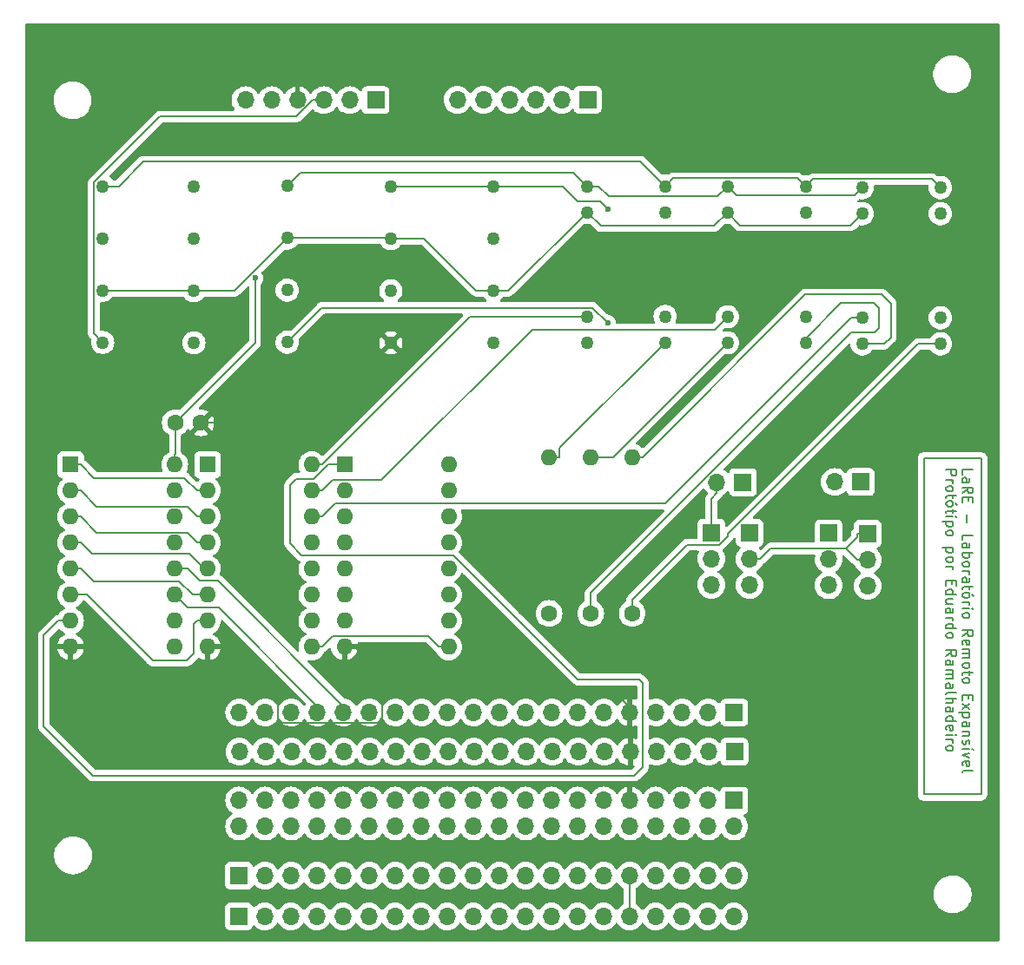
<source format=gbr>
%TF.GenerationSoftware,KiCad,Pcbnew,8.0.3*%
%TF.CreationDate,2024-06-12T06:30:45+01:00*%
%TF.ProjectId,VISIR_Lei_Ohm,56495349-525f-44c6-9569-5f4f686d2e6b,rev?*%
%TF.SameCoordinates,Original*%
%TF.FileFunction,Copper,L1,Top*%
%TF.FilePolarity,Positive*%
%FSLAX46Y46*%
G04 Gerber Fmt 4.6, Leading zero omitted, Abs format (unit mm)*
G04 Created by KiCad (PCBNEW 8.0.3) date 2024-06-12 06:30:45*
%MOMM*%
%LPD*%
G01*
G04 APERTURE LIST*
%ADD10C,0.200000*%
%TA.AperFunction,NonConductor*%
%ADD11C,0.200000*%
%TD*%
%TA.AperFunction,ComponentPad*%
%ADD12R,1.600000X1.600000*%
%TD*%
%TA.AperFunction,ComponentPad*%
%ADD13O,1.600000X1.600000*%
%TD*%
%TA.AperFunction,ComponentPad*%
%ADD14C,1.270000*%
%TD*%
%TA.AperFunction,ComponentPad*%
%ADD15R,1.700000X1.700000*%
%TD*%
%TA.AperFunction,ComponentPad*%
%ADD16O,1.700000X1.700000*%
%TD*%
%TA.AperFunction,ComponentPad*%
%ADD17C,1.600000*%
%TD*%
%TA.AperFunction,ViaPad*%
%ADD18C,0.600000*%
%TD*%
%TA.AperFunction,Conductor*%
%ADD19C,0.127000*%
%TD*%
G04 APERTURE END LIST*
D10*
D11*
X212515380Y-74770863D02*
X212515380Y-74294673D01*
X212515380Y-74294673D02*
X213515380Y-74294673D01*
X212515380Y-75532768D02*
X213039190Y-75532768D01*
X213039190Y-75532768D02*
X213134428Y-75485149D01*
X213134428Y-75485149D02*
X213182047Y-75389911D01*
X213182047Y-75389911D02*
X213182047Y-75199435D01*
X213182047Y-75199435D02*
X213134428Y-75104197D01*
X212563000Y-75532768D02*
X212515380Y-75437530D01*
X212515380Y-75437530D02*
X212515380Y-75199435D01*
X212515380Y-75199435D02*
X212563000Y-75104197D01*
X212563000Y-75104197D02*
X212658238Y-75056578D01*
X212658238Y-75056578D02*
X212753476Y-75056578D01*
X212753476Y-75056578D02*
X212848714Y-75104197D01*
X212848714Y-75104197D02*
X212896333Y-75199435D01*
X212896333Y-75199435D02*
X212896333Y-75437530D01*
X212896333Y-75437530D02*
X212943952Y-75532768D01*
X212515380Y-76580387D02*
X212991571Y-76247054D01*
X212515380Y-76008959D02*
X213515380Y-76008959D01*
X213515380Y-76008959D02*
X213515380Y-76389911D01*
X213515380Y-76389911D02*
X213467761Y-76485149D01*
X213467761Y-76485149D02*
X213420142Y-76532768D01*
X213420142Y-76532768D02*
X213324904Y-76580387D01*
X213324904Y-76580387D02*
X213182047Y-76580387D01*
X213182047Y-76580387D02*
X213086809Y-76532768D01*
X213086809Y-76532768D02*
X213039190Y-76485149D01*
X213039190Y-76485149D02*
X212991571Y-76389911D01*
X212991571Y-76389911D02*
X212991571Y-76008959D01*
X213039190Y-77008959D02*
X213039190Y-77342292D01*
X212515380Y-77485149D02*
X212515380Y-77008959D01*
X212515380Y-77008959D02*
X213515380Y-77008959D01*
X213515380Y-77008959D02*
X213515380Y-77485149D01*
X212896333Y-78675626D02*
X212896333Y-79437531D01*
X212515380Y-81151816D02*
X212515380Y-80675626D01*
X212515380Y-80675626D02*
X213515380Y-80675626D01*
X212515380Y-81913721D02*
X213039190Y-81913721D01*
X213039190Y-81913721D02*
X213134428Y-81866102D01*
X213134428Y-81866102D02*
X213182047Y-81770864D01*
X213182047Y-81770864D02*
X213182047Y-81580388D01*
X213182047Y-81580388D02*
X213134428Y-81485150D01*
X212563000Y-81913721D02*
X212515380Y-81818483D01*
X212515380Y-81818483D02*
X212515380Y-81580388D01*
X212515380Y-81580388D02*
X212563000Y-81485150D01*
X212563000Y-81485150D02*
X212658238Y-81437531D01*
X212658238Y-81437531D02*
X212753476Y-81437531D01*
X212753476Y-81437531D02*
X212848714Y-81485150D01*
X212848714Y-81485150D02*
X212896333Y-81580388D01*
X212896333Y-81580388D02*
X212896333Y-81818483D01*
X212896333Y-81818483D02*
X212943952Y-81913721D01*
X212515380Y-82389912D02*
X213515380Y-82389912D01*
X213134428Y-82389912D02*
X213182047Y-82485150D01*
X213182047Y-82485150D02*
X213182047Y-82675626D01*
X213182047Y-82675626D02*
X213134428Y-82770864D01*
X213134428Y-82770864D02*
X213086809Y-82818483D01*
X213086809Y-82818483D02*
X212991571Y-82866102D01*
X212991571Y-82866102D02*
X212705857Y-82866102D01*
X212705857Y-82866102D02*
X212610619Y-82818483D01*
X212610619Y-82818483D02*
X212563000Y-82770864D01*
X212563000Y-82770864D02*
X212515380Y-82675626D01*
X212515380Y-82675626D02*
X212515380Y-82485150D01*
X212515380Y-82485150D02*
X212563000Y-82389912D01*
X212515380Y-83437531D02*
X212563000Y-83342293D01*
X212563000Y-83342293D02*
X212610619Y-83294674D01*
X212610619Y-83294674D02*
X212705857Y-83247055D01*
X212705857Y-83247055D02*
X212991571Y-83247055D01*
X212991571Y-83247055D02*
X213086809Y-83294674D01*
X213086809Y-83294674D02*
X213134428Y-83342293D01*
X213134428Y-83342293D02*
X213182047Y-83437531D01*
X213182047Y-83437531D02*
X213182047Y-83580388D01*
X213182047Y-83580388D02*
X213134428Y-83675626D01*
X213134428Y-83675626D02*
X213086809Y-83723245D01*
X213086809Y-83723245D02*
X212991571Y-83770864D01*
X212991571Y-83770864D02*
X212705857Y-83770864D01*
X212705857Y-83770864D02*
X212610619Y-83723245D01*
X212610619Y-83723245D02*
X212563000Y-83675626D01*
X212563000Y-83675626D02*
X212515380Y-83580388D01*
X212515380Y-83580388D02*
X212515380Y-83437531D01*
X212515380Y-84199436D02*
X213182047Y-84199436D01*
X212991571Y-84199436D02*
X213086809Y-84247055D01*
X213086809Y-84247055D02*
X213134428Y-84294674D01*
X213134428Y-84294674D02*
X213182047Y-84389912D01*
X213182047Y-84389912D02*
X213182047Y-84485150D01*
X212515380Y-85247055D02*
X213039190Y-85247055D01*
X213039190Y-85247055D02*
X213134428Y-85199436D01*
X213134428Y-85199436D02*
X213182047Y-85104198D01*
X213182047Y-85104198D02*
X213182047Y-84913722D01*
X213182047Y-84913722D02*
X213134428Y-84818484D01*
X212563000Y-85247055D02*
X212515380Y-85151817D01*
X212515380Y-85151817D02*
X212515380Y-84913722D01*
X212515380Y-84913722D02*
X212563000Y-84818484D01*
X212563000Y-84818484D02*
X212658238Y-84770865D01*
X212658238Y-84770865D02*
X212753476Y-84770865D01*
X212753476Y-84770865D02*
X212848714Y-84818484D01*
X212848714Y-84818484D02*
X212896333Y-84913722D01*
X212896333Y-84913722D02*
X212896333Y-85151817D01*
X212896333Y-85151817D02*
X212943952Y-85247055D01*
X213182047Y-85580389D02*
X213182047Y-85961341D01*
X213515380Y-85723246D02*
X212658238Y-85723246D01*
X212658238Y-85723246D02*
X212563000Y-85770865D01*
X212563000Y-85770865D02*
X212515380Y-85866103D01*
X212515380Y-85866103D02*
X212515380Y-85961341D01*
X212515380Y-86437532D02*
X212563000Y-86342294D01*
X212563000Y-86342294D02*
X212610619Y-86294675D01*
X212610619Y-86294675D02*
X212705857Y-86247056D01*
X212705857Y-86247056D02*
X212991571Y-86247056D01*
X212991571Y-86247056D02*
X213086809Y-86294675D01*
X213086809Y-86294675D02*
X213134428Y-86342294D01*
X213134428Y-86342294D02*
X213182047Y-86437532D01*
X213182047Y-86437532D02*
X213182047Y-86580389D01*
X213182047Y-86580389D02*
X213134428Y-86675627D01*
X213134428Y-86675627D02*
X213086809Y-86723246D01*
X213086809Y-86723246D02*
X212991571Y-86770865D01*
X212991571Y-86770865D02*
X212705857Y-86770865D01*
X212705857Y-86770865D02*
X212610619Y-86723246D01*
X212610619Y-86723246D02*
X212563000Y-86675627D01*
X212563000Y-86675627D02*
X212515380Y-86580389D01*
X212515380Y-86580389D02*
X212515380Y-86437532D01*
X213563000Y-86628008D02*
X213420142Y-86485151D01*
X212515380Y-87199437D02*
X213182047Y-87199437D01*
X212991571Y-87199437D02*
X213086809Y-87247056D01*
X213086809Y-87247056D02*
X213134428Y-87294675D01*
X213134428Y-87294675D02*
X213182047Y-87389913D01*
X213182047Y-87389913D02*
X213182047Y-87485151D01*
X212515380Y-87818485D02*
X213182047Y-87818485D01*
X213515380Y-87818485D02*
X213467761Y-87770866D01*
X213467761Y-87770866D02*
X213420142Y-87818485D01*
X213420142Y-87818485D02*
X213467761Y-87866104D01*
X213467761Y-87866104D02*
X213515380Y-87818485D01*
X213515380Y-87818485D02*
X213420142Y-87818485D01*
X212515380Y-88437532D02*
X212563000Y-88342294D01*
X212563000Y-88342294D02*
X212610619Y-88294675D01*
X212610619Y-88294675D02*
X212705857Y-88247056D01*
X212705857Y-88247056D02*
X212991571Y-88247056D01*
X212991571Y-88247056D02*
X213086809Y-88294675D01*
X213086809Y-88294675D02*
X213134428Y-88342294D01*
X213134428Y-88342294D02*
X213182047Y-88437532D01*
X213182047Y-88437532D02*
X213182047Y-88580389D01*
X213182047Y-88580389D02*
X213134428Y-88675627D01*
X213134428Y-88675627D02*
X213086809Y-88723246D01*
X213086809Y-88723246D02*
X212991571Y-88770865D01*
X212991571Y-88770865D02*
X212705857Y-88770865D01*
X212705857Y-88770865D02*
X212610619Y-88723246D01*
X212610619Y-88723246D02*
X212563000Y-88675627D01*
X212563000Y-88675627D02*
X212515380Y-88580389D01*
X212515380Y-88580389D02*
X212515380Y-88437532D01*
X212515380Y-90532770D02*
X212991571Y-90199437D01*
X212515380Y-89961342D02*
X213515380Y-89961342D01*
X213515380Y-89961342D02*
X213515380Y-90342294D01*
X213515380Y-90342294D02*
X213467761Y-90437532D01*
X213467761Y-90437532D02*
X213420142Y-90485151D01*
X213420142Y-90485151D02*
X213324904Y-90532770D01*
X213324904Y-90532770D02*
X213182047Y-90532770D01*
X213182047Y-90532770D02*
X213086809Y-90485151D01*
X213086809Y-90485151D02*
X213039190Y-90437532D01*
X213039190Y-90437532D02*
X212991571Y-90342294D01*
X212991571Y-90342294D02*
X212991571Y-89961342D01*
X212563000Y-91342294D02*
X212515380Y-91247056D01*
X212515380Y-91247056D02*
X212515380Y-91056580D01*
X212515380Y-91056580D02*
X212563000Y-90961342D01*
X212563000Y-90961342D02*
X212658238Y-90913723D01*
X212658238Y-90913723D02*
X213039190Y-90913723D01*
X213039190Y-90913723D02*
X213134428Y-90961342D01*
X213134428Y-90961342D02*
X213182047Y-91056580D01*
X213182047Y-91056580D02*
X213182047Y-91247056D01*
X213182047Y-91247056D02*
X213134428Y-91342294D01*
X213134428Y-91342294D02*
X213039190Y-91389913D01*
X213039190Y-91389913D02*
X212943952Y-91389913D01*
X212943952Y-91389913D02*
X212848714Y-90913723D01*
X212515380Y-91818485D02*
X213182047Y-91818485D01*
X213086809Y-91818485D02*
X213134428Y-91866104D01*
X213134428Y-91866104D02*
X213182047Y-91961342D01*
X213182047Y-91961342D02*
X213182047Y-92104199D01*
X213182047Y-92104199D02*
X213134428Y-92199437D01*
X213134428Y-92199437D02*
X213039190Y-92247056D01*
X213039190Y-92247056D02*
X212515380Y-92247056D01*
X213039190Y-92247056D02*
X213134428Y-92294675D01*
X213134428Y-92294675D02*
X213182047Y-92389913D01*
X213182047Y-92389913D02*
X213182047Y-92532770D01*
X213182047Y-92532770D02*
X213134428Y-92628009D01*
X213134428Y-92628009D02*
X213039190Y-92675628D01*
X213039190Y-92675628D02*
X212515380Y-92675628D01*
X212515380Y-93294675D02*
X212563000Y-93199437D01*
X212563000Y-93199437D02*
X212610619Y-93151818D01*
X212610619Y-93151818D02*
X212705857Y-93104199D01*
X212705857Y-93104199D02*
X212991571Y-93104199D01*
X212991571Y-93104199D02*
X213086809Y-93151818D01*
X213086809Y-93151818D02*
X213134428Y-93199437D01*
X213134428Y-93199437D02*
X213182047Y-93294675D01*
X213182047Y-93294675D02*
X213182047Y-93437532D01*
X213182047Y-93437532D02*
X213134428Y-93532770D01*
X213134428Y-93532770D02*
X213086809Y-93580389D01*
X213086809Y-93580389D02*
X212991571Y-93628008D01*
X212991571Y-93628008D02*
X212705857Y-93628008D01*
X212705857Y-93628008D02*
X212610619Y-93580389D01*
X212610619Y-93580389D02*
X212563000Y-93532770D01*
X212563000Y-93532770D02*
X212515380Y-93437532D01*
X212515380Y-93437532D02*
X212515380Y-93294675D01*
X213182047Y-93913723D02*
X213182047Y-94294675D01*
X213515380Y-94056580D02*
X212658238Y-94056580D01*
X212658238Y-94056580D02*
X212563000Y-94104199D01*
X212563000Y-94104199D02*
X212515380Y-94199437D01*
X212515380Y-94199437D02*
X212515380Y-94294675D01*
X212515380Y-94770866D02*
X212563000Y-94675628D01*
X212563000Y-94675628D02*
X212610619Y-94628009D01*
X212610619Y-94628009D02*
X212705857Y-94580390D01*
X212705857Y-94580390D02*
X212991571Y-94580390D01*
X212991571Y-94580390D02*
X213086809Y-94628009D01*
X213086809Y-94628009D02*
X213134428Y-94675628D01*
X213134428Y-94675628D02*
X213182047Y-94770866D01*
X213182047Y-94770866D02*
X213182047Y-94913723D01*
X213182047Y-94913723D02*
X213134428Y-95008961D01*
X213134428Y-95008961D02*
X213086809Y-95056580D01*
X213086809Y-95056580D02*
X212991571Y-95104199D01*
X212991571Y-95104199D02*
X212705857Y-95104199D01*
X212705857Y-95104199D02*
X212610619Y-95056580D01*
X212610619Y-95056580D02*
X212563000Y-95008961D01*
X212563000Y-95008961D02*
X212515380Y-94913723D01*
X212515380Y-94913723D02*
X212515380Y-94770866D01*
X213039190Y-96294676D02*
X213039190Y-96628009D01*
X212515380Y-96770866D02*
X212515380Y-96294676D01*
X212515380Y-96294676D02*
X213515380Y-96294676D01*
X213515380Y-96294676D02*
X213515380Y-96770866D01*
X212515380Y-97104200D02*
X213182047Y-97628009D01*
X213182047Y-97104200D02*
X212515380Y-97628009D01*
X213182047Y-98008962D02*
X212182047Y-98008962D01*
X213134428Y-98008962D02*
X213182047Y-98104200D01*
X213182047Y-98104200D02*
X213182047Y-98294676D01*
X213182047Y-98294676D02*
X213134428Y-98389914D01*
X213134428Y-98389914D02*
X213086809Y-98437533D01*
X213086809Y-98437533D02*
X212991571Y-98485152D01*
X212991571Y-98485152D02*
X212705857Y-98485152D01*
X212705857Y-98485152D02*
X212610619Y-98437533D01*
X212610619Y-98437533D02*
X212563000Y-98389914D01*
X212563000Y-98389914D02*
X212515380Y-98294676D01*
X212515380Y-98294676D02*
X212515380Y-98104200D01*
X212515380Y-98104200D02*
X212563000Y-98008962D01*
X212515380Y-99342295D02*
X213039190Y-99342295D01*
X213039190Y-99342295D02*
X213134428Y-99294676D01*
X213134428Y-99294676D02*
X213182047Y-99199438D01*
X213182047Y-99199438D02*
X213182047Y-99008962D01*
X213182047Y-99008962D02*
X213134428Y-98913724D01*
X212563000Y-99342295D02*
X212515380Y-99247057D01*
X212515380Y-99247057D02*
X212515380Y-99008962D01*
X212515380Y-99008962D02*
X212563000Y-98913724D01*
X212563000Y-98913724D02*
X212658238Y-98866105D01*
X212658238Y-98866105D02*
X212753476Y-98866105D01*
X212753476Y-98866105D02*
X212848714Y-98913724D01*
X212848714Y-98913724D02*
X212896333Y-99008962D01*
X212896333Y-99008962D02*
X212896333Y-99247057D01*
X212896333Y-99247057D02*
X212943952Y-99342295D01*
X213182047Y-99818486D02*
X212515380Y-99818486D01*
X213086809Y-99818486D02*
X213134428Y-99866105D01*
X213134428Y-99866105D02*
X213182047Y-99961343D01*
X213182047Y-99961343D02*
X213182047Y-100104200D01*
X213182047Y-100104200D02*
X213134428Y-100199438D01*
X213134428Y-100199438D02*
X213039190Y-100247057D01*
X213039190Y-100247057D02*
X212515380Y-100247057D01*
X212563000Y-100675629D02*
X212515380Y-100770867D01*
X212515380Y-100770867D02*
X212515380Y-100961343D01*
X212515380Y-100961343D02*
X212563000Y-101056581D01*
X212563000Y-101056581D02*
X212658238Y-101104200D01*
X212658238Y-101104200D02*
X212705857Y-101104200D01*
X212705857Y-101104200D02*
X212801095Y-101056581D01*
X212801095Y-101056581D02*
X212848714Y-100961343D01*
X212848714Y-100961343D02*
X212848714Y-100818486D01*
X212848714Y-100818486D02*
X212896333Y-100723248D01*
X212896333Y-100723248D02*
X212991571Y-100675629D01*
X212991571Y-100675629D02*
X213039190Y-100675629D01*
X213039190Y-100675629D02*
X213134428Y-100723248D01*
X213134428Y-100723248D02*
X213182047Y-100818486D01*
X213182047Y-100818486D02*
X213182047Y-100961343D01*
X213182047Y-100961343D02*
X213134428Y-101056581D01*
X212515380Y-101532772D02*
X213182047Y-101532772D01*
X213563000Y-101628010D02*
X213420142Y-101485153D01*
X213182047Y-101913724D02*
X212515380Y-102151819D01*
X212515380Y-102151819D02*
X213182047Y-102389914D01*
X212563000Y-103151819D02*
X212515380Y-103056581D01*
X212515380Y-103056581D02*
X212515380Y-102866105D01*
X212515380Y-102866105D02*
X212563000Y-102770867D01*
X212563000Y-102770867D02*
X212658238Y-102723248D01*
X212658238Y-102723248D02*
X213039190Y-102723248D01*
X213039190Y-102723248D02*
X213134428Y-102770867D01*
X213134428Y-102770867D02*
X213182047Y-102866105D01*
X213182047Y-102866105D02*
X213182047Y-103056581D01*
X213182047Y-103056581D02*
X213134428Y-103151819D01*
X213134428Y-103151819D02*
X213039190Y-103199438D01*
X213039190Y-103199438D02*
X212943952Y-103199438D01*
X212943952Y-103199438D02*
X212848714Y-102723248D01*
X212515380Y-103770867D02*
X212563000Y-103675629D01*
X212563000Y-103675629D02*
X212658238Y-103628010D01*
X212658238Y-103628010D02*
X213515380Y-103628010D01*
X210905436Y-74294673D02*
X211905436Y-74294673D01*
X211905436Y-74294673D02*
X211905436Y-74675625D01*
X211905436Y-74675625D02*
X211857817Y-74770863D01*
X211857817Y-74770863D02*
X211810198Y-74818482D01*
X211810198Y-74818482D02*
X211714960Y-74866101D01*
X211714960Y-74866101D02*
X211572103Y-74866101D01*
X211572103Y-74866101D02*
X211476865Y-74818482D01*
X211476865Y-74818482D02*
X211429246Y-74770863D01*
X211429246Y-74770863D02*
X211381627Y-74675625D01*
X211381627Y-74675625D02*
X211381627Y-74294673D01*
X210905436Y-75294673D02*
X211572103Y-75294673D01*
X211381627Y-75294673D02*
X211476865Y-75342292D01*
X211476865Y-75342292D02*
X211524484Y-75389911D01*
X211524484Y-75389911D02*
X211572103Y-75485149D01*
X211572103Y-75485149D02*
X211572103Y-75580387D01*
X210905436Y-76056578D02*
X210953056Y-75961340D01*
X210953056Y-75961340D02*
X211000675Y-75913721D01*
X211000675Y-75913721D02*
X211095913Y-75866102D01*
X211095913Y-75866102D02*
X211381627Y-75866102D01*
X211381627Y-75866102D02*
X211476865Y-75913721D01*
X211476865Y-75913721D02*
X211524484Y-75961340D01*
X211524484Y-75961340D02*
X211572103Y-76056578D01*
X211572103Y-76056578D02*
X211572103Y-76199435D01*
X211572103Y-76199435D02*
X211524484Y-76294673D01*
X211524484Y-76294673D02*
X211476865Y-76342292D01*
X211476865Y-76342292D02*
X211381627Y-76389911D01*
X211381627Y-76389911D02*
X211095913Y-76389911D01*
X211095913Y-76389911D02*
X211000675Y-76342292D01*
X211000675Y-76342292D02*
X210953056Y-76294673D01*
X210953056Y-76294673D02*
X210905436Y-76199435D01*
X210905436Y-76199435D02*
X210905436Y-76056578D01*
X211572103Y-76675626D02*
X211572103Y-77056578D01*
X211905436Y-76818483D02*
X211048294Y-76818483D01*
X211048294Y-76818483D02*
X210953056Y-76866102D01*
X210953056Y-76866102D02*
X210905436Y-76961340D01*
X210905436Y-76961340D02*
X210905436Y-77056578D01*
X210905436Y-77532769D02*
X210953056Y-77437531D01*
X210953056Y-77437531D02*
X211000675Y-77389912D01*
X211000675Y-77389912D02*
X211095913Y-77342293D01*
X211095913Y-77342293D02*
X211381627Y-77342293D01*
X211381627Y-77342293D02*
X211476865Y-77389912D01*
X211476865Y-77389912D02*
X211524484Y-77437531D01*
X211524484Y-77437531D02*
X211572103Y-77532769D01*
X211572103Y-77532769D02*
X211572103Y-77675626D01*
X211572103Y-77675626D02*
X211524484Y-77770864D01*
X211524484Y-77770864D02*
X211476865Y-77818483D01*
X211476865Y-77818483D02*
X211381627Y-77866102D01*
X211381627Y-77866102D02*
X211095913Y-77866102D01*
X211095913Y-77866102D02*
X211000675Y-77818483D01*
X211000675Y-77818483D02*
X210953056Y-77770864D01*
X210953056Y-77770864D02*
X210905436Y-77675626D01*
X210905436Y-77675626D02*
X210905436Y-77532769D01*
X211953056Y-77723245D02*
X211810198Y-77580388D01*
X211572103Y-78151817D02*
X211572103Y-78532769D01*
X211905436Y-78294674D02*
X211048294Y-78294674D01*
X211048294Y-78294674D02*
X210953056Y-78342293D01*
X210953056Y-78342293D02*
X210905436Y-78437531D01*
X210905436Y-78437531D02*
X210905436Y-78532769D01*
X210905436Y-78866103D02*
X211572103Y-78866103D01*
X211905436Y-78866103D02*
X211857817Y-78818484D01*
X211857817Y-78818484D02*
X211810198Y-78866103D01*
X211810198Y-78866103D02*
X211857817Y-78913722D01*
X211857817Y-78913722D02*
X211905436Y-78866103D01*
X211905436Y-78866103D02*
X211810198Y-78866103D01*
X211572103Y-79342293D02*
X210572103Y-79342293D01*
X211524484Y-79342293D02*
X211572103Y-79437531D01*
X211572103Y-79437531D02*
X211572103Y-79628007D01*
X211572103Y-79628007D02*
X211524484Y-79723245D01*
X211524484Y-79723245D02*
X211476865Y-79770864D01*
X211476865Y-79770864D02*
X211381627Y-79818483D01*
X211381627Y-79818483D02*
X211095913Y-79818483D01*
X211095913Y-79818483D02*
X211000675Y-79770864D01*
X211000675Y-79770864D02*
X210953056Y-79723245D01*
X210953056Y-79723245D02*
X210905436Y-79628007D01*
X210905436Y-79628007D02*
X210905436Y-79437531D01*
X210905436Y-79437531D02*
X210953056Y-79342293D01*
X210905436Y-80389912D02*
X210953056Y-80294674D01*
X210953056Y-80294674D02*
X211000675Y-80247055D01*
X211000675Y-80247055D02*
X211095913Y-80199436D01*
X211095913Y-80199436D02*
X211381627Y-80199436D01*
X211381627Y-80199436D02*
X211476865Y-80247055D01*
X211476865Y-80247055D02*
X211524484Y-80294674D01*
X211524484Y-80294674D02*
X211572103Y-80389912D01*
X211572103Y-80389912D02*
X211572103Y-80532769D01*
X211572103Y-80532769D02*
X211524484Y-80628007D01*
X211524484Y-80628007D02*
X211476865Y-80675626D01*
X211476865Y-80675626D02*
X211381627Y-80723245D01*
X211381627Y-80723245D02*
X211095913Y-80723245D01*
X211095913Y-80723245D02*
X211000675Y-80675626D01*
X211000675Y-80675626D02*
X210953056Y-80628007D01*
X210953056Y-80628007D02*
X210905436Y-80532769D01*
X210905436Y-80532769D02*
X210905436Y-80389912D01*
X211572103Y-81913722D02*
X210572103Y-81913722D01*
X211524484Y-81913722D02*
X211572103Y-82008960D01*
X211572103Y-82008960D02*
X211572103Y-82199436D01*
X211572103Y-82199436D02*
X211524484Y-82294674D01*
X211524484Y-82294674D02*
X211476865Y-82342293D01*
X211476865Y-82342293D02*
X211381627Y-82389912D01*
X211381627Y-82389912D02*
X211095913Y-82389912D01*
X211095913Y-82389912D02*
X211000675Y-82342293D01*
X211000675Y-82342293D02*
X210953056Y-82294674D01*
X210953056Y-82294674D02*
X210905436Y-82199436D01*
X210905436Y-82199436D02*
X210905436Y-82008960D01*
X210905436Y-82008960D02*
X210953056Y-81913722D01*
X210905436Y-82961341D02*
X210953056Y-82866103D01*
X210953056Y-82866103D02*
X211000675Y-82818484D01*
X211000675Y-82818484D02*
X211095913Y-82770865D01*
X211095913Y-82770865D02*
X211381627Y-82770865D01*
X211381627Y-82770865D02*
X211476865Y-82818484D01*
X211476865Y-82818484D02*
X211524484Y-82866103D01*
X211524484Y-82866103D02*
X211572103Y-82961341D01*
X211572103Y-82961341D02*
X211572103Y-83104198D01*
X211572103Y-83104198D02*
X211524484Y-83199436D01*
X211524484Y-83199436D02*
X211476865Y-83247055D01*
X211476865Y-83247055D02*
X211381627Y-83294674D01*
X211381627Y-83294674D02*
X211095913Y-83294674D01*
X211095913Y-83294674D02*
X211000675Y-83247055D01*
X211000675Y-83247055D02*
X210953056Y-83199436D01*
X210953056Y-83199436D02*
X210905436Y-83104198D01*
X210905436Y-83104198D02*
X210905436Y-82961341D01*
X210905436Y-83723246D02*
X211572103Y-83723246D01*
X211381627Y-83723246D02*
X211476865Y-83770865D01*
X211476865Y-83770865D02*
X211524484Y-83818484D01*
X211524484Y-83818484D02*
X211572103Y-83913722D01*
X211572103Y-83913722D02*
X211572103Y-84008960D01*
X211429246Y-85104199D02*
X211429246Y-85437532D01*
X210905436Y-85580389D02*
X210905436Y-85104199D01*
X210905436Y-85104199D02*
X211905436Y-85104199D01*
X211905436Y-85104199D02*
X211905436Y-85580389D01*
X210905436Y-86437532D02*
X211905436Y-86437532D01*
X210953056Y-86437532D02*
X210905436Y-86342294D01*
X210905436Y-86342294D02*
X210905436Y-86151818D01*
X210905436Y-86151818D02*
X210953056Y-86056580D01*
X210953056Y-86056580D02*
X211000675Y-86008961D01*
X211000675Y-86008961D02*
X211095913Y-85961342D01*
X211095913Y-85961342D02*
X211381627Y-85961342D01*
X211381627Y-85961342D02*
X211476865Y-86008961D01*
X211476865Y-86008961D02*
X211524484Y-86056580D01*
X211524484Y-86056580D02*
X211572103Y-86151818D01*
X211572103Y-86151818D02*
X211572103Y-86342294D01*
X211572103Y-86342294D02*
X211524484Y-86437532D01*
X211572103Y-87342294D02*
X210905436Y-87342294D01*
X211572103Y-86913723D02*
X211048294Y-86913723D01*
X211048294Y-86913723D02*
X210953056Y-86961342D01*
X210953056Y-86961342D02*
X210905436Y-87056580D01*
X210905436Y-87056580D02*
X210905436Y-87199437D01*
X210905436Y-87199437D02*
X210953056Y-87294675D01*
X210953056Y-87294675D02*
X211000675Y-87342294D01*
X210905436Y-88247056D02*
X211429246Y-88247056D01*
X211429246Y-88247056D02*
X211524484Y-88199437D01*
X211524484Y-88199437D02*
X211572103Y-88104199D01*
X211572103Y-88104199D02*
X211572103Y-87913723D01*
X211572103Y-87913723D02*
X211524484Y-87818485D01*
X210953056Y-88247056D02*
X210905436Y-88151818D01*
X210905436Y-88151818D02*
X210905436Y-87913723D01*
X210905436Y-87913723D02*
X210953056Y-87818485D01*
X210953056Y-87818485D02*
X211048294Y-87770866D01*
X211048294Y-87770866D02*
X211143532Y-87770866D01*
X211143532Y-87770866D02*
X211238770Y-87818485D01*
X211238770Y-87818485D02*
X211286389Y-87913723D01*
X211286389Y-87913723D02*
X211286389Y-88151818D01*
X211286389Y-88151818D02*
X211334008Y-88247056D01*
X210905436Y-88723247D02*
X211572103Y-88723247D01*
X211381627Y-88723247D02*
X211476865Y-88770866D01*
X211476865Y-88770866D02*
X211524484Y-88818485D01*
X211524484Y-88818485D02*
X211572103Y-88913723D01*
X211572103Y-88913723D02*
X211572103Y-89008961D01*
X210905436Y-89770866D02*
X211905436Y-89770866D01*
X210953056Y-89770866D02*
X210905436Y-89675628D01*
X210905436Y-89675628D02*
X210905436Y-89485152D01*
X210905436Y-89485152D02*
X210953056Y-89389914D01*
X210953056Y-89389914D02*
X211000675Y-89342295D01*
X211000675Y-89342295D02*
X211095913Y-89294676D01*
X211095913Y-89294676D02*
X211381627Y-89294676D01*
X211381627Y-89294676D02*
X211476865Y-89342295D01*
X211476865Y-89342295D02*
X211524484Y-89389914D01*
X211524484Y-89389914D02*
X211572103Y-89485152D01*
X211572103Y-89485152D02*
X211572103Y-89675628D01*
X211572103Y-89675628D02*
X211524484Y-89770866D01*
X210905436Y-90389914D02*
X210953056Y-90294676D01*
X210953056Y-90294676D02*
X211000675Y-90247057D01*
X211000675Y-90247057D02*
X211095913Y-90199438D01*
X211095913Y-90199438D02*
X211381627Y-90199438D01*
X211381627Y-90199438D02*
X211476865Y-90247057D01*
X211476865Y-90247057D02*
X211524484Y-90294676D01*
X211524484Y-90294676D02*
X211572103Y-90389914D01*
X211572103Y-90389914D02*
X211572103Y-90532771D01*
X211572103Y-90532771D02*
X211524484Y-90628009D01*
X211524484Y-90628009D02*
X211476865Y-90675628D01*
X211476865Y-90675628D02*
X211381627Y-90723247D01*
X211381627Y-90723247D02*
X211095913Y-90723247D01*
X211095913Y-90723247D02*
X211000675Y-90675628D01*
X211000675Y-90675628D02*
X210953056Y-90628009D01*
X210953056Y-90628009D02*
X210905436Y-90532771D01*
X210905436Y-90532771D02*
X210905436Y-90389914D01*
X210905436Y-92485152D02*
X211381627Y-92151819D01*
X210905436Y-91913724D02*
X211905436Y-91913724D01*
X211905436Y-91913724D02*
X211905436Y-92294676D01*
X211905436Y-92294676D02*
X211857817Y-92389914D01*
X211857817Y-92389914D02*
X211810198Y-92437533D01*
X211810198Y-92437533D02*
X211714960Y-92485152D01*
X211714960Y-92485152D02*
X211572103Y-92485152D01*
X211572103Y-92485152D02*
X211476865Y-92437533D01*
X211476865Y-92437533D02*
X211429246Y-92389914D01*
X211429246Y-92389914D02*
X211381627Y-92294676D01*
X211381627Y-92294676D02*
X211381627Y-91913724D01*
X210905436Y-93342295D02*
X211429246Y-93342295D01*
X211429246Y-93342295D02*
X211524484Y-93294676D01*
X211524484Y-93294676D02*
X211572103Y-93199438D01*
X211572103Y-93199438D02*
X211572103Y-93008962D01*
X211572103Y-93008962D02*
X211524484Y-92913724D01*
X210953056Y-93342295D02*
X210905436Y-93247057D01*
X210905436Y-93247057D02*
X210905436Y-93008962D01*
X210905436Y-93008962D02*
X210953056Y-92913724D01*
X210953056Y-92913724D02*
X211048294Y-92866105D01*
X211048294Y-92866105D02*
X211143532Y-92866105D01*
X211143532Y-92866105D02*
X211238770Y-92913724D01*
X211238770Y-92913724D02*
X211286389Y-93008962D01*
X211286389Y-93008962D02*
X211286389Y-93247057D01*
X211286389Y-93247057D02*
X211334008Y-93342295D01*
X210905436Y-93818486D02*
X211572103Y-93818486D01*
X211476865Y-93818486D02*
X211524484Y-93866105D01*
X211524484Y-93866105D02*
X211572103Y-93961343D01*
X211572103Y-93961343D02*
X211572103Y-94104200D01*
X211572103Y-94104200D02*
X211524484Y-94199438D01*
X211524484Y-94199438D02*
X211429246Y-94247057D01*
X211429246Y-94247057D02*
X210905436Y-94247057D01*
X211429246Y-94247057D02*
X211524484Y-94294676D01*
X211524484Y-94294676D02*
X211572103Y-94389914D01*
X211572103Y-94389914D02*
X211572103Y-94532771D01*
X211572103Y-94532771D02*
X211524484Y-94628010D01*
X211524484Y-94628010D02*
X211429246Y-94675629D01*
X211429246Y-94675629D02*
X210905436Y-94675629D01*
X210905436Y-95580390D02*
X211429246Y-95580390D01*
X211429246Y-95580390D02*
X211524484Y-95532771D01*
X211524484Y-95532771D02*
X211572103Y-95437533D01*
X211572103Y-95437533D02*
X211572103Y-95247057D01*
X211572103Y-95247057D02*
X211524484Y-95151819D01*
X210953056Y-95580390D02*
X210905436Y-95485152D01*
X210905436Y-95485152D02*
X210905436Y-95247057D01*
X210905436Y-95247057D02*
X210953056Y-95151819D01*
X210953056Y-95151819D02*
X211048294Y-95104200D01*
X211048294Y-95104200D02*
X211143532Y-95104200D01*
X211143532Y-95104200D02*
X211238770Y-95151819D01*
X211238770Y-95151819D02*
X211286389Y-95247057D01*
X211286389Y-95247057D02*
X211286389Y-95485152D01*
X211286389Y-95485152D02*
X211334008Y-95580390D01*
X210905436Y-96199438D02*
X210953056Y-96104200D01*
X210953056Y-96104200D02*
X211048294Y-96056581D01*
X211048294Y-96056581D02*
X211905436Y-96056581D01*
X210905436Y-96580391D02*
X211905436Y-96580391D01*
X210905436Y-97008962D02*
X211429246Y-97008962D01*
X211429246Y-97008962D02*
X211524484Y-96961343D01*
X211524484Y-96961343D02*
X211572103Y-96866105D01*
X211572103Y-96866105D02*
X211572103Y-96723248D01*
X211572103Y-96723248D02*
X211524484Y-96628010D01*
X211524484Y-96628010D02*
X211476865Y-96580391D01*
X210905436Y-97913724D02*
X211429246Y-97913724D01*
X211429246Y-97913724D02*
X211524484Y-97866105D01*
X211524484Y-97866105D02*
X211572103Y-97770867D01*
X211572103Y-97770867D02*
X211572103Y-97580391D01*
X211572103Y-97580391D02*
X211524484Y-97485153D01*
X210953056Y-97913724D02*
X210905436Y-97818486D01*
X210905436Y-97818486D02*
X210905436Y-97580391D01*
X210905436Y-97580391D02*
X210953056Y-97485153D01*
X210953056Y-97485153D02*
X211048294Y-97437534D01*
X211048294Y-97437534D02*
X211143532Y-97437534D01*
X211143532Y-97437534D02*
X211238770Y-97485153D01*
X211238770Y-97485153D02*
X211286389Y-97580391D01*
X211286389Y-97580391D02*
X211286389Y-97818486D01*
X211286389Y-97818486D02*
X211334008Y-97913724D01*
X210905436Y-98818486D02*
X211905436Y-98818486D01*
X210953056Y-98818486D02*
X210905436Y-98723248D01*
X210905436Y-98723248D02*
X210905436Y-98532772D01*
X210905436Y-98532772D02*
X210953056Y-98437534D01*
X210953056Y-98437534D02*
X211000675Y-98389915D01*
X211000675Y-98389915D02*
X211095913Y-98342296D01*
X211095913Y-98342296D02*
X211381627Y-98342296D01*
X211381627Y-98342296D02*
X211476865Y-98389915D01*
X211476865Y-98389915D02*
X211524484Y-98437534D01*
X211524484Y-98437534D02*
X211572103Y-98532772D01*
X211572103Y-98532772D02*
X211572103Y-98723248D01*
X211572103Y-98723248D02*
X211524484Y-98818486D01*
X210953056Y-99675629D02*
X210905436Y-99580391D01*
X210905436Y-99580391D02*
X210905436Y-99389915D01*
X210905436Y-99389915D02*
X210953056Y-99294677D01*
X210953056Y-99294677D02*
X211048294Y-99247058D01*
X211048294Y-99247058D02*
X211429246Y-99247058D01*
X211429246Y-99247058D02*
X211524484Y-99294677D01*
X211524484Y-99294677D02*
X211572103Y-99389915D01*
X211572103Y-99389915D02*
X211572103Y-99580391D01*
X211572103Y-99580391D02*
X211524484Y-99675629D01*
X211524484Y-99675629D02*
X211429246Y-99723248D01*
X211429246Y-99723248D02*
X211334008Y-99723248D01*
X211334008Y-99723248D02*
X211238770Y-99247058D01*
X210905436Y-100151820D02*
X211572103Y-100151820D01*
X211905436Y-100151820D02*
X211857817Y-100104201D01*
X211857817Y-100104201D02*
X211810198Y-100151820D01*
X211810198Y-100151820D02*
X211857817Y-100199439D01*
X211857817Y-100199439D02*
X211905436Y-100151820D01*
X211905436Y-100151820D02*
X211810198Y-100151820D01*
X210905436Y-100628010D02*
X211572103Y-100628010D01*
X211381627Y-100628010D02*
X211476865Y-100675629D01*
X211476865Y-100675629D02*
X211524484Y-100723248D01*
X211524484Y-100723248D02*
X211572103Y-100818486D01*
X211572103Y-100818486D02*
X211572103Y-100913724D01*
X210905436Y-101389915D02*
X210953056Y-101294677D01*
X210953056Y-101294677D02*
X211000675Y-101247058D01*
X211000675Y-101247058D02*
X211095913Y-101199439D01*
X211095913Y-101199439D02*
X211381627Y-101199439D01*
X211381627Y-101199439D02*
X211476865Y-101247058D01*
X211476865Y-101247058D02*
X211524484Y-101294677D01*
X211524484Y-101294677D02*
X211572103Y-101389915D01*
X211572103Y-101389915D02*
X211572103Y-101532772D01*
X211572103Y-101532772D02*
X211524484Y-101628010D01*
X211524484Y-101628010D02*
X211476865Y-101675629D01*
X211476865Y-101675629D02*
X211381627Y-101723248D01*
X211381627Y-101723248D02*
X211095913Y-101723248D01*
X211095913Y-101723248D02*
X211000675Y-101675629D01*
X211000675Y-101675629D02*
X210953056Y-101628010D01*
X210953056Y-101628010D02*
X210905436Y-101532772D01*
X210905436Y-101532772D02*
X210905436Y-101389915D01*
X208720000Y-73175000D02*
X214302600Y-73175000D01*
X214302600Y-105965000D01*
X208720000Y-105965000D01*
X208720000Y-73175000D01*
D12*
%TO.P,U1,1,Q1*%
%TO.N,/I_{12}*%
X125550000Y-73780000D03*
D13*
%TO.P,U1,2,Q2*%
%TO.N,/I_{13}*%
X125550000Y-76320000D03*
%TO.P,U1,3,Q3*%
%TO.N,/I_{14}*%
X125550000Y-78860000D03*
%TO.P,U1,4,Q4*%
%TO.N,/I_{15}*%
X125550000Y-81400000D03*
%TO.P,U1,5,Q5*%
%TO.N,/I_{16}*%
X125550000Y-83940000D03*
%TO.P,U1,6,Q6*%
%TO.N,/I_{17}*%
X125550000Y-86480000D03*
%TO.P,U1,7,Q7*%
%TO.N,/I_{21}*%
X125550000Y-89020000D03*
%TO.P,U1,8,GND*%
%TO.N,GND*%
X125550000Y-91560000D03*
%TO.P,U1,9,Q7_2*%
%TO.N,unconnected-(U1-Q7_2-Pad9)*%
X135710000Y-91560000D03*
%TO.P,U1,10,~SRCLR*%
%TO.N,/~{SRCLR}*%
X135710000Y-89020000D03*
%TO.P,U1,11,SRCLK*%
%TO.N,/SRCLK*%
X135710000Y-86480000D03*
%TO.P,U1,12,RCLK*%
%TO.N,/RCLK*%
X135710000Y-83940000D03*
%TO.P,U1,13,~OE*%
%TO.N,/~{OE}*%
X135710000Y-81400000D03*
%TO.P,U1,14,SER*%
%TO.N,/SER1*%
X135710000Y-78860000D03*
%TO.P,U1,15,Q0*%
%TO.N,/I_{11}*%
X135710000Y-76320000D03*
%TO.P,U1,16,VCC*%
%TO.N,/5V*%
X135710000Y-73780000D03*
%TD*%
D14*
%TO.P,K4,1,1*%
%TO.N,/5V_{VB}*%
X128680000Y-61860000D03*
%TO.P,K4,2,2*%
%TO.N,/12V*%
X128680000Y-56780000D03*
%TO.P,K4,3,3*%
%TO.N,/O_{14}*%
X128680000Y-51700000D03*
%TO.P,K4,4,4*%
%TO.N,A*%
X128680000Y-46620000D03*
%TD*%
D15*
%TO.P,J8,1,Pin_1*%
%TO.N,Net-(J1-3V3Power1)*%
X190250000Y-97950000D03*
D16*
%TO.P,J8,2,Pin_2*%
%TO.N,Net-(J1-GPIO2{slash}SDA)*%
X187710000Y-97950000D03*
%TO.P,J8,3,Pin_3*%
%TO.N,Net-(J1-GPIO3{slash}SCL)*%
X185170000Y-97950000D03*
%TO.P,J8,4,Pin_4*%
%TO.N,/SRCLK_{filters}*%
X182630000Y-97950000D03*
%TO.P,J8,5,Pin_5*%
%TO.N,GND*%
X180090000Y-97950000D03*
%TO.P,J8,6,Pin_6*%
%TO.N,/RCLK_{filters}*%
X177550000Y-97950000D03*
%TO.P,J8,7,Pin_7*%
%TO.N,/SER_{filters}*%
X175010000Y-97950000D03*
%TO.P,J8,8,Pin_8*%
%TO.N,/~{OE}_{filters}*%
X172470000Y-97950000D03*
%TO.P,J8,9,Pin_9*%
%TO.N,Net-(J1-3v3Power2)*%
X169930000Y-97950000D03*
%TO.P,J8,10,Pin_10*%
%TO.N,Net-(J1-GPIO10{slash}MOSI)*%
X167390000Y-97950000D03*
%TO.P,J8,11,Pin_11*%
%TO.N,Net-(J1-GPIO9{slash}MISO)*%
X164850000Y-97950000D03*
%TO.P,J8,12,Pin_12*%
%TO.N,/~{SRCLR}_{filters}*%
X162310000Y-97950000D03*
%TO.P,J8,13,Pin_13*%
%TO.N,GND1*%
X159770000Y-97950000D03*
%TO.P,J8,14,Pin_14*%
%TO.N,Net-(J1-GPIO0{slash}ID_SD)*%
X157230000Y-97950000D03*
%TO.P,J8,15,Pin_15*%
%TO.N,/SER1*%
X154690000Y-97950000D03*
%TO.P,J8,16,Pin_16*%
%TO.N,/RCLK*%
X152150000Y-97950000D03*
%TO.P,J8,17,Pin_17*%
%TO.N,/SRCLK*%
X149610000Y-97950000D03*
%TO.P,J8,18,Pin_18*%
%TO.N,/~{OE}*%
X147070000Y-97950000D03*
%TO.P,J8,19,Pin_19*%
%TO.N,/~{SRCLR}*%
X144530000Y-97950000D03*
%TO.P,J8,20,Pin_20*%
%TO.N,GND2*%
X141990000Y-97950000D03*
%TD*%
D15*
%TO.P,J4,1,Pin_1*%
%TO.N,Net-(J4-Pin_1)*%
X199450000Y-80480000D03*
D16*
%TO.P,J4,2,Pin_2*%
X199450000Y-83020000D03*
%TO.P,J4,3,Pin_3*%
X199450000Y-85560000D03*
%TD*%
D15*
%TO.P,J10,1,Pin_1*%
%TO.N,Net-(J10-Pin_1)*%
X188000000Y-80420000D03*
D16*
%TO.P,J10,2,Pin_2*%
X188000000Y-82960000D03*
%TO.P,J10,3,Pin_3*%
X188000000Y-85500000D03*
%TD*%
D17*
%TO.P,R1,1*%
%TO.N,Net-(K1-Pad7)*%
X172200000Y-88300000D03*
D13*
%TO.P,R1,2*%
%TO.N,Net-(K1-Pad8)*%
X172200000Y-73060000D03*
%TD*%
D17*
%TO.P,R3,1*%
%TO.N,Net-(K3-Pad8)*%
X180300000Y-88300000D03*
D13*
%TO.P,R3,2*%
%TO.N,Net-(K3-Pad7)*%
X180300000Y-73060000D03*
%TD*%
D15*
%TO.P,MES3,1,-*%
%TO.N,C*%
X191100000Y-75500000D03*
D16*
%TO.P,MES3,2,+*%
%TO.N,Net-(J10-Pin_1)*%
X188560000Y-75500000D03*
%TD*%
D14*
%TO.P,K8,1,1*%
%TO.N,B*%
X166760000Y-61900000D03*
%TO.P,K8,2,2*%
%TO.N,/12V*%
X166760000Y-56820000D03*
%TO.P,K8,3,3*%
%TO.N,/O_{21}*%
X166760000Y-51740000D03*
%TO.P,K8,4,4*%
%TO.N,C*%
X166760000Y-46660000D03*
%TD*%
%TO.P,K7,1,1*%
%TO.N,C*%
X156770000Y-46660000D03*
%TO.P,K7,2,2*%
%TO.N,/12V*%
X156770000Y-51740000D03*
%TO.P,K7,3,3*%
%TO.N,/O_{17}*%
X156770000Y-56820000D03*
%TO.P,K7,4,4*%
%TO.N,GND*%
X156770000Y-61900000D03*
%TD*%
D15*
%TO.P,J5,1,Pin_1*%
%TO.N,Net-(J1-GPIO21{slash}PCM_DOUT)*%
X141970000Y-113900000D03*
D16*
%TO.P,J5,2,Pin_2*%
%TO.N,Net-(J1-GPIO20{slash}PCM_DIN)*%
X144510000Y-113900000D03*
%TO.P,J5,3,Pin_3*%
%TO.N,Net-(J1-GPIO16)*%
X147050000Y-113900000D03*
%TO.P,J5,4,Pin_4*%
%TO.N,GND7*%
X149590000Y-113900000D03*
%TO.P,J5,5,Pin_5*%
%TO.N,Net-(J1-GPIO12{slash}PWM0)*%
X152130000Y-113900000D03*
%TO.P,J5,6,Pin_6*%
%TO.N,GND6*%
X154670000Y-113900000D03*
%TO.P,J5,7,Pin_7*%
%TO.N,Net-(J1-GPIO1{slash}ID_SC)*%
X157210000Y-113900000D03*
%TO.P,J5,8,Pin_8*%
%TO.N,Net-(J1-GPIO7{slash}CE1)*%
X159750000Y-113900000D03*
%TO.P,J5,9,Pin_9*%
%TO.N,Net-(J1-GPIO8{slash}CE0)*%
X162290000Y-113900000D03*
%TO.P,J5,10,Pin_10*%
%TO.N,Net-(J1-GPIO25)*%
X164830000Y-113900000D03*
%TO.P,J5,11,Pin_11*%
%TO.N,GND5*%
X167370000Y-113900000D03*
%TO.P,J5,12,Pin_12*%
%TO.N,Net-(J1-GPIO24)*%
X169910000Y-113900000D03*
%TO.P,J5,13,Pin_13*%
%TO.N,Net-(J1-GPIO23)*%
X172450000Y-113900000D03*
%TO.P,J5,14,Pin_14*%
%TO.N,GND4*%
X174990000Y-113900000D03*
%TO.P,J5,15,Pin_15*%
%TO.N,Net-(J1-GPIO18{slash}PCM_CLK)*%
X177530000Y-113900000D03*
%TO.P,J5,16,Pin_16*%
%TO.N,Net-(J1-GPIO15{slash}RXD)*%
X180070000Y-113900000D03*
%TO.P,J5,17,Pin_17*%
%TO.N,Net-(J1-GPIO14{slash}TXD)*%
X182610000Y-113900000D03*
%TO.P,J5,18,Pin_18*%
%TO.N,GND3*%
X185150000Y-113900000D03*
%TO.P,J5,19,Pin_19*%
%TO.N,Net-(J1-5VPower2)*%
X187690000Y-113900000D03*
%TO.P,J5,20,Pin_20*%
%TO.N,/5VPower1*%
X190230000Y-113900000D03*
%TD*%
D14*
%TO.P,K3,1,1*%
%TO.N,B*%
X202720000Y-46760000D03*
%TO.P,K3,2,2*%
%TO.N,/12V*%
X202720000Y-49300000D03*
%TO.P,K3,6,6*%
%TO.N,/O_{13}*%
X202720000Y-59460000D03*
%TO.P,K3,7,7*%
%TO.N,Net-(K3-Pad7)*%
X202720000Y-62000000D03*
%TO.P,K3,8,8*%
%TO.N,Net-(K3-Pad8)*%
X210340000Y-62000000D03*
%TO.P,K3,9,9*%
%TO.N,unconnected-(K3-Pad9)*%
X210340000Y-59460000D03*
%TO.P,K3,13,13*%
%TO.N,unconnected-(K3-Pad13)*%
X210340000Y-49300000D03*
%TO.P,K3,14,14*%
%TO.N,A*%
X210340000Y-46760000D03*
%TD*%
D15*
%TO.P,J11,1,Pin_1*%
%TO.N,C*%
X191750000Y-80450000D03*
D16*
%TO.P,J11,2,Pin_2*%
X191750000Y-82990000D03*
%TO.P,J11,3,Pin_3*%
X191750000Y-85530000D03*
%TD*%
D15*
%TO.P,MES1,1,-*%
%TO.N,C*%
X202590000Y-75480000D03*
D16*
%TO.P,MES1,2,+*%
%TO.N,Net-(J4-Pin_1)*%
X200050000Y-75480000D03*
%TD*%
D17*
%TO.P,C1,1*%
%TO.N,/5V*%
X135750000Y-69700000D03*
%TO.P,C1,2*%
%TO.N,GND*%
X138250000Y-69700000D03*
%TD*%
%TO.P,R2,1*%
%TO.N,Net-(K2-Pad8)*%
X176250000Y-88300000D03*
D13*
%TO.P,R2,2*%
%TO.N,Net-(K2-Pad7)*%
X176250000Y-73060000D03*
%TD*%
D15*
%TO.P,J1,1,3V3Power1*%
%TO.N,Net-(J1-3V3Power1)*%
X190240000Y-106560000D03*
D16*
%TO.P,J1,2,5VPower1*%
%TO.N,/5VPower1*%
X190240000Y-109100000D03*
%TO.P,J1,3,GPIO2/SDA*%
%TO.N,Net-(J1-GPIO2{slash}SDA)*%
X187700000Y-106560000D03*
%TO.P,J1,4,5VPower2*%
%TO.N,Net-(J1-5VPower2)*%
X187700000Y-109100000D03*
%TO.P,J1,5,GPIO3/SCL*%
%TO.N,Net-(J1-GPIO3{slash}SCL)*%
X185160000Y-106560000D03*
%TO.P,J1,6,GND*%
%TO.N,GND3*%
X185160000Y-109100000D03*
%TO.P,J1,7,GPIO4/GPCLK0*%
%TO.N,/SRCLK_{filters}*%
X182620000Y-106560000D03*
%TO.P,J1,8,GPIO14/TXD*%
%TO.N,Net-(J1-GPIO14{slash}TXD)*%
X182620000Y-109100000D03*
%TO.P,J1,9,GND*%
%TO.N,GND*%
X180080000Y-106560000D03*
%TO.P,J1,10,GPIO15/RXD*%
%TO.N,Net-(J1-GPIO15{slash}RXD)*%
X180080000Y-109100000D03*
%TO.P,J1,11,GPIO17*%
%TO.N,/RCLK_{filters}*%
X177540000Y-106560000D03*
%TO.P,J1,12,GPIO18/PCM_CLK*%
%TO.N,Net-(J1-GPIO18{slash}PCM_CLK)*%
X177540000Y-109100000D03*
%TO.P,J1,13,GPIO27*%
%TO.N,/SER_{filters}*%
X175000000Y-106560000D03*
%TO.P,J1,14,GND*%
%TO.N,GND4*%
X175000000Y-109100000D03*
%TO.P,J1,15,GPIO22*%
%TO.N,/~{OE}_{filters}*%
X172460000Y-106560000D03*
%TO.P,J1,16,GPIO23*%
%TO.N,Net-(J1-GPIO23)*%
X172460000Y-109100000D03*
%TO.P,J1,17,3v3Power2*%
%TO.N,Net-(J1-3v3Power2)*%
X169920000Y-106560000D03*
%TO.P,J1,18,GPIO24*%
%TO.N,Net-(J1-GPIO24)*%
X169920000Y-109100000D03*
%TO.P,J1,19,GPIO10/MOSI*%
%TO.N,Net-(J1-GPIO10{slash}MOSI)*%
X167380000Y-106560000D03*
%TO.P,J1,20,GND*%
%TO.N,GND5*%
X167380000Y-109100000D03*
%TO.P,J1,21,GPIO9/MISO*%
%TO.N,Net-(J1-GPIO9{slash}MISO)*%
X164840000Y-106560000D03*
%TO.P,J1,22,GPIO25*%
%TO.N,Net-(J1-GPIO25)*%
X164840000Y-109100000D03*
%TO.P,J1,23,GPIO11/SCLK*%
%TO.N,/~{SRCLR}_{filters}*%
X162300000Y-106560000D03*
%TO.P,J1,24,GPIO8/CE0*%
%TO.N,Net-(J1-GPIO8{slash}CE0)*%
X162300000Y-109100000D03*
%TO.P,J1,25,GND*%
%TO.N,GND1*%
X159760000Y-106560000D03*
%TO.P,J1,26,GPIO7/CE1*%
%TO.N,Net-(J1-GPIO7{slash}CE1)*%
X159760000Y-109100000D03*
%TO.P,J1,27,GPIO0/ID_SD*%
%TO.N,Net-(J1-GPIO0{slash}ID_SD)*%
X157220000Y-106560000D03*
%TO.P,J1,28,GPIO1/ID_SC*%
%TO.N,Net-(J1-GPIO1{slash}ID_SC)*%
X157220000Y-109100000D03*
%TO.P,J1,29,GPIO5*%
%TO.N,/SER1*%
X154680000Y-106560000D03*
%TO.P,J1,30,GND*%
%TO.N,GND6*%
X154680000Y-109100000D03*
%TO.P,J1,31,GPIO6*%
%TO.N,/RCLK*%
X152140000Y-106560000D03*
%TO.P,J1,32,GPIO12/PWM0*%
%TO.N,Net-(J1-GPIO12{slash}PWM0)*%
X152140000Y-109100000D03*
%TO.P,J1,33,GPIO13/PWM1*%
%TO.N,/SRCLK*%
X149600000Y-106560000D03*
%TO.P,J1,34,GROUND*%
%TO.N,GND7*%
X149600000Y-109100000D03*
%TO.P,J1,35,GPIO19/PCM_FS*%
%TO.N,/~{OE}*%
X147060000Y-106560000D03*
%TO.P,J1,36,GPIO16*%
%TO.N,Net-(J1-GPIO16)*%
X147060000Y-109100000D03*
%TO.P,J1,37,GPIO26*%
%TO.N,/~{SRCLR}*%
X144520000Y-106560000D03*
%TO.P,J1,38,GPIO20/PCM_DIN*%
%TO.N,Net-(J1-GPIO20{slash}PCM_DIN)*%
X144520000Y-109100000D03*
%TO.P,J1,39,GND*%
%TO.N,GND2*%
X141980000Y-106560000D03*
%TO.P,J1,40,GPIO21/PCM_DOUT*%
%TO.N,Net-(J1-GPIO21{slash}PCM_DOUT)*%
X141980000Y-109100000D03*
%TD*%
D14*
%TO.P,K1,1,1*%
%TO.N,B*%
X175890000Y-46620000D03*
%TO.P,K1,2,2*%
%TO.N,/12V*%
X175890000Y-49160000D03*
%TO.P,K1,6,6*%
%TO.N,/O_{11}*%
X175890000Y-59320000D03*
%TO.P,K1,7,7*%
%TO.N,Net-(K1-Pad7)*%
X175890000Y-61860000D03*
%TO.P,K1,8,8*%
%TO.N,Net-(K1-Pad8)*%
X183510000Y-61860000D03*
%TO.P,K1,9,9*%
%TO.N,unconnected-(K1-Pad9)*%
X183510000Y-59320000D03*
%TO.P,K1,13,13*%
%TO.N,unconnected-(K1-Pad13)*%
X183510000Y-49160000D03*
%TO.P,K1,14,14*%
%TO.N,A*%
X183510000Y-46620000D03*
%TD*%
D15*
%TO.P,J2,1,Pin_1*%
%TO.N,/12V*%
X155290000Y-38230000D03*
D16*
%TO.P,J2,2,Pin_2*%
%TO.N,/5V*%
X152750000Y-38230000D03*
%TO.P,J2,3,Pin_3*%
%TO.N,/5V_{VB}*%
X150210000Y-38230000D03*
%TO.P,J2,4,Pin_4*%
%TO.N,GND*%
X147670000Y-38230000D03*
%TO.P,J2,5,Pin_5*%
%TO.N,/transf+*%
X145130000Y-38230000D03*
%TO.P,J2,6,Pin_6*%
%TO.N,/transf-*%
X142590000Y-38230000D03*
%TD*%
D14*
%TO.P,K2,1,1*%
%TO.N,B*%
X189580000Y-46660000D03*
%TO.P,K2,2,2*%
%TO.N,/12V*%
X189580000Y-49200000D03*
%TO.P,K2,6,6*%
%TO.N,/O_{12}*%
X189580000Y-59360000D03*
%TO.P,K2,7,7*%
%TO.N,Net-(K2-Pad7)*%
X189580000Y-61900000D03*
%TO.P,K2,8,8*%
%TO.N,Net-(K2-Pad8)*%
X197200000Y-61900000D03*
%TO.P,K2,9,9*%
%TO.N,unconnected-(K2-Pad9)*%
X197200000Y-59360000D03*
%TO.P,K2,13,13*%
%TO.N,unconnected-(K2-Pad13)*%
X197200000Y-49200000D03*
%TO.P,K2,14,14*%
%TO.N,A*%
X197200000Y-46660000D03*
%TD*%
D15*
%TO.P,J3,1,Pin_1*%
%TO.N,/SRCLK_{filters}*%
X175950000Y-38180000D03*
D16*
%TO.P,J3,2,Pin_2*%
%TO.N,/~{SRCLR}_{filters}*%
X173410000Y-38180000D03*
%TO.P,J3,3,Pin_3*%
%TO.N,/RCLK_{filters}*%
X170870000Y-38180000D03*
%TO.P,J3,4,Pin_4*%
%TO.N,/~{OE}_{filters}*%
X168330000Y-38180000D03*
%TO.P,J3,5,Pin_5*%
%TO.N,/SER_{filters}*%
X165790000Y-38180000D03*
%TO.P,J3,6,Pin_6*%
%TO.N,unconnected-(J3-Pin_6-Pad6)*%
X163250000Y-38180000D03*
%TD*%
D15*
%TO.P,J9,1,Pin_1*%
%TO.N,C*%
X203250000Y-80530000D03*
D16*
%TO.P,J9,2,Pin_2*%
X203250000Y-83070000D03*
%TO.P,J9,3,Pin_3*%
X203250000Y-85610000D03*
%TD*%
D12*
%TO.P,U2,1,I1*%
%TO.N,/I_{11}*%
X138900000Y-73780000D03*
D13*
%TO.P,U2,2,I2*%
%TO.N,/I_{12}*%
X138900000Y-76320000D03*
%TO.P,U2,3,I3*%
%TO.N,/I_{13}*%
X138900000Y-78860000D03*
%TO.P,U2,4,I4*%
%TO.N,/I_{14}*%
X138900000Y-81400000D03*
%TO.P,U2,5,I5*%
%TO.N,/I_{15}*%
X138900000Y-83940000D03*
%TO.P,U2,6,I6*%
%TO.N,/I_{16}*%
X138900000Y-86480000D03*
%TO.P,U2,7,I7*%
%TO.N,/I_{17}*%
X138900000Y-89020000D03*
%TO.P,U2,8,GND*%
%TO.N,GND*%
X138900000Y-91560000D03*
%TO.P,U2,9,COM*%
%TO.N,/12V*%
X149060000Y-91560000D03*
%TO.P,U2,10,O7*%
%TO.N,/O_{17}*%
X149060000Y-89020000D03*
%TO.P,U2,11,O6*%
%TO.N,/O_{16}*%
X149060000Y-86480000D03*
%TO.P,U2,12,O5*%
%TO.N,/O_{15}*%
X149060000Y-83940000D03*
%TO.P,U2,13,O4*%
%TO.N,/O_{14}*%
X149060000Y-81400000D03*
%TO.P,U2,14,O3*%
%TO.N,/O_{13}*%
X149060000Y-78860000D03*
%TO.P,U2,15,O2*%
%TO.N,/O_{12}*%
X149060000Y-76320000D03*
%TO.P,U2,16,O1*%
%TO.N,/O_{11}*%
X149060000Y-73780000D03*
%TD*%
D14*
%TO.P,K6,1,1*%
%TO.N,B*%
X146670000Y-46610000D03*
%TO.P,K6,2,2*%
%TO.N,/12V*%
X146670000Y-51690000D03*
%TO.P,K6,3,3*%
%TO.N,/O_{16}*%
X146670000Y-56770000D03*
%TO.P,K6,4,4*%
%TO.N,Net-(J10-Pin_1)*%
X146670000Y-61850000D03*
%TD*%
%TO.P,K5,1,1*%
%TO.N,A*%
X137570000Y-61900000D03*
%TO.P,K5,2,2*%
%TO.N,/12V*%
X137570000Y-56820000D03*
%TO.P,K5,3,3*%
%TO.N,/O_{15}*%
X137570000Y-51740000D03*
%TO.P,K5,4,4*%
%TO.N,Net-(J4-Pin_1)*%
X137570000Y-46660000D03*
%TD*%
D15*
%TO.P,J6,1,Pin_1*%
%TO.N,Net-(J1-GPIO21{slash}PCM_DOUT)*%
X141940000Y-117850000D03*
D16*
%TO.P,J6,2,Pin_2*%
%TO.N,Net-(J1-GPIO20{slash}PCM_DIN)*%
X144480000Y-117850000D03*
%TO.P,J6,3,Pin_3*%
%TO.N,Net-(J1-GPIO16)*%
X147020000Y-117850000D03*
%TO.P,J6,4,Pin_4*%
%TO.N,GND7*%
X149560000Y-117850000D03*
%TO.P,J6,5,Pin_5*%
%TO.N,Net-(J1-GPIO12{slash}PWM0)*%
X152100000Y-117850000D03*
%TO.P,J6,6,Pin_6*%
%TO.N,GND6*%
X154640000Y-117850000D03*
%TO.P,J6,7,Pin_7*%
%TO.N,Net-(J1-GPIO1{slash}ID_SC)*%
X157180000Y-117850000D03*
%TO.P,J6,8,Pin_8*%
%TO.N,Net-(J1-GPIO7{slash}CE1)*%
X159720000Y-117850000D03*
%TO.P,J6,9,Pin_9*%
%TO.N,Net-(J1-GPIO8{slash}CE0)*%
X162260000Y-117850000D03*
%TO.P,J6,10,Pin_10*%
%TO.N,Net-(J1-GPIO25)*%
X164800000Y-117850000D03*
%TO.P,J6,11,Pin_11*%
%TO.N,GND5*%
X167340000Y-117850000D03*
%TO.P,J6,12,Pin_12*%
%TO.N,Net-(J1-GPIO24)*%
X169880000Y-117850000D03*
%TO.P,J6,13,Pin_13*%
%TO.N,Net-(J1-GPIO23)*%
X172420000Y-117850000D03*
%TO.P,J6,14,Pin_14*%
%TO.N,GND4*%
X174960000Y-117850000D03*
%TO.P,J6,15,Pin_15*%
%TO.N,Net-(J1-GPIO18{slash}PCM_CLK)*%
X177500000Y-117850000D03*
%TO.P,J6,16,Pin_16*%
%TO.N,Net-(J1-GPIO15{slash}RXD)*%
X180040000Y-117850000D03*
%TO.P,J6,17,Pin_17*%
%TO.N,Net-(J1-GPIO14{slash}TXD)*%
X182580000Y-117850000D03*
%TO.P,J6,18,Pin_18*%
%TO.N,GND3*%
X185120000Y-117850000D03*
%TO.P,J6,19,Pin_19*%
%TO.N,Net-(J1-5VPower2)*%
X187660000Y-117850000D03*
%TO.P,J6,20,Pin_20*%
%TO.N,/5VPower1*%
X190200000Y-117850000D03*
%TD*%
D12*
%TO.P,U3,1,I1*%
%TO.N,/I_{21}*%
X152250000Y-73780000D03*
D13*
%TO.P,U3,2,I2*%
%TO.N,/I_{22}*%
X152250000Y-76320000D03*
%TO.P,U3,3,I3*%
%TO.N,/I_{23}*%
X152250000Y-78860000D03*
%TO.P,U3,4,I4*%
%TO.N,/I_{24}*%
X152250000Y-81400000D03*
%TO.P,U3,5,I5*%
%TO.N,/I_{25}*%
X152250000Y-83940000D03*
%TO.P,U3,6,I6*%
%TO.N,/I_{26}*%
X152250000Y-86480000D03*
%TO.P,U3,7,I7*%
%TO.N,/I_{27}*%
X152250000Y-89020000D03*
%TO.P,U3,8,GND*%
%TO.N,GND*%
X152250000Y-91560000D03*
%TO.P,U3,9,COM*%
%TO.N,/12V*%
X162410000Y-91560000D03*
%TO.P,U3,10,O7*%
%TO.N,/O_{27}*%
X162410000Y-89020000D03*
%TO.P,U3,11,O6*%
%TO.N,/O_{26}*%
X162410000Y-86480000D03*
%TO.P,U3,12,O5*%
%TO.N,/O_{25}*%
X162410000Y-83940000D03*
%TO.P,U3,13,O4*%
%TO.N,/O_{24}*%
X162410000Y-81400000D03*
%TO.P,U3,14,O3*%
%TO.N,/O_{23}*%
X162410000Y-78860000D03*
%TO.P,U3,15,O2*%
%TO.N,/O_{22}*%
X162410000Y-76320000D03*
%TO.P,U3,16,O1*%
%TO.N,/O_{21}*%
X162410000Y-73780000D03*
%TD*%
D15*
%TO.P,J7,1,Pin_1*%
%TO.N,Net-(J1-3V3Power1)*%
X190260000Y-101800000D03*
D16*
%TO.P,J7,2,Pin_2*%
%TO.N,Net-(J1-GPIO2{slash}SDA)*%
X187720000Y-101800000D03*
%TO.P,J7,3,Pin_3*%
%TO.N,Net-(J1-GPIO3{slash}SCL)*%
X185180000Y-101800000D03*
%TO.P,J7,4,Pin_4*%
%TO.N,/SRCLK_{filters}*%
X182640000Y-101800000D03*
%TO.P,J7,5,Pin_5*%
%TO.N,GND*%
X180100000Y-101800000D03*
%TO.P,J7,6,Pin_6*%
%TO.N,/RCLK_{filters}*%
X177560000Y-101800000D03*
%TO.P,J7,7,Pin_7*%
%TO.N,/SER_{filters}*%
X175020000Y-101800000D03*
%TO.P,J7,8,Pin_8*%
%TO.N,/~{OE}_{filters}*%
X172480000Y-101800000D03*
%TO.P,J7,9,Pin_9*%
%TO.N,Net-(J1-3v3Power2)*%
X169940000Y-101800000D03*
%TO.P,J7,10,Pin_10*%
%TO.N,Net-(J1-GPIO10{slash}MOSI)*%
X167400000Y-101800000D03*
%TO.P,J7,11,Pin_11*%
%TO.N,Net-(J1-GPIO9{slash}MISO)*%
X164860000Y-101800000D03*
%TO.P,J7,12,Pin_12*%
%TO.N,/~{SRCLR}_{filters}*%
X162320000Y-101800000D03*
%TO.P,J7,13,Pin_13*%
%TO.N,GND1*%
X159780000Y-101800000D03*
%TO.P,J7,14,Pin_14*%
%TO.N,Net-(J1-GPIO0{slash}ID_SD)*%
X157240000Y-101800000D03*
%TO.P,J7,15,Pin_15*%
%TO.N,/SER1*%
X154700000Y-101800000D03*
%TO.P,J7,16,Pin_16*%
%TO.N,/RCLK*%
X152160000Y-101800000D03*
%TO.P,J7,17,Pin_17*%
%TO.N,/SRCLK*%
X149620000Y-101800000D03*
%TO.P,J7,18,Pin_18*%
%TO.N,/~{OE}*%
X147080000Y-101800000D03*
%TO.P,J7,19,Pin_19*%
%TO.N,/~{SRCLR}*%
X144540000Y-101800000D03*
%TO.P,J7,20,Pin_20*%
%TO.N,GND2*%
X142000000Y-101800000D03*
%TD*%
D18*
%TO.N,C*%
X177928900Y-48826300D03*
%TO.N,Net-(J10-Pin_1)*%
X177928900Y-59974500D03*
%TO.N,/5V*%
X143538000Y-55586400D03*
%TD*%
D19*
%TO.N,Net-(K2-Pad8)*%
X176250000Y-86313800D02*
X176250000Y-88300000D01*
X201673800Y-60890000D02*
X176250000Y-86313800D01*
X204340000Y-60500000D02*
X203950000Y-60890000D01*
X203840000Y-58020000D02*
X204340000Y-58520000D01*
X197200000Y-61480000D02*
X200660000Y-58020000D01*
X204340000Y-58520000D02*
X204340000Y-60500000D01*
X200660000Y-58020000D02*
X203840000Y-58020000D01*
X197200000Y-61900000D02*
X197200000Y-61480000D01*
X203950000Y-60890000D02*
X201673800Y-60890000D01*
%TO.N,Net-(K3-Pad7)*%
X197152200Y-57200000D02*
X181292200Y-73060000D01*
X205500000Y-58060000D02*
X204640000Y-57200000D01*
X205500000Y-61350000D02*
X205500000Y-58060000D01*
X204640000Y-57200000D02*
X197152200Y-57200000D01*
X204850000Y-62000000D02*
X205500000Y-61350000D01*
X181292200Y-73060000D02*
X180300000Y-73060000D01*
X202720000Y-62000000D02*
X204850000Y-62000000D01*
%TO.N,A*%
X181110000Y-44220000D02*
X183510000Y-46620000D01*
X132650000Y-44220000D02*
X181110000Y-44220000D01*
X130250000Y-46620000D02*
X132650000Y-44220000D01*
X128680000Y-46620000D02*
X130250000Y-46620000D01*
%TO.N,/12V*%
X160020000Y-51740000D02*
X156770000Y-51740000D01*
X165100000Y-56820000D02*
X160020000Y-51740000D01*
X166760000Y-56820000D02*
X165100000Y-56820000D01*
X177230000Y-50500000D02*
X175890000Y-49160000D01*
X188280000Y-50500000D02*
X177230000Y-50500000D01*
X189580000Y-49200000D02*
X188280000Y-50500000D01*
X190810000Y-50430000D02*
X189580000Y-49200000D01*
X201590000Y-50430000D02*
X190810000Y-50430000D01*
X202720000Y-49300000D02*
X201590000Y-50430000D01*
%TO.N,B*%
X177000000Y-46620000D02*
X175890000Y-46620000D01*
X178000000Y-47620000D02*
X177000000Y-46620000D01*
X188620000Y-47620000D02*
X178000000Y-47620000D01*
X189580000Y-46660000D02*
X188620000Y-47620000D01*
%TO.N,C*%
X177192600Y-48090000D02*
X177928900Y-48826300D01*
X173500000Y-46660000D02*
X174930000Y-48090000D01*
X166760000Y-46660000D02*
X173500000Y-46660000D01*
X174930000Y-48090000D02*
X177192600Y-48090000D01*
%TO.N,B*%
X174590000Y-45320000D02*
X175890000Y-46620000D01*
X147960000Y-45320000D02*
X174590000Y-45320000D01*
X146670000Y-46610000D02*
X147960000Y-45320000D01*
%TO.N,/I_{16}*%
X127782200Y-85180000D02*
X126542200Y-83940000D01*
X136140000Y-85180000D02*
X127782200Y-85180000D01*
X137440000Y-86480000D02*
X136140000Y-85180000D01*
X138900000Y-86480000D02*
X137440000Y-86480000D01*
X126542200Y-83940000D02*
X125550000Y-83940000D01*
%TO.N,/I_{12}*%
X126542200Y-73780000D02*
X125550000Y-73780000D01*
X127832200Y-75070000D02*
X126542200Y-73780000D01*
X136657800Y-75070000D02*
X127832200Y-75070000D01*
X138900000Y-76320000D02*
X137907800Y-76320000D01*
X137907800Y-76320000D02*
X136657800Y-75070000D01*
%TO.N,/I_{15}*%
X127632200Y-82490000D02*
X126542200Y-81400000D01*
X126542200Y-81400000D02*
X125550000Y-81400000D01*
X137110000Y-82490000D02*
X127632200Y-82490000D01*
X138560000Y-83940000D02*
X137110000Y-82490000D01*
X138900000Y-83940000D02*
X138560000Y-83940000D01*
%TO.N,/RCLK*%
X152150000Y-97340000D02*
X152150000Y-97950000D01*
X138160000Y-85140000D02*
X139950000Y-85140000D01*
X136960000Y-83940000D02*
X138160000Y-85140000D01*
X139950000Y-85140000D02*
X152150000Y-97340000D01*
X135710000Y-83940000D02*
X136960000Y-83940000D01*
%TO.N,/SRCLK*%
X136970000Y-87740000D02*
X135710000Y-86480000D01*
X139990000Y-87740000D02*
X136970000Y-87740000D01*
X149610000Y-97950000D02*
X149610000Y-97360000D01*
X149610000Y-97360000D02*
X139990000Y-87740000D01*
%TO.N,/I_{17}*%
X127160000Y-86480000D02*
X125550000Y-86480000D01*
X133560000Y-92880000D02*
X127160000Y-86480000D01*
X136910000Y-92880000D02*
X133560000Y-92880000D01*
X137550000Y-89320000D02*
X137550000Y-92240000D01*
X137850000Y-89020000D02*
X137550000Y-89320000D01*
X137550000Y-92240000D02*
X136910000Y-92880000D01*
X138900000Y-89020000D02*
X137850000Y-89020000D01*
%TO.N,GND*%
X178902100Y-96282100D02*
X157403300Y-96282100D01*
X180090000Y-97470000D02*
X178902100Y-96282100D01*
X180090000Y-97950000D02*
X180090000Y-97470000D01*
%TO.N,/I_{21}*%
X122940000Y-90440000D02*
X124360000Y-89020000D01*
X127760000Y-104130000D02*
X122940000Y-99310000D01*
X180490000Y-104130000D02*
X127760000Y-104130000D01*
X181340000Y-95090000D02*
X181340000Y-103280000D01*
X181340000Y-103280000D02*
X180490000Y-104130000D01*
X174989500Y-94750000D02*
X181000000Y-94750000D01*
X162849500Y-82610000D02*
X174989500Y-94750000D01*
X146950000Y-75790000D02*
X146950000Y-81490000D01*
X122940000Y-99310000D02*
X122940000Y-90440000D01*
X147580000Y-75160000D02*
X146950000Y-75790000D01*
X149270000Y-75160000D02*
X147580000Y-75160000D01*
X150650000Y-73780000D02*
X149270000Y-75160000D01*
X148070000Y-82610000D02*
X162849500Y-82610000D01*
X124360000Y-89020000D02*
X125550000Y-89020000D01*
X152250000Y-73780000D02*
X150650000Y-73780000D01*
X146950000Y-81490000D02*
X148070000Y-82610000D01*
X181000000Y-94750000D02*
X181340000Y-95090000D01*
%TO.N,GND*%
X126170000Y-93720000D02*
X125550000Y-93100000D01*
X137950000Y-93720000D02*
X126170000Y-93720000D01*
X138900000Y-92770000D02*
X137950000Y-93720000D01*
X138900000Y-91560000D02*
X138900000Y-92770000D01*
X125550000Y-93100000D02*
X125550000Y-91560000D01*
%TO.N,/O_{13}*%
X150052200Y-78860000D02*
X149060000Y-78860000D01*
X151322200Y-77590000D02*
X150052200Y-78860000D01*
X183500000Y-77590000D02*
X151322200Y-77590000D01*
X201630000Y-59460000D02*
X183500000Y-77590000D01*
X202720000Y-59460000D02*
X201630000Y-59460000D01*
%TO.N,B*%
X189580000Y-46660000D02*
X190446400Y-47526400D01*
X201953600Y-47526400D02*
X202720000Y-46760000D01*
X190446400Y-47526400D02*
X201953600Y-47526400D01*
%TO.N,Net-(K1-Pad8)*%
X173192200Y-72177800D02*
X173192200Y-73060000D01*
X172200000Y-73060000D02*
X173192200Y-73060000D01*
X183510000Y-61860000D02*
X173192200Y-72177800D01*
%TO.N,A*%
X184297200Y-45832800D02*
X183510000Y-46620000D01*
X197928700Y-45931300D02*
X209511300Y-45931300D01*
X197200000Y-46660000D02*
X196372800Y-45832800D01*
X196372800Y-45832800D02*
X184297200Y-45832800D01*
X197200000Y-46660000D02*
X197928700Y-45931300D01*
X209511300Y-45931300D02*
X210340000Y-46760000D01*
%TO.N,Net-(K2-Pad7)*%
X189580000Y-61900000D02*
X178420000Y-73060000D01*
X178420000Y-73060000D02*
X176250000Y-73060000D01*
%TO.N,Net-(K3-Pad8)*%
X210340000Y-62000000D02*
X208185400Y-62000000D01*
X180300000Y-86940000D02*
X180300000Y-88300000D01*
X185640000Y-81600000D02*
X180300000Y-86940000D01*
X208185400Y-62000000D02*
X189645700Y-80539700D01*
X189645700Y-80755500D02*
X188801200Y-81600000D01*
X188801200Y-81600000D02*
X185640000Y-81600000D01*
X189645700Y-80539700D02*
X189645700Y-80755500D01*
%TO.N,/O_{11}*%
X149060000Y-73780000D02*
X150052200Y-73780000D01*
X164512200Y-59320000D02*
X175890000Y-59320000D01*
X150052200Y-73780000D02*
X164512200Y-59320000D01*
%TO.N,/O_{12}*%
X151068000Y-75304200D02*
X150052200Y-76320000D01*
X188350000Y-60590000D02*
X170556900Y-60590000D01*
X155842700Y-75304200D02*
X151068000Y-75304200D01*
X149060000Y-76320000D02*
X150052200Y-76320000D01*
X170556900Y-60590000D02*
X155842700Y-75304200D01*
X189580000Y-59360000D02*
X188350000Y-60590000D01*
%TO.N,C*%
X203250000Y-83070000D02*
X202207800Y-83070000D01*
X202207800Y-80883800D02*
X201114700Y-81976900D01*
X156770000Y-46660000D02*
X166760000Y-46660000D01*
X192792200Y-82990000D02*
X193805300Y-81976900D01*
X193805300Y-81976900D02*
X201114700Y-81976900D01*
X202207800Y-80530000D02*
X202207800Y-80883800D01*
X191750000Y-82990000D02*
X192792200Y-82990000D01*
X201114700Y-81976900D02*
X202207800Y-83070000D01*
X203250000Y-80530000D02*
X202207800Y-80530000D01*
%TO.N,Net-(J1-GPIO15{slash}RXD)*%
X180070000Y-113900000D02*
X180070000Y-114942200D01*
X180040000Y-114972200D02*
X180040000Y-117850000D01*
X180070000Y-114942200D02*
X180040000Y-114972200D01*
%TO.N,/I_{13}*%
X136915600Y-77867800D02*
X128090000Y-77867800D01*
X138900000Y-78860000D02*
X137907800Y-78860000D01*
X125550000Y-76320000D02*
X126542200Y-76320000D01*
X137907800Y-78860000D02*
X136915600Y-77867800D01*
X128090000Y-77867800D02*
X126542200Y-76320000D01*
%TO.N,/I_{14}*%
X138900000Y-81400000D02*
X137907800Y-81400000D01*
X125550000Y-78860000D02*
X126542200Y-78860000D01*
X137907800Y-81400000D02*
X136915600Y-80407800D01*
X128090000Y-80407800D02*
X126542200Y-78860000D01*
X136915600Y-80407800D02*
X128090000Y-80407800D01*
%TO.N,GND*%
X148970000Y-69700000D02*
X156770000Y-61900000D01*
X138250000Y-69700000D02*
X148970000Y-69700000D01*
%TO.N,Net-(J10-Pin_1)*%
X150037100Y-58482900D02*
X176437300Y-58482900D01*
X176437300Y-58482900D02*
X177928900Y-59974500D01*
X188560000Y-76542200D02*
X188000000Y-77102200D01*
X188560000Y-75500000D02*
X188560000Y-76542200D01*
X188000000Y-77102200D02*
X188000000Y-80420000D01*
X146670000Y-61850000D02*
X150037100Y-58482900D01*
%TO.N,/12V*%
X162410000Y-91560000D02*
X161417800Y-91560000D01*
X137570000Y-56820000D02*
X128720000Y-56820000D01*
X151084100Y-90528100D02*
X150052200Y-91560000D01*
X160385900Y-90528100D02*
X151084100Y-90528100D01*
X146670000Y-51690000D02*
X141540000Y-56820000D01*
X161417800Y-91560000D02*
X160385900Y-90528100D01*
X141540000Y-56820000D02*
X137570000Y-56820000D01*
X156720000Y-51690000D02*
X146670000Y-51690000D01*
X128720000Y-56820000D02*
X128680000Y-56780000D01*
X156770000Y-51740000D02*
X156720000Y-51690000D01*
X168230000Y-56820000D02*
X166760000Y-56820000D01*
X149060000Y-91560000D02*
X150052200Y-91560000D01*
X175890000Y-49160000D02*
X168230000Y-56820000D01*
%TO.N,/5V*%
X135710000Y-73780000D02*
X135710000Y-72787800D01*
X143538000Y-61912000D02*
X143538000Y-55586400D01*
X135750000Y-72747800D02*
X135750000Y-69700000D01*
X135710000Y-72787800D02*
X135750000Y-72747800D01*
X135750000Y-69700000D02*
X143538000Y-61912000D01*
%TO.N,/5V_{VB}*%
X134277300Y-39822900D02*
X147574900Y-39822900D01*
X147574900Y-39822900D02*
X149167800Y-38230000D01*
X128680000Y-61860000D02*
X127823600Y-61003600D01*
X150210000Y-38230000D02*
X149167800Y-38230000D01*
X127823600Y-61003600D02*
X127823600Y-46276600D01*
X127823600Y-46276600D02*
X134277300Y-39822900D01*
%TO.N,GND*%
X152250000Y-91560000D02*
X153242200Y-91560000D01*
X157403300Y-95721100D02*
X153242200Y-91560000D01*
X157403300Y-96282100D02*
X157403300Y-95721100D01*
X157403300Y-96282100D02*
X156747900Y-96282100D01*
X156747900Y-96282100D02*
X155960000Y-97070000D01*
X155960000Y-97070000D02*
X155960000Y-98510000D01*
X155960000Y-98510000D02*
X155474400Y-98995600D01*
X155474400Y-98995600D02*
X146205600Y-98995600D01*
X146205600Y-98995600D02*
X145800000Y-98590000D01*
X145800000Y-98590000D02*
X145800000Y-97130000D01*
X140230000Y-91560000D02*
X138900000Y-91560000D01*
X145800000Y-97130000D02*
X140230000Y-91560000D01*
%TD*%
%TA.AperFunction,Conductor*%
%TO.N,GND*%
G36*
X126942061Y-87063685D02*
G01*
X126962703Y-87080319D01*
X133104346Y-93221962D01*
X133104356Y-93221973D01*
X133108686Y-93226303D01*
X133108687Y-93226304D01*
X133213696Y-93331313D01*
X133213698Y-93331314D01*
X133213699Y-93331315D01*
X133342300Y-93405563D01*
X133342301Y-93405563D01*
X133342304Y-93405565D01*
X133485748Y-93444001D01*
X133485751Y-93444001D01*
X133641849Y-93444001D01*
X133641865Y-93444000D01*
X136984251Y-93444000D01*
X136984253Y-93444000D01*
X137127696Y-93405565D01*
X137256304Y-93331313D01*
X137361313Y-93226304D01*
X137361313Y-93226302D01*
X137371517Y-93216099D01*
X137371520Y-93216094D01*
X137968067Y-92619550D01*
X138029390Y-92586065D01*
X138099082Y-92591049D01*
X138126872Y-92605657D01*
X138247510Y-92690129D01*
X138247516Y-92690133D01*
X138453673Y-92786265D01*
X138453682Y-92786269D01*
X138649999Y-92838872D01*
X138650000Y-92838871D01*
X138650000Y-91875686D01*
X138654394Y-91880080D01*
X138745606Y-91932741D01*
X138847339Y-91960000D01*
X138952661Y-91960000D01*
X139054394Y-91932741D01*
X139145606Y-91880080D01*
X139150000Y-91875686D01*
X139150000Y-92838872D01*
X139346317Y-92786269D01*
X139346326Y-92786265D01*
X139552482Y-92690134D01*
X139738820Y-92559657D01*
X139899657Y-92398820D01*
X140030134Y-92212482D01*
X140126265Y-92006326D01*
X140126269Y-92006317D01*
X140178872Y-91810000D01*
X139215686Y-91810000D01*
X139220080Y-91805606D01*
X139272741Y-91714394D01*
X139300000Y-91612661D01*
X139300000Y-91507339D01*
X139272741Y-91405606D01*
X139220080Y-91314394D01*
X139215686Y-91310000D01*
X140178872Y-91310000D01*
X140178872Y-91309999D01*
X140126269Y-91113682D01*
X140126265Y-91113673D01*
X140030134Y-90907517D01*
X139899657Y-90721179D01*
X139738820Y-90560342D01*
X139552482Y-90429865D01*
X139494133Y-90402657D01*
X139441694Y-90356484D01*
X139422542Y-90289291D01*
X139442758Y-90222410D01*
X139494129Y-90177895D01*
X139552734Y-90150568D01*
X139739139Y-90020047D01*
X139900047Y-89859139D01*
X140030568Y-89672734D01*
X140126739Y-89466496D01*
X140185635Y-89246692D01*
X140203765Y-89039463D01*
X140229217Y-88974395D01*
X140285808Y-88933416D01*
X140355570Y-88929538D01*
X140414974Y-88962590D01*
X148481243Y-97028859D01*
X148514728Y-97090182D01*
X148509744Y-97159874D01*
X148495139Y-97187659D01*
X148441573Y-97264160D01*
X148386999Y-97307784D01*
X148317501Y-97314978D01*
X148255146Y-97283456D01*
X148238425Y-97264159D01*
X148108494Y-97078597D01*
X147941402Y-96911506D01*
X147941395Y-96911501D01*
X147747834Y-96775967D01*
X147747830Y-96775965D01*
X147747828Y-96775964D01*
X147533663Y-96676097D01*
X147533659Y-96676096D01*
X147533655Y-96676094D01*
X147305413Y-96614938D01*
X147305403Y-96614936D01*
X147070001Y-96594341D01*
X147069999Y-96594341D01*
X146834596Y-96614936D01*
X146834586Y-96614938D01*
X146606344Y-96676094D01*
X146606335Y-96676098D01*
X146392171Y-96775964D01*
X146392169Y-96775965D01*
X146198597Y-96911505D01*
X146031505Y-97078597D01*
X145901575Y-97264158D01*
X145846998Y-97307783D01*
X145777500Y-97314977D01*
X145715145Y-97283454D01*
X145698425Y-97264158D01*
X145568494Y-97078597D01*
X145401402Y-96911506D01*
X145401395Y-96911501D01*
X145207834Y-96775967D01*
X145207830Y-96775965D01*
X145207828Y-96775964D01*
X144993663Y-96676097D01*
X144993659Y-96676096D01*
X144993655Y-96676094D01*
X144765413Y-96614938D01*
X144765403Y-96614936D01*
X144530001Y-96594341D01*
X144529999Y-96594341D01*
X144294596Y-96614936D01*
X144294586Y-96614938D01*
X144066344Y-96676094D01*
X144066335Y-96676098D01*
X143852171Y-96775964D01*
X143852169Y-96775965D01*
X143658597Y-96911505D01*
X143491505Y-97078597D01*
X143361575Y-97264158D01*
X143306998Y-97307783D01*
X143237500Y-97314977D01*
X143175145Y-97283454D01*
X143158425Y-97264158D01*
X143028494Y-97078597D01*
X142861402Y-96911506D01*
X142861395Y-96911501D01*
X142667834Y-96775967D01*
X142667830Y-96775965D01*
X142667828Y-96775964D01*
X142453663Y-96676097D01*
X142453659Y-96676096D01*
X142453655Y-96676094D01*
X142225413Y-96614938D01*
X142225403Y-96614936D01*
X141990001Y-96594341D01*
X141989999Y-96594341D01*
X141754596Y-96614936D01*
X141754586Y-96614938D01*
X141526344Y-96676094D01*
X141526335Y-96676098D01*
X141312171Y-96775964D01*
X141312169Y-96775965D01*
X141118597Y-96911505D01*
X140951505Y-97078597D01*
X140815965Y-97272169D01*
X140815964Y-97272171D01*
X140716098Y-97486335D01*
X140716094Y-97486344D01*
X140654938Y-97714586D01*
X140654936Y-97714596D01*
X140634341Y-97949999D01*
X140634341Y-97950000D01*
X140654936Y-98185403D01*
X140654938Y-98185413D01*
X140716094Y-98413655D01*
X140716096Y-98413659D01*
X140716097Y-98413663D01*
X140796004Y-98585023D01*
X140815965Y-98627830D01*
X140815967Y-98627834D01*
X140924281Y-98782521D01*
X140951505Y-98821401D01*
X141118599Y-98988495D01*
X141208408Y-99051380D01*
X141312165Y-99124032D01*
X141312167Y-99124033D01*
X141312170Y-99124035D01*
X141526337Y-99223903D01*
X141526343Y-99223904D01*
X141526344Y-99223905D01*
X141581285Y-99238626D01*
X141754592Y-99285063D01*
X141931034Y-99300500D01*
X141989999Y-99305659D01*
X141990000Y-99305659D01*
X141990001Y-99305659D01*
X142048966Y-99300500D01*
X142225408Y-99285063D01*
X142453663Y-99223903D01*
X142667830Y-99124035D01*
X142861401Y-98988495D01*
X143028495Y-98821401D01*
X143158425Y-98635842D01*
X143213002Y-98592217D01*
X143282500Y-98585023D01*
X143344855Y-98616546D01*
X143361575Y-98635842D01*
X143491500Y-98821395D01*
X143491505Y-98821401D01*
X143658599Y-98988495D01*
X143748408Y-99051380D01*
X143852165Y-99124032D01*
X143852167Y-99124033D01*
X143852170Y-99124035D01*
X144066337Y-99223903D01*
X144066343Y-99223904D01*
X144066344Y-99223905D01*
X144121285Y-99238626D01*
X144294592Y-99285063D01*
X144471034Y-99300500D01*
X144529999Y-99305659D01*
X144530000Y-99305659D01*
X144530001Y-99305659D01*
X144588966Y-99300500D01*
X144765408Y-99285063D01*
X144993663Y-99223903D01*
X145207830Y-99124035D01*
X145401401Y-98988495D01*
X145568495Y-98821401D01*
X145698425Y-98635842D01*
X145753002Y-98592217D01*
X145822500Y-98585023D01*
X145884855Y-98616546D01*
X145901575Y-98635842D01*
X146031500Y-98821395D01*
X146031505Y-98821401D01*
X146198599Y-98988495D01*
X146288408Y-99051380D01*
X146392165Y-99124032D01*
X146392167Y-99124033D01*
X146392170Y-99124035D01*
X146606337Y-99223903D01*
X146606343Y-99223904D01*
X146606344Y-99223905D01*
X146661285Y-99238626D01*
X146834592Y-99285063D01*
X147011034Y-99300500D01*
X147069999Y-99305659D01*
X147070000Y-99305659D01*
X147070001Y-99305659D01*
X147128966Y-99300500D01*
X147305408Y-99285063D01*
X147533663Y-99223903D01*
X147747830Y-99124035D01*
X147941401Y-98988495D01*
X148108495Y-98821401D01*
X148238425Y-98635842D01*
X148293002Y-98592217D01*
X148362500Y-98585023D01*
X148424855Y-98616546D01*
X148441575Y-98635842D01*
X148571500Y-98821395D01*
X148571505Y-98821401D01*
X148738599Y-98988495D01*
X148828408Y-99051380D01*
X148932165Y-99124032D01*
X148932167Y-99124033D01*
X148932170Y-99124035D01*
X149146337Y-99223903D01*
X149146343Y-99223904D01*
X149146344Y-99223905D01*
X149201285Y-99238626D01*
X149374592Y-99285063D01*
X149551034Y-99300500D01*
X149609999Y-99305659D01*
X149610000Y-99305659D01*
X149610001Y-99305659D01*
X149668966Y-99300500D01*
X149845408Y-99285063D01*
X150073663Y-99223903D01*
X150287830Y-99124035D01*
X150481401Y-98988495D01*
X150648495Y-98821401D01*
X150778425Y-98635842D01*
X150833002Y-98592217D01*
X150902500Y-98585023D01*
X150964855Y-98616546D01*
X150981575Y-98635842D01*
X151111500Y-98821395D01*
X151111505Y-98821401D01*
X151278599Y-98988495D01*
X151368408Y-99051380D01*
X151472165Y-99124032D01*
X151472167Y-99124033D01*
X151472170Y-99124035D01*
X151686337Y-99223903D01*
X151686343Y-99223904D01*
X151686344Y-99223905D01*
X151741285Y-99238626D01*
X151914592Y-99285063D01*
X152091034Y-99300500D01*
X152149999Y-99305659D01*
X152150000Y-99305659D01*
X152150001Y-99305659D01*
X152208966Y-99300500D01*
X152385408Y-99285063D01*
X152613663Y-99223903D01*
X152827830Y-99124035D01*
X153021401Y-98988495D01*
X153188495Y-98821401D01*
X153318425Y-98635842D01*
X153373002Y-98592217D01*
X153442500Y-98585023D01*
X153504855Y-98616546D01*
X153521575Y-98635842D01*
X153651500Y-98821395D01*
X153651505Y-98821401D01*
X153818599Y-98988495D01*
X153908408Y-99051380D01*
X154012165Y-99124032D01*
X154012167Y-99124033D01*
X154012170Y-99124035D01*
X154226337Y-99223903D01*
X154226343Y-99223904D01*
X154226344Y-99223905D01*
X154281285Y-99238626D01*
X154454592Y-99285063D01*
X154631034Y-99300500D01*
X154689999Y-99305659D01*
X154690000Y-99305659D01*
X154690001Y-99305659D01*
X154748966Y-99300500D01*
X154925408Y-99285063D01*
X155153663Y-99223903D01*
X155367830Y-99124035D01*
X155561401Y-98988495D01*
X155728495Y-98821401D01*
X155858425Y-98635842D01*
X155913002Y-98592217D01*
X155982500Y-98585023D01*
X156044855Y-98616546D01*
X156061575Y-98635842D01*
X156191500Y-98821395D01*
X156191505Y-98821401D01*
X156358599Y-98988495D01*
X156448408Y-99051380D01*
X156552165Y-99124032D01*
X156552167Y-99124033D01*
X156552170Y-99124035D01*
X156766337Y-99223903D01*
X156766343Y-99223904D01*
X156766344Y-99223905D01*
X156821285Y-99238626D01*
X156994592Y-99285063D01*
X157171034Y-99300500D01*
X157229999Y-99305659D01*
X157230000Y-99305659D01*
X157230001Y-99305659D01*
X157288966Y-99300500D01*
X157465408Y-99285063D01*
X157693663Y-99223903D01*
X157907830Y-99124035D01*
X158101401Y-98988495D01*
X158268495Y-98821401D01*
X158398425Y-98635842D01*
X158453002Y-98592217D01*
X158522500Y-98585023D01*
X158584855Y-98616546D01*
X158601575Y-98635842D01*
X158731500Y-98821395D01*
X158731505Y-98821401D01*
X158898599Y-98988495D01*
X158988408Y-99051380D01*
X159092165Y-99124032D01*
X159092167Y-99124033D01*
X159092170Y-99124035D01*
X159306337Y-99223903D01*
X159306343Y-99223904D01*
X159306344Y-99223905D01*
X159361285Y-99238626D01*
X159534592Y-99285063D01*
X159711034Y-99300500D01*
X159769999Y-99305659D01*
X159770000Y-99305659D01*
X159770001Y-99305659D01*
X159828966Y-99300500D01*
X160005408Y-99285063D01*
X160233663Y-99223903D01*
X160447830Y-99124035D01*
X160641401Y-98988495D01*
X160808495Y-98821401D01*
X160938425Y-98635842D01*
X160993002Y-98592217D01*
X161062500Y-98585023D01*
X161124855Y-98616546D01*
X161141575Y-98635842D01*
X161271500Y-98821395D01*
X161271505Y-98821401D01*
X161438599Y-98988495D01*
X161528408Y-99051380D01*
X161632165Y-99124032D01*
X161632167Y-99124033D01*
X161632170Y-99124035D01*
X161846337Y-99223903D01*
X161846343Y-99223904D01*
X161846344Y-99223905D01*
X161901285Y-99238626D01*
X162074592Y-99285063D01*
X162251034Y-99300500D01*
X162309999Y-99305659D01*
X162310000Y-99305659D01*
X162310001Y-99305659D01*
X162368966Y-99300500D01*
X162545408Y-99285063D01*
X162773663Y-99223903D01*
X162987830Y-99124035D01*
X163181401Y-98988495D01*
X163348495Y-98821401D01*
X163478425Y-98635842D01*
X163533002Y-98592217D01*
X163602500Y-98585023D01*
X163664855Y-98616546D01*
X163681575Y-98635842D01*
X163811500Y-98821395D01*
X163811505Y-98821401D01*
X163978599Y-98988495D01*
X164068408Y-99051380D01*
X164172165Y-99124032D01*
X164172167Y-99124033D01*
X164172170Y-99124035D01*
X164386337Y-99223903D01*
X164386343Y-99223904D01*
X164386344Y-99223905D01*
X164441285Y-99238626D01*
X164614592Y-99285063D01*
X164791034Y-99300500D01*
X164849999Y-99305659D01*
X164850000Y-99305659D01*
X164850001Y-99305659D01*
X164908966Y-99300500D01*
X165085408Y-99285063D01*
X165313663Y-99223903D01*
X165527830Y-99124035D01*
X165721401Y-98988495D01*
X165888495Y-98821401D01*
X166018425Y-98635842D01*
X166073002Y-98592217D01*
X166142500Y-98585023D01*
X166204855Y-98616546D01*
X166221575Y-98635842D01*
X166351500Y-98821395D01*
X166351505Y-98821401D01*
X166518599Y-98988495D01*
X166608408Y-99051380D01*
X166712165Y-99124032D01*
X166712167Y-99124033D01*
X166712170Y-99124035D01*
X166926337Y-99223903D01*
X166926343Y-99223904D01*
X166926344Y-99223905D01*
X166981285Y-99238626D01*
X167154592Y-99285063D01*
X167331034Y-99300500D01*
X167389999Y-99305659D01*
X167390000Y-99305659D01*
X167390001Y-99305659D01*
X167448966Y-99300500D01*
X167625408Y-99285063D01*
X167853663Y-99223903D01*
X168067830Y-99124035D01*
X168261401Y-98988495D01*
X168428495Y-98821401D01*
X168558425Y-98635842D01*
X168613002Y-98592217D01*
X168682500Y-98585023D01*
X168744855Y-98616546D01*
X168761575Y-98635842D01*
X168891500Y-98821395D01*
X168891505Y-98821401D01*
X169058599Y-98988495D01*
X169148408Y-99051380D01*
X169252165Y-99124032D01*
X169252167Y-99124033D01*
X169252170Y-99124035D01*
X169466337Y-99223903D01*
X169466343Y-99223904D01*
X169466344Y-99223905D01*
X169521285Y-99238626D01*
X169694592Y-99285063D01*
X169871034Y-99300500D01*
X169929999Y-99305659D01*
X169930000Y-99305659D01*
X169930001Y-99305659D01*
X169988966Y-99300500D01*
X170165408Y-99285063D01*
X170393663Y-99223903D01*
X170607830Y-99124035D01*
X170801401Y-98988495D01*
X170968495Y-98821401D01*
X171098425Y-98635842D01*
X171153002Y-98592217D01*
X171222500Y-98585023D01*
X171284855Y-98616546D01*
X171301575Y-98635842D01*
X171431500Y-98821395D01*
X171431505Y-98821401D01*
X171598599Y-98988495D01*
X171688408Y-99051380D01*
X171792165Y-99124032D01*
X171792167Y-99124033D01*
X171792170Y-99124035D01*
X172006337Y-99223903D01*
X172006343Y-99223904D01*
X172006344Y-99223905D01*
X172061285Y-99238626D01*
X172234592Y-99285063D01*
X172411034Y-99300500D01*
X172469999Y-99305659D01*
X172470000Y-99305659D01*
X172470001Y-99305659D01*
X172528966Y-99300500D01*
X172705408Y-99285063D01*
X172933663Y-99223903D01*
X173147830Y-99124035D01*
X173341401Y-98988495D01*
X173508495Y-98821401D01*
X173638425Y-98635842D01*
X173693002Y-98592217D01*
X173762500Y-98585023D01*
X173824855Y-98616546D01*
X173841575Y-98635842D01*
X173971500Y-98821395D01*
X173971505Y-98821401D01*
X174138599Y-98988495D01*
X174228408Y-99051380D01*
X174332165Y-99124032D01*
X174332167Y-99124033D01*
X174332170Y-99124035D01*
X174546337Y-99223903D01*
X174546343Y-99223904D01*
X174546344Y-99223905D01*
X174601285Y-99238626D01*
X174774592Y-99285063D01*
X174951034Y-99300500D01*
X175009999Y-99305659D01*
X175010000Y-99305659D01*
X175010001Y-99305659D01*
X175068966Y-99300500D01*
X175245408Y-99285063D01*
X175473663Y-99223903D01*
X175687830Y-99124035D01*
X175881401Y-98988495D01*
X176048495Y-98821401D01*
X176178425Y-98635842D01*
X176233002Y-98592217D01*
X176302500Y-98585023D01*
X176364855Y-98616546D01*
X176381575Y-98635842D01*
X176511500Y-98821395D01*
X176511505Y-98821401D01*
X176678599Y-98988495D01*
X176768408Y-99051380D01*
X176872165Y-99124032D01*
X176872167Y-99124033D01*
X176872170Y-99124035D01*
X177086337Y-99223903D01*
X177086343Y-99223904D01*
X177086344Y-99223905D01*
X177141285Y-99238626D01*
X177314592Y-99285063D01*
X177491034Y-99300500D01*
X177549999Y-99305659D01*
X177550000Y-99305659D01*
X177550001Y-99305659D01*
X177608966Y-99300500D01*
X177785408Y-99285063D01*
X178013663Y-99223903D01*
X178227830Y-99124035D01*
X178421401Y-98988495D01*
X178588495Y-98821401D01*
X178718730Y-98635405D01*
X178773307Y-98591781D01*
X178842805Y-98584587D01*
X178905160Y-98616110D01*
X178921879Y-98635405D01*
X179051890Y-98821078D01*
X179218917Y-98988105D01*
X179412421Y-99123600D01*
X179626507Y-99223429D01*
X179626516Y-99223433D01*
X179840000Y-99280634D01*
X179840000Y-98383012D01*
X179897007Y-98415925D01*
X180024174Y-98450000D01*
X180155826Y-98450000D01*
X180282993Y-98415925D01*
X180340000Y-98383012D01*
X180340000Y-99280633D01*
X180553483Y-99223433D01*
X180553492Y-99223430D01*
X180599595Y-99201932D01*
X180668672Y-99191440D01*
X180732456Y-99219960D01*
X180770696Y-99278436D01*
X180776000Y-99314314D01*
X180776000Y-100431022D01*
X180756315Y-100498061D01*
X180703511Y-100543816D01*
X180634353Y-100553760D01*
X180599597Y-100543405D01*
X180563493Y-100526570D01*
X180563486Y-100526567D01*
X180350000Y-100469364D01*
X180350000Y-101366988D01*
X180292993Y-101334075D01*
X180165826Y-101300000D01*
X180034174Y-101300000D01*
X179907007Y-101334075D01*
X179850000Y-101366988D01*
X179850000Y-100469364D01*
X179849999Y-100469364D01*
X179636513Y-100526567D01*
X179636507Y-100526570D01*
X179422422Y-100626399D01*
X179422420Y-100626400D01*
X179228926Y-100761886D01*
X179228920Y-100761891D01*
X179061891Y-100928920D01*
X179061890Y-100928922D01*
X178931880Y-101114595D01*
X178877303Y-101158219D01*
X178807804Y-101165412D01*
X178745450Y-101133890D01*
X178728730Y-101114594D01*
X178598494Y-100928597D01*
X178431402Y-100761506D01*
X178431395Y-100761501D01*
X178237834Y-100625967D01*
X178237830Y-100625965D01*
X178237828Y-100625964D01*
X178023663Y-100526097D01*
X178023659Y-100526096D01*
X178023655Y-100526094D01*
X177795413Y-100464938D01*
X177795403Y-100464936D01*
X177560001Y-100444341D01*
X177559999Y-100444341D01*
X177324596Y-100464936D01*
X177324586Y-100464938D01*
X177096344Y-100526094D01*
X177096335Y-100526098D01*
X176882171Y-100625964D01*
X176882169Y-100625965D01*
X176688597Y-100761505D01*
X176521505Y-100928597D01*
X176391575Y-101114158D01*
X176336998Y-101157783D01*
X176267500Y-101164977D01*
X176205145Y-101133454D01*
X176188425Y-101114158D01*
X176058494Y-100928597D01*
X175891402Y-100761506D01*
X175891395Y-100761501D01*
X175697834Y-100625967D01*
X175697830Y-100625965D01*
X175697828Y-100625964D01*
X175483663Y-100526097D01*
X175483659Y-100526096D01*
X175483655Y-100526094D01*
X175255413Y-100464938D01*
X175255403Y-100464936D01*
X175020001Y-100444341D01*
X175019999Y-100444341D01*
X174784596Y-100464936D01*
X174784586Y-100464938D01*
X174556344Y-100526094D01*
X174556335Y-100526098D01*
X174342171Y-100625964D01*
X174342169Y-100625965D01*
X174148597Y-100761505D01*
X173981505Y-100928597D01*
X173851575Y-101114158D01*
X173796998Y-101157783D01*
X173727500Y-101164977D01*
X173665145Y-101133454D01*
X173648425Y-101114158D01*
X173518494Y-100928597D01*
X173351402Y-100761506D01*
X173351395Y-100761501D01*
X173157834Y-100625967D01*
X173157830Y-100625965D01*
X173157828Y-100625964D01*
X172943663Y-100526097D01*
X172943659Y-100526096D01*
X172943655Y-100526094D01*
X172715413Y-100464938D01*
X172715403Y-100464936D01*
X172480001Y-100444341D01*
X172479999Y-100444341D01*
X172244596Y-100464936D01*
X172244586Y-100464938D01*
X172016344Y-100526094D01*
X172016335Y-100526098D01*
X171802171Y-100625964D01*
X171802169Y-100625965D01*
X171608597Y-100761505D01*
X171441505Y-100928597D01*
X171311575Y-101114158D01*
X171256998Y-101157783D01*
X171187500Y-101164977D01*
X171125145Y-101133454D01*
X171108425Y-101114158D01*
X170978494Y-100928597D01*
X170811402Y-100761506D01*
X170811395Y-100761501D01*
X170617834Y-100625967D01*
X170617830Y-100625965D01*
X170617828Y-100625964D01*
X170403663Y-100526097D01*
X170403659Y-100526096D01*
X170403655Y-100526094D01*
X170175413Y-100464938D01*
X170175403Y-100464936D01*
X169940001Y-100444341D01*
X169939999Y-100444341D01*
X169704596Y-100464936D01*
X169704586Y-100464938D01*
X169476344Y-100526094D01*
X169476335Y-100526098D01*
X169262171Y-100625964D01*
X169262169Y-100625965D01*
X169068597Y-100761505D01*
X168901505Y-100928597D01*
X168771575Y-101114158D01*
X168716998Y-101157783D01*
X168647500Y-101164977D01*
X168585145Y-101133454D01*
X168568425Y-101114158D01*
X168438494Y-100928597D01*
X168271402Y-100761506D01*
X168271395Y-100761501D01*
X168077834Y-100625967D01*
X168077830Y-100625965D01*
X168077828Y-100625964D01*
X167863663Y-100526097D01*
X167863659Y-100526096D01*
X167863655Y-100526094D01*
X167635413Y-100464938D01*
X167635403Y-100464936D01*
X167400001Y-100444341D01*
X167399999Y-100444341D01*
X167164596Y-100464936D01*
X167164586Y-100464938D01*
X166936344Y-100526094D01*
X166936335Y-100526098D01*
X166722171Y-100625964D01*
X166722169Y-100625965D01*
X166528597Y-100761505D01*
X166361505Y-100928597D01*
X166231575Y-101114158D01*
X166176998Y-101157783D01*
X166107500Y-101164977D01*
X166045145Y-101133454D01*
X166028425Y-101114158D01*
X165898494Y-100928597D01*
X165731402Y-100761506D01*
X165731395Y-100761501D01*
X165537834Y-100625967D01*
X165537830Y-100625965D01*
X165537828Y-100625964D01*
X165323663Y-100526097D01*
X165323659Y-100526096D01*
X165323655Y-100526094D01*
X165095413Y-100464938D01*
X165095403Y-100464936D01*
X164860001Y-100444341D01*
X164859999Y-100444341D01*
X164624596Y-100464936D01*
X164624586Y-100464938D01*
X164396344Y-100526094D01*
X164396335Y-100526098D01*
X164182171Y-100625964D01*
X164182169Y-100625965D01*
X163988597Y-100761505D01*
X163821505Y-100928597D01*
X163691575Y-101114158D01*
X163636998Y-101157783D01*
X163567500Y-101164977D01*
X163505145Y-101133454D01*
X163488425Y-101114158D01*
X163358494Y-100928597D01*
X163191402Y-100761506D01*
X163191395Y-100761501D01*
X162997834Y-100625967D01*
X162997830Y-100625965D01*
X162997828Y-100625964D01*
X162783663Y-100526097D01*
X162783659Y-100526096D01*
X162783655Y-100526094D01*
X162555413Y-100464938D01*
X162555403Y-100464936D01*
X162320001Y-100444341D01*
X162319999Y-100444341D01*
X162084596Y-100464936D01*
X162084586Y-100464938D01*
X161856344Y-100526094D01*
X161856335Y-100526098D01*
X161642171Y-100625964D01*
X161642169Y-100625965D01*
X161448597Y-100761505D01*
X161281505Y-100928597D01*
X161151575Y-101114158D01*
X161096998Y-101157783D01*
X161027500Y-101164977D01*
X160965145Y-101133454D01*
X160948425Y-101114158D01*
X160818494Y-100928597D01*
X160651402Y-100761506D01*
X160651395Y-100761501D01*
X160457834Y-100625967D01*
X160457830Y-100625965D01*
X160457828Y-100625964D01*
X160243663Y-100526097D01*
X160243659Y-100526096D01*
X160243655Y-100526094D01*
X160015413Y-100464938D01*
X160015403Y-100464936D01*
X159780001Y-100444341D01*
X159779999Y-100444341D01*
X159544596Y-100464936D01*
X159544586Y-100464938D01*
X159316344Y-100526094D01*
X159316335Y-100526098D01*
X159102171Y-100625964D01*
X159102169Y-100625965D01*
X158908597Y-100761505D01*
X158741505Y-100928597D01*
X158611575Y-101114158D01*
X158556998Y-101157783D01*
X158487500Y-101164977D01*
X158425145Y-101133454D01*
X158408425Y-101114158D01*
X158278494Y-100928597D01*
X158111402Y-100761506D01*
X158111395Y-100761501D01*
X157917834Y-100625967D01*
X157917830Y-100625965D01*
X157917828Y-100625964D01*
X157703663Y-100526097D01*
X157703659Y-100526096D01*
X157703655Y-100526094D01*
X157475413Y-100464938D01*
X157475403Y-100464936D01*
X157240001Y-100444341D01*
X157239999Y-100444341D01*
X157004596Y-100464936D01*
X157004586Y-100464938D01*
X156776344Y-100526094D01*
X156776335Y-100526098D01*
X156562171Y-100625964D01*
X156562169Y-100625965D01*
X156368597Y-100761505D01*
X156201505Y-100928597D01*
X156071575Y-101114158D01*
X156016998Y-101157783D01*
X155947500Y-101164977D01*
X155885145Y-101133454D01*
X155868425Y-101114158D01*
X155738494Y-100928597D01*
X155571402Y-100761506D01*
X155571395Y-100761501D01*
X155377834Y-100625967D01*
X155377830Y-100625965D01*
X155377828Y-100625964D01*
X155163663Y-100526097D01*
X155163659Y-100526096D01*
X155163655Y-100526094D01*
X154935413Y-100464938D01*
X154935403Y-100464936D01*
X154700001Y-100444341D01*
X154699999Y-100444341D01*
X154464596Y-100464936D01*
X154464586Y-100464938D01*
X154236344Y-100526094D01*
X154236335Y-100526098D01*
X154022171Y-100625964D01*
X154022169Y-100625965D01*
X153828597Y-100761505D01*
X153661505Y-100928597D01*
X153531575Y-101114158D01*
X153476998Y-101157783D01*
X153407500Y-101164977D01*
X153345145Y-101133454D01*
X153328425Y-101114158D01*
X153198494Y-100928597D01*
X153031402Y-100761506D01*
X153031395Y-100761501D01*
X152837834Y-100625967D01*
X152837830Y-100625965D01*
X152837828Y-100625964D01*
X152623663Y-100526097D01*
X152623659Y-100526096D01*
X152623655Y-100526094D01*
X152395413Y-100464938D01*
X152395403Y-100464936D01*
X152160001Y-100444341D01*
X152159999Y-100444341D01*
X151924596Y-100464936D01*
X151924586Y-100464938D01*
X151696344Y-100526094D01*
X151696335Y-100526098D01*
X151482171Y-100625964D01*
X151482169Y-100625965D01*
X151288597Y-100761505D01*
X151121505Y-100928597D01*
X150991575Y-101114158D01*
X150936998Y-101157783D01*
X150867500Y-101164977D01*
X150805145Y-101133454D01*
X150788425Y-101114158D01*
X150658494Y-100928597D01*
X150491402Y-100761506D01*
X150491395Y-100761501D01*
X150297834Y-100625967D01*
X150297830Y-100625965D01*
X150297828Y-100625964D01*
X150083663Y-100526097D01*
X150083659Y-100526096D01*
X150083655Y-100526094D01*
X149855413Y-100464938D01*
X149855403Y-100464936D01*
X149620001Y-100444341D01*
X149619999Y-100444341D01*
X149384596Y-100464936D01*
X149384586Y-100464938D01*
X149156344Y-100526094D01*
X149156335Y-100526098D01*
X148942171Y-100625964D01*
X148942169Y-100625965D01*
X148748597Y-100761505D01*
X148581505Y-100928597D01*
X148451575Y-101114158D01*
X148396998Y-101157783D01*
X148327500Y-101164977D01*
X148265145Y-101133454D01*
X148248425Y-101114158D01*
X148118494Y-100928597D01*
X147951402Y-100761506D01*
X147951395Y-100761501D01*
X147757834Y-100625967D01*
X147757830Y-100625965D01*
X147757828Y-100625964D01*
X147543663Y-100526097D01*
X147543659Y-100526096D01*
X147543655Y-100526094D01*
X147315413Y-100464938D01*
X147315403Y-100464936D01*
X147080001Y-100444341D01*
X147079999Y-100444341D01*
X146844596Y-100464936D01*
X146844586Y-100464938D01*
X146616344Y-100526094D01*
X146616335Y-100526098D01*
X146402171Y-100625964D01*
X146402169Y-100625965D01*
X146208597Y-100761505D01*
X146041505Y-100928597D01*
X145911575Y-101114158D01*
X145856998Y-101157783D01*
X145787500Y-101164977D01*
X145725145Y-101133454D01*
X145708425Y-101114158D01*
X145578494Y-100928597D01*
X145411402Y-100761506D01*
X145411395Y-100761501D01*
X145217834Y-100625967D01*
X145217830Y-100625965D01*
X145217828Y-100625964D01*
X145003663Y-100526097D01*
X145003659Y-100526096D01*
X145003655Y-100526094D01*
X144775413Y-100464938D01*
X144775403Y-100464936D01*
X144540001Y-100444341D01*
X144539999Y-100444341D01*
X144304596Y-100464936D01*
X144304586Y-100464938D01*
X144076344Y-100526094D01*
X144076335Y-100526098D01*
X143862171Y-100625964D01*
X143862169Y-100625965D01*
X143668597Y-100761505D01*
X143501505Y-100928597D01*
X143371575Y-101114158D01*
X143316998Y-101157783D01*
X143247500Y-101164977D01*
X143185145Y-101133454D01*
X143168425Y-101114158D01*
X143038494Y-100928597D01*
X142871402Y-100761506D01*
X142871395Y-100761501D01*
X142677834Y-100625967D01*
X142677830Y-100625965D01*
X142677828Y-100625964D01*
X142463663Y-100526097D01*
X142463659Y-100526096D01*
X142463655Y-100526094D01*
X142235413Y-100464938D01*
X142235403Y-100464936D01*
X142000001Y-100444341D01*
X141999999Y-100444341D01*
X141764596Y-100464936D01*
X141764586Y-100464938D01*
X141536344Y-100526094D01*
X141536335Y-100526098D01*
X141322171Y-100625964D01*
X141322169Y-100625965D01*
X141128597Y-100761505D01*
X140961505Y-100928597D01*
X140825965Y-101122169D01*
X140825964Y-101122171D01*
X140726098Y-101336335D01*
X140726094Y-101336344D01*
X140664938Y-101564586D01*
X140664936Y-101564596D01*
X140644341Y-101799999D01*
X140644341Y-101800000D01*
X140664936Y-102035403D01*
X140664938Y-102035413D01*
X140726094Y-102263655D01*
X140726096Y-102263659D01*
X140726097Y-102263663D01*
X140806004Y-102435023D01*
X140825965Y-102477830D01*
X140825967Y-102477834D01*
X140934281Y-102632521D01*
X140961505Y-102671401D01*
X141128599Y-102838495D01*
X141225384Y-102906265D01*
X141322165Y-102974032D01*
X141322167Y-102974033D01*
X141322170Y-102974035D01*
X141536337Y-103073903D01*
X141536343Y-103073904D01*
X141536344Y-103073905D01*
X141591285Y-103088626D01*
X141764592Y-103135063D01*
X141941034Y-103150500D01*
X141999999Y-103155659D01*
X142000000Y-103155659D01*
X142000001Y-103155659D01*
X142058966Y-103150500D01*
X142235408Y-103135063D01*
X142463663Y-103073903D01*
X142677830Y-102974035D01*
X142871401Y-102838495D01*
X143038495Y-102671401D01*
X143168425Y-102485842D01*
X143223002Y-102442217D01*
X143292500Y-102435023D01*
X143354855Y-102466546D01*
X143371575Y-102485842D01*
X143501500Y-102671395D01*
X143501505Y-102671401D01*
X143668599Y-102838495D01*
X143765384Y-102906265D01*
X143862165Y-102974032D01*
X143862167Y-102974033D01*
X143862170Y-102974035D01*
X144076337Y-103073903D01*
X144076343Y-103073904D01*
X144076344Y-103073905D01*
X144131285Y-103088626D01*
X144304592Y-103135063D01*
X144481034Y-103150500D01*
X144539999Y-103155659D01*
X144540000Y-103155659D01*
X144540001Y-103155659D01*
X144598966Y-103150500D01*
X144775408Y-103135063D01*
X145003663Y-103073903D01*
X145217830Y-102974035D01*
X145411401Y-102838495D01*
X145578495Y-102671401D01*
X145708425Y-102485842D01*
X145763002Y-102442217D01*
X145832500Y-102435023D01*
X145894855Y-102466546D01*
X145911575Y-102485842D01*
X146041500Y-102671395D01*
X146041505Y-102671401D01*
X146208599Y-102838495D01*
X146305384Y-102906265D01*
X146402165Y-102974032D01*
X146402167Y-102974033D01*
X146402170Y-102974035D01*
X146616337Y-103073903D01*
X146616343Y-103073904D01*
X146616344Y-103073905D01*
X146671285Y-103088626D01*
X146844592Y-103135063D01*
X147021034Y-103150500D01*
X147079999Y-103155659D01*
X147080000Y-103155659D01*
X147080001Y-103155659D01*
X147138966Y-103150500D01*
X147315408Y-103135063D01*
X147543663Y-103073903D01*
X147757830Y-102974035D01*
X147951401Y-102838495D01*
X148118495Y-102671401D01*
X148248425Y-102485842D01*
X148303002Y-102442217D01*
X148372500Y-102435023D01*
X148434855Y-102466546D01*
X148451575Y-102485842D01*
X148581500Y-102671395D01*
X148581505Y-102671401D01*
X148748599Y-102838495D01*
X148845384Y-102906265D01*
X148942165Y-102974032D01*
X148942167Y-102974033D01*
X148942170Y-102974035D01*
X149156337Y-103073903D01*
X149156343Y-103073904D01*
X149156344Y-103073905D01*
X149211285Y-103088626D01*
X149384592Y-103135063D01*
X149561034Y-103150500D01*
X149619999Y-103155659D01*
X149620000Y-103155659D01*
X149620001Y-103155659D01*
X149678966Y-103150500D01*
X149855408Y-103135063D01*
X150083663Y-103073903D01*
X150297830Y-102974035D01*
X150491401Y-102838495D01*
X150658495Y-102671401D01*
X150788425Y-102485842D01*
X150843002Y-102442217D01*
X150912500Y-102435023D01*
X150974855Y-102466546D01*
X150991575Y-102485842D01*
X151121500Y-102671395D01*
X151121505Y-102671401D01*
X151288599Y-102838495D01*
X151385384Y-102906265D01*
X151482165Y-102974032D01*
X151482167Y-102974033D01*
X151482170Y-102974035D01*
X151696337Y-103073903D01*
X151696343Y-103073904D01*
X151696344Y-103073905D01*
X151751285Y-103088626D01*
X151924592Y-103135063D01*
X152101034Y-103150500D01*
X152159999Y-103155659D01*
X152160000Y-103155659D01*
X152160001Y-103155659D01*
X152218966Y-103150500D01*
X152395408Y-103135063D01*
X152623663Y-103073903D01*
X152837830Y-102974035D01*
X153031401Y-102838495D01*
X153198495Y-102671401D01*
X153328425Y-102485842D01*
X153383002Y-102442217D01*
X153452500Y-102435023D01*
X153514855Y-102466546D01*
X153531575Y-102485842D01*
X153661500Y-102671395D01*
X153661505Y-102671401D01*
X153828599Y-102838495D01*
X153925384Y-102906265D01*
X154022165Y-102974032D01*
X154022167Y-102974033D01*
X154022170Y-102974035D01*
X154236337Y-103073903D01*
X154236343Y-103073904D01*
X154236344Y-103073905D01*
X154291285Y-103088626D01*
X154464592Y-103135063D01*
X154641034Y-103150500D01*
X154699999Y-103155659D01*
X154700000Y-103155659D01*
X154700001Y-103155659D01*
X154758966Y-103150500D01*
X154935408Y-103135063D01*
X155163663Y-103073903D01*
X155377830Y-102974035D01*
X155571401Y-102838495D01*
X155738495Y-102671401D01*
X155868425Y-102485842D01*
X155923002Y-102442217D01*
X155992500Y-102435023D01*
X156054855Y-102466546D01*
X156071575Y-102485842D01*
X156201500Y-102671395D01*
X156201505Y-102671401D01*
X156368599Y-102838495D01*
X156465384Y-102906265D01*
X156562165Y-102974032D01*
X156562167Y-102974033D01*
X156562170Y-102974035D01*
X156776337Y-103073903D01*
X156776343Y-103073904D01*
X156776344Y-103073905D01*
X156831285Y-103088626D01*
X157004592Y-103135063D01*
X157181034Y-103150500D01*
X157239999Y-103155659D01*
X157240000Y-103155659D01*
X157240001Y-103155659D01*
X157298966Y-103150500D01*
X157475408Y-103135063D01*
X157703663Y-103073903D01*
X157917830Y-102974035D01*
X158111401Y-102838495D01*
X158278495Y-102671401D01*
X158408425Y-102485842D01*
X158463002Y-102442217D01*
X158532500Y-102435023D01*
X158594855Y-102466546D01*
X158611575Y-102485842D01*
X158741500Y-102671395D01*
X158741505Y-102671401D01*
X158908599Y-102838495D01*
X159005384Y-102906265D01*
X159102165Y-102974032D01*
X159102167Y-102974033D01*
X159102170Y-102974035D01*
X159316337Y-103073903D01*
X159316343Y-103073904D01*
X159316344Y-103073905D01*
X159371285Y-103088626D01*
X159544592Y-103135063D01*
X159721034Y-103150500D01*
X159779999Y-103155659D01*
X159780000Y-103155659D01*
X159780001Y-103155659D01*
X159838966Y-103150500D01*
X160015408Y-103135063D01*
X160243663Y-103073903D01*
X160457830Y-102974035D01*
X160651401Y-102838495D01*
X160818495Y-102671401D01*
X160948425Y-102485842D01*
X161003002Y-102442217D01*
X161072500Y-102435023D01*
X161134855Y-102466546D01*
X161151575Y-102485842D01*
X161281500Y-102671395D01*
X161281505Y-102671401D01*
X161448599Y-102838495D01*
X161545384Y-102906265D01*
X161642165Y-102974032D01*
X161642167Y-102974033D01*
X161642170Y-102974035D01*
X161856337Y-103073903D01*
X161856343Y-103073904D01*
X161856344Y-103073905D01*
X161911285Y-103088626D01*
X162084592Y-103135063D01*
X162261034Y-103150500D01*
X162319999Y-103155659D01*
X162320000Y-103155659D01*
X162320001Y-103155659D01*
X162378966Y-103150500D01*
X162555408Y-103135063D01*
X162783663Y-103073903D01*
X162997830Y-102974035D01*
X163191401Y-102838495D01*
X163358495Y-102671401D01*
X163488425Y-102485842D01*
X163543002Y-102442217D01*
X163612500Y-102435023D01*
X163674855Y-102466546D01*
X163691575Y-102485842D01*
X163821500Y-102671395D01*
X163821505Y-102671401D01*
X163988599Y-102838495D01*
X164085384Y-102906265D01*
X164182165Y-102974032D01*
X164182167Y-102974033D01*
X164182170Y-102974035D01*
X164396337Y-103073903D01*
X164396343Y-103073904D01*
X164396344Y-103073905D01*
X164451285Y-103088626D01*
X164624592Y-103135063D01*
X164801034Y-103150500D01*
X164859999Y-103155659D01*
X164860000Y-103155659D01*
X164860001Y-103155659D01*
X164918966Y-103150500D01*
X165095408Y-103135063D01*
X165323663Y-103073903D01*
X165537830Y-102974035D01*
X165731401Y-102838495D01*
X165898495Y-102671401D01*
X166028425Y-102485842D01*
X166083002Y-102442217D01*
X166152500Y-102435023D01*
X166214855Y-102466546D01*
X166231575Y-102485842D01*
X166361500Y-102671395D01*
X166361505Y-102671401D01*
X166528599Y-102838495D01*
X166625384Y-102906265D01*
X166722165Y-102974032D01*
X166722167Y-102974033D01*
X166722170Y-102974035D01*
X166936337Y-103073903D01*
X166936343Y-103073904D01*
X166936344Y-103073905D01*
X166991285Y-103088626D01*
X167164592Y-103135063D01*
X167341034Y-103150500D01*
X167399999Y-103155659D01*
X167400000Y-103155659D01*
X167400001Y-103155659D01*
X167458966Y-103150500D01*
X167635408Y-103135063D01*
X167863663Y-103073903D01*
X168077830Y-102974035D01*
X168271401Y-102838495D01*
X168438495Y-102671401D01*
X168568425Y-102485842D01*
X168623002Y-102442217D01*
X168692500Y-102435023D01*
X168754855Y-102466546D01*
X168771575Y-102485842D01*
X168901500Y-102671395D01*
X168901505Y-102671401D01*
X169068599Y-102838495D01*
X169165384Y-102906265D01*
X169262165Y-102974032D01*
X169262167Y-102974033D01*
X169262170Y-102974035D01*
X169476337Y-103073903D01*
X169476343Y-103073904D01*
X169476344Y-103073905D01*
X169531285Y-103088626D01*
X169704592Y-103135063D01*
X169881034Y-103150500D01*
X169939999Y-103155659D01*
X169940000Y-103155659D01*
X169940001Y-103155659D01*
X169998966Y-103150500D01*
X170175408Y-103135063D01*
X170403663Y-103073903D01*
X170617830Y-102974035D01*
X170811401Y-102838495D01*
X170978495Y-102671401D01*
X171108425Y-102485842D01*
X171163002Y-102442217D01*
X171232500Y-102435023D01*
X171294855Y-102466546D01*
X171311575Y-102485842D01*
X171441500Y-102671395D01*
X171441505Y-102671401D01*
X171608599Y-102838495D01*
X171705384Y-102906265D01*
X171802165Y-102974032D01*
X171802167Y-102974033D01*
X171802170Y-102974035D01*
X172016337Y-103073903D01*
X172016343Y-103073904D01*
X172016344Y-103073905D01*
X172071285Y-103088626D01*
X172244592Y-103135063D01*
X172421034Y-103150500D01*
X172479999Y-103155659D01*
X172480000Y-103155659D01*
X172480001Y-103155659D01*
X172538966Y-103150500D01*
X172715408Y-103135063D01*
X172943663Y-103073903D01*
X173157830Y-102974035D01*
X173351401Y-102838495D01*
X173518495Y-102671401D01*
X173648425Y-102485842D01*
X173703002Y-102442217D01*
X173772500Y-102435023D01*
X173834855Y-102466546D01*
X173851575Y-102485842D01*
X173981500Y-102671395D01*
X173981505Y-102671401D01*
X174148599Y-102838495D01*
X174245384Y-102906265D01*
X174342165Y-102974032D01*
X174342167Y-102974033D01*
X174342170Y-102974035D01*
X174556337Y-103073903D01*
X174556343Y-103073904D01*
X174556344Y-103073905D01*
X174611285Y-103088626D01*
X174784592Y-103135063D01*
X174961034Y-103150500D01*
X175019999Y-103155659D01*
X175020000Y-103155659D01*
X175020001Y-103155659D01*
X175078966Y-103150500D01*
X175255408Y-103135063D01*
X175483663Y-103073903D01*
X175697830Y-102974035D01*
X175891401Y-102838495D01*
X176058495Y-102671401D01*
X176188425Y-102485842D01*
X176243002Y-102442217D01*
X176312500Y-102435023D01*
X176374855Y-102466546D01*
X176391575Y-102485842D01*
X176521500Y-102671395D01*
X176521505Y-102671401D01*
X176688599Y-102838495D01*
X176785384Y-102906265D01*
X176882165Y-102974032D01*
X176882167Y-102974033D01*
X176882170Y-102974035D01*
X177096337Y-103073903D01*
X177096343Y-103073904D01*
X177096344Y-103073905D01*
X177151285Y-103088626D01*
X177324592Y-103135063D01*
X177501034Y-103150500D01*
X177559999Y-103155659D01*
X177560000Y-103155659D01*
X177560001Y-103155659D01*
X177618966Y-103150500D01*
X177795408Y-103135063D01*
X178023663Y-103073903D01*
X178237830Y-102974035D01*
X178431401Y-102838495D01*
X178598495Y-102671401D01*
X178728730Y-102485405D01*
X178783307Y-102441781D01*
X178852805Y-102434587D01*
X178915160Y-102466110D01*
X178931879Y-102485405D01*
X179061890Y-102671078D01*
X179228917Y-102838105D01*
X179422421Y-102973600D01*
X179636507Y-103073429D01*
X179636516Y-103073433D01*
X179850000Y-103130634D01*
X179850000Y-102233012D01*
X179907007Y-102265925D01*
X180034174Y-102300000D01*
X180165826Y-102300000D01*
X180292993Y-102265925D01*
X180350000Y-102233012D01*
X180350000Y-103130633D01*
X180369831Y-103125320D01*
X180439681Y-103126983D01*
X180497544Y-103166145D01*
X180525048Y-103230373D01*
X180513462Y-103299276D01*
X180489607Y-103332776D01*
X180422659Y-103399723D01*
X180292701Y-103529682D01*
X180231381Y-103563166D01*
X180205022Y-103566000D01*
X128044978Y-103566000D01*
X127977939Y-103546315D01*
X127957297Y-103529681D01*
X123540319Y-99112703D01*
X123506834Y-99051380D01*
X123504000Y-99025022D01*
X123504000Y-90724977D01*
X123523685Y-90657938D01*
X123540315Y-90637300D01*
X124350129Y-89827485D01*
X124411450Y-89794002D01*
X124481141Y-89798986D01*
X124537075Y-89840858D01*
X124539381Y-89844042D01*
X124549953Y-89859140D01*
X124710858Y-90020045D01*
X124710861Y-90020047D01*
X124897266Y-90150568D01*
X124955865Y-90177893D01*
X125008305Y-90224065D01*
X125027457Y-90291258D01*
X125007242Y-90358139D01*
X124955867Y-90402657D01*
X124897515Y-90429867D01*
X124711179Y-90560342D01*
X124550342Y-90721179D01*
X124419865Y-90907517D01*
X124323734Y-91113673D01*
X124323730Y-91113682D01*
X124271127Y-91309999D01*
X124271128Y-91310000D01*
X125234314Y-91310000D01*
X125229920Y-91314394D01*
X125177259Y-91405606D01*
X125150000Y-91507339D01*
X125150000Y-91612661D01*
X125177259Y-91714394D01*
X125229920Y-91805606D01*
X125234314Y-91810000D01*
X124271128Y-91810000D01*
X124323730Y-92006317D01*
X124323734Y-92006326D01*
X124419865Y-92212482D01*
X124550342Y-92398820D01*
X124711179Y-92559657D01*
X124897517Y-92690134D01*
X125103673Y-92786265D01*
X125103682Y-92786269D01*
X125299999Y-92838872D01*
X125300000Y-92838871D01*
X125300000Y-91875686D01*
X125304394Y-91880080D01*
X125395606Y-91932741D01*
X125497339Y-91960000D01*
X125602661Y-91960000D01*
X125704394Y-91932741D01*
X125795606Y-91880080D01*
X125800000Y-91875686D01*
X125800000Y-92838872D01*
X125996317Y-92786269D01*
X125996326Y-92786265D01*
X126202482Y-92690134D01*
X126388820Y-92559657D01*
X126549657Y-92398820D01*
X126680134Y-92212482D01*
X126776265Y-92006326D01*
X126776269Y-92006317D01*
X126828872Y-91810000D01*
X125865686Y-91810000D01*
X125870080Y-91805606D01*
X125922741Y-91714394D01*
X125950000Y-91612661D01*
X125950000Y-91507339D01*
X125922741Y-91405606D01*
X125870080Y-91314394D01*
X125865686Y-91310000D01*
X126828872Y-91310000D01*
X126828872Y-91309999D01*
X126776269Y-91113682D01*
X126776265Y-91113673D01*
X126680134Y-90907517D01*
X126549657Y-90721179D01*
X126388820Y-90560342D01*
X126202482Y-90429865D01*
X126144133Y-90402657D01*
X126091694Y-90356484D01*
X126072542Y-90289291D01*
X126092758Y-90222410D01*
X126144129Y-90177895D01*
X126202734Y-90150568D01*
X126389139Y-90020047D01*
X126550047Y-89859139D01*
X126680568Y-89672734D01*
X126776739Y-89466496D01*
X126835635Y-89246692D01*
X126855468Y-89020000D01*
X126835635Y-88793308D01*
X126776739Y-88573504D01*
X126680568Y-88367266D01*
X126550047Y-88180861D01*
X126550045Y-88180858D01*
X126389141Y-88019954D01*
X126202734Y-87889432D01*
X126202728Y-87889429D01*
X126144725Y-87862382D01*
X126092285Y-87816210D01*
X126073133Y-87749017D01*
X126093348Y-87682135D01*
X126144725Y-87637618D01*
X126202734Y-87610568D01*
X126389139Y-87480047D01*
X126550047Y-87319139D01*
X126680568Y-87132734D01*
X126688560Y-87115594D01*
X126734731Y-87063157D01*
X126800942Y-87044000D01*
X126875022Y-87044000D01*
X126942061Y-87063685D01*
G37*
%TD.AperFunction*%
%TA.AperFunction,Conductor*%
G36*
X163803089Y-84364922D02*
G01*
X163822904Y-84381020D01*
X174643196Y-95201313D01*
X174643197Y-95201314D01*
X174643199Y-95201315D01*
X174771800Y-95275563D01*
X174771801Y-95275563D01*
X174771804Y-95275565D01*
X174915248Y-95314001D01*
X174915251Y-95314001D01*
X175071349Y-95314001D01*
X175071365Y-95314000D01*
X180652000Y-95314000D01*
X180719039Y-95333685D01*
X180764794Y-95386489D01*
X180776000Y-95438000D01*
X180776000Y-96585685D01*
X180756315Y-96652724D01*
X180703511Y-96698479D01*
X180634353Y-96708423D01*
X180599597Y-96698068D01*
X180553493Y-96676570D01*
X180553486Y-96676567D01*
X180340000Y-96619364D01*
X180340000Y-97516988D01*
X180282993Y-97484075D01*
X180155826Y-97450000D01*
X180024174Y-97450000D01*
X179897007Y-97484075D01*
X179840000Y-97516988D01*
X179840000Y-96619364D01*
X179839999Y-96619364D01*
X179626513Y-96676567D01*
X179626507Y-96676570D01*
X179412422Y-96776399D01*
X179412420Y-96776400D01*
X179218926Y-96911886D01*
X179218920Y-96911891D01*
X179051891Y-97078920D01*
X179051890Y-97078922D01*
X178921880Y-97264595D01*
X178867303Y-97308219D01*
X178797804Y-97315412D01*
X178735450Y-97283890D01*
X178718730Y-97264594D01*
X178588494Y-97078597D01*
X178421402Y-96911506D01*
X178421395Y-96911501D01*
X178227834Y-96775967D01*
X178227830Y-96775965D01*
X178227828Y-96775964D01*
X178013663Y-96676097D01*
X178013659Y-96676096D01*
X178013655Y-96676094D01*
X177785413Y-96614938D01*
X177785403Y-96614936D01*
X177550001Y-96594341D01*
X177549999Y-96594341D01*
X177314596Y-96614936D01*
X177314586Y-96614938D01*
X177086344Y-96676094D01*
X177086335Y-96676098D01*
X176872171Y-96775964D01*
X176872169Y-96775965D01*
X176678597Y-96911505D01*
X176511505Y-97078597D01*
X176381575Y-97264158D01*
X176326998Y-97307783D01*
X176257500Y-97314977D01*
X176195145Y-97283454D01*
X176178425Y-97264158D01*
X176048494Y-97078597D01*
X175881402Y-96911506D01*
X175881395Y-96911501D01*
X175687834Y-96775967D01*
X175687830Y-96775965D01*
X175687828Y-96775964D01*
X175473663Y-96676097D01*
X175473659Y-96676096D01*
X175473655Y-96676094D01*
X175245413Y-96614938D01*
X175245403Y-96614936D01*
X175010001Y-96594341D01*
X175009999Y-96594341D01*
X174774596Y-96614936D01*
X174774586Y-96614938D01*
X174546344Y-96676094D01*
X174546335Y-96676098D01*
X174332171Y-96775964D01*
X174332169Y-96775965D01*
X174138597Y-96911505D01*
X173971505Y-97078597D01*
X173841575Y-97264158D01*
X173786998Y-97307783D01*
X173717500Y-97314977D01*
X173655145Y-97283454D01*
X173638425Y-97264158D01*
X173508494Y-97078597D01*
X173341402Y-96911506D01*
X173341395Y-96911501D01*
X173147834Y-96775967D01*
X173147830Y-96775965D01*
X173147828Y-96775964D01*
X172933663Y-96676097D01*
X172933659Y-96676096D01*
X172933655Y-96676094D01*
X172705413Y-96614938D01*
X172705403Y-96614936D01*
X172470001Y-96594341D01*
X172469999Y-96594341D01*
X172234596Y-96614936D01*
X172234586Y-96614938D01*
X172006344Y-96676094D01*
X172006335Y-96676098D01*
X171792171Y-96775964D01*
X171792169Y-96775965D01*
X171598597Y-96911505D01*
X171431505Y-97078597D01*
X171301575Y-97264158D01*
X171246998Y-97307783D01*
X171177500Y-97314977D01*
X171115145Y-97283454D01*
X171098425Y-97264158D01*
X170968494Y-97078597D01*
X170801402Y-96911506D01*
X170801395Y-96911501D01*
X170607834Y-96775967D01*
X170607830Y-96775965D01*
X170607828Y-96775964D01*
X170393663Y-96676097D01*
X170393659Y-96676096D01*
X170393655Y-96676094D01*
X170165413Y-96614938D01*
X170165403Y-96614936D01*
X169930001Y-96594341D01*
X169929999Y-96594341D01*
X169694596Y-96614936D01*
X169694586Y-96614938D01*
X169466344Y-96676094D01*
X169466335Y-96676098D01*
X169252171Y-96775964D01*
X169252169Y-96775965D01*
X169058597Y-96911505D01*
X168891505Y-97078597D01*
X168761575Y-97264158D01*
X168706998Y-97307783D01*
X168637500Y-97314977D01*
X168575145Y-97283454D01*
X168558425Y-97264158D01*
X168428494Y-97078597D01*
X168261402Y-96911506D01*
X168261395Y-96911501D01*
X168067834Y-96775967D01*
X168067830Y-96775965D01*
X168067828Y-96775964D01*
X167853663Y-96676097D01*
X167853659Y-96676096D01*
X167853655Y-96676094D01*
X167625413Y-96614938D01*
X167625403Y-96614936D01*
X167390001Y-96594341D01*
X167389999Y-96594341D01*
X167154596Y-96614936D01*
X167154586Y-96614938D01*
X166926344Y-96676094D01*
X166926335Y-96676098D01*
X166712171Y-96775964D01*
X166712169Y-96775965D01*
X166518597Y-96911505D01*
X166351505Y-97078597D01*
X166221575Y-97264158D01*
X166166998Y-97307783D01*
X166097500Y-97314977D01*
X166035145Y-97283454D01*
X166018425Y-97264158D01*
X165888494Y-97078597D01*
X165721402Y-96911506D01*
X165721395Y-96911501D01*
X165527834Y-96775967D01*
X165527830Y-96775965D01*
X165527828Y-96775964D01*
X165313663Y-96676097D01*
X165313659Y-96676096D01*
X165313655Y-96676094D01*
X165085413Y-96614938D01*
X165085403Y-96614936D01*
X164850001Y-96594341D01*
X164849999Y-96594341D01*
X164614596Y-96614936D01*
X164614586Y-96614938D01*
X164386344Y-96676094D01*
X164386335Y-96676098D01*
X164172171Y-96775964D01*
X164172169Y-96775965D01*
X163978597Y-96911505D01*
X163811505Y-97078597D01*
X163681575Y-97264158D01*
X163626998Y-97307783D01*
X163557500Y-97314977D01*
X163495145Y-97283454D01*
X163478425Y-97264158D01*
X163348494Y-97078597D01*
X163181402Y-96911506D01*
X163181395Y-96911501D01*
X162987834Y-96775967D01*
X162987830Y-96775965D01*
X162987828Y-96775964D01*
X162773663Y-96676097D01*
X162773659Y-96676096D01*
X162773655Y-96676094D01*
X162545413Y-96614938D01*
X162545403Y-96614936D01*
X162310001Y-96594341D01*
X162309999Y-96594341D01*
X162074596Y-96614936D01*
X162074586Y-96614938D01*
X161846344Y-96676094D01*
X161846335Y-96676098D01*
X161632171Y-96775964D01*
X161632169Y-96775965D01*
X161438597Y-96911505D01*
X161271505Y-97078597D01*
X161141575Y-97264158D01*
X161086998Y-97307783D01*
X161017500Y-97314977D01*
X160955145Y-97283454D01*
X160938425Y-97264158D01*
X160808494Y-97078597D01*
X160641402Y-96911506D01*
X160641395Y-96911501D01*
X160447834Y-96775967D01*
X160447830Y-96775965D01*
X160447828Y-96775964D01*
X160233663Y-96676097D01*
X160233659Y-96676096D01*
X160233655Y-96676094D01*
X160005413Y-96614938D01*
X160005403Y-96614936D01*
X159770001Y-96594341D01*
X159769999Y-96594341D01*
X159534596Y-96614936D01*
X159534586Y-96614938D01*
X159306344Y-96676094D01*
X159306335Y-96676098D01*
X159092171Y-96775964D01*
X159092169Y-96775965D01*
X158898597Y-96911505D01*
X158731505Y-97078597D01*
X158601575Y-97264158D01*
X158546998Y-97307783D01*
X158477500Y-97314977D01*
X158415145Y-97283454D01*
X158398425Y-97264158D01*
X158268494Y-97078597D01*
X158101402Y-96911506D01*
X158101395Y-96911501D01*
X157907834Y-96775967D01*
X157907830Y-96775965D01*
X157907828Y-96775964D01*
X157693663Y-96676097D01*
X157693659Y-96676096D01*
X157693655Y-96676094D01*
X157465413Y-96614938D01*
X157465403Y-96614936D01*
X157230001Y-96594341D01*
X157229999Y-96594341D01*
X156994596Y-96614936D01*
X156994586Y-96614938D01*
X156766344Y-96676094D01*
X156766335Y-96676098D01*
X156552171Y-96775964D01*
X156552169Y-96775965D01*
X156358597Y-96911505D01*
X156191505Y-97078597D01*
X156061575Y-97264158D01*
X156006998Y-97307783D01*
X155937500Y-97314977D01*
X155875145Y-97283454D01*
X155858425Y-97264158D01*
X155728494Y-97078597D01*
X155561402Y-96911506D01*
X155561395Y-96911501D01*
X155367834Y-96775967D01*
X155367830Y-96775965D01*
X155367828Y-96775964D01*
X155153663Y-96676097D01*
X155153659Y-96676096D01*
X155153655Y-96676094D01*
X154925413Y-96614938D01*
X154925403Y-96614936D01*
X154690001Y-96594341D01*
X154689999Y-96594341D01*
X154454596Y-96614936D01*
X154454586Y-96614938D01*
X154226344Y-96676094D01*
X154226335Y-96676098D01*
X154012171Y-96775964D01*
X154012169Y-96775965D01*
X153818597Y-96911505D01*
X153651505Y-97078597D01*
X153521575Y-97264158D01*
X153466998Y-97307783D01*
X153397500Y-97314977D01*
X153335145Y-97283454D01*
X153318425Y-97264158D01*
X153188494Y-97078597D01*
X153021402Y-96911506D01*
X153021395Y-96911501D01*
X152827834Y-96775967D01*
X152827830Y-96775965D01*
X152827828Y-96775964D01*
X152613663Y-96676097D01*
X152613659Y-96676096D01*
X152613655Y-96676094D01*
X152385413Y-96614938D01*
X152385403Y-96614936D01*
X152251896Y-96603255D01*
X152186828Y-96577802D01*
X152175024Y-96567408D01*
X148641371Y-93033755D01*
X148607886Y-92972432D01*
X148612870Y-92902740D01*
X148654742Y-92846807D01*
X148720206Y-92822390D01*
X148761144Y-92826298D01*
X148833308Y-92845635D01*
X148995230Y-92859801D01*
X149059998Y-92865468D01*
X149060000Y-92865468D01*
X149060002Y-92865468D01*
X149116673Y-92860509D01*
X149286692Y-92845635D01*
X149506496Y-92786739D01*
X149712734Y-92690568D01*
X149899139Y-92560047D01*
X150060047Y-92399139D01*
X150190568Y-92212734D01*
X150225966Y-92136821D01*
X150272136Y-92084384D01*
X150276328Y-92081851D01*
X150398504Y-92011313D01*
X150503513Y-91906304D01*
X150503513Y-91906302D01*
X150513717Y-91896099D01*
X150513720Y-91896094D01*
X150749342Y-91660472D01*
X150810663Y-91626989D01*
X150880355Y-91631973D01*
X150936288Y-91673845D01*
X150960549Y-91737346D01*
X150964858Y-91786600D01*
X150964860Y-91786610D01*
X151023730Y-92006317D01*
X151023734Y-92006326D01*
X151119865Y-92212482D01*
X151250342Y-92398820D01*
X151411179Y-92559657D01*
X151597517Y-92690134D01*
X151803673Y-92786265D01*
X151803682Y-92786269D01*
X151999999Y-92838872D01*
X152000000Y-92838871D01*
X152000000Y-91875686D01*
X152004394Y-91880080D01*
X152095606Y-91932741D01*
X152197339Y-91960000D01*
X152302661Y-91960000D01*
X152404394Y-91932741D01*
X152495606Y-91880080D01*
X152500000Y-91875686D01*
X152500000Y-92838872D01*
X152696317Y-92786269D01*
X152696326Y-92786265D01*
X152902482Y-92690134D01*
X153088820Y-92559657D01*
X153249657Y-92398820D01*
X153380134Y-92212482D01*
X153476265Y-92006326D01*
X153476269Y-92006317D01*
X153528872Y-91810000D01*
X152565686Y-91810000D01*
X152570080Y-91805606D01*
X152622741Y-91714394D01*
X152650000Y-91612661D01*
X152650000Y-91507339D01*
X152622741Y-91405606D01*
X152570080Y-91314394D01*
X152565686Y-91310000D01*
X153528872Y-91310000D01*
X153528871Y-91309999D01*
X153512311Y-91248194D01*
X153513974Y-91178344D01*
X153553136Y-91120481D01*
X153617365Y-91092977D01*
X153632086Y-91092100D01*
X160100922Y-91092100D01*
X160167961Y-91111785D01*
X160188603Y-91128419D01*
X160962146Y-91901962D01*
X160962156Y-91901973D01*
X160966486Y-91906303D01*
X160966487Y-91906304D01*
X161071496Y-92011313D01*
X161164884Y-92065231D01*
X161193650Y-92081839D01*
X161241866Y-92132406D01*
X161244032Y-92136820D01*
X161279431Y-92212733D01*
X161409954Y-92399141D01*
X161570858Y-92560045D01*
X161570861Y-92560047D01*
X161757266Y-92690568D01*
X161963504Y-92786739D01*
X162183308Y-92845635D01*
X162345230Y-92859801D01*
X162409998Y-92865468D01*
X162410000Y-92865468D01*
X162410002Y-92865468D01*
X162466673Y-92860509D01*
X162636692Y-92845635D01*
X162856496Y-92786739D01*
X163062734Y-92690568D01*
X163249139Y-92560047D01*
X163410047Y-92399139D01*
X163540568Y-92212734D01*
X163636739Y-92006496D01*
X163695635Y-91786692D01*
X163715468Y-91560000D01*
X163695635Y-91333308D01*
X163649198Y-91160000D01*
X163636741Y-91113511D01*
X163636738Y-91113502D01*
X163540568Y-90907267D01*
X163540567Y-90907265D01*
X163410045Y-90720858D01*
X163249141Y-90559954D01*
X163062734Y-90429432D01*
X163062728Y-90429429D01*
X163004725Y-90402382D01*
X162952285Y-90356210D01*
X162933133Y-90289017D01*
X162953348Y-90222135D01*
X163004725Y-90177618D01*
X163062734Y-90150568D01*
X163249139Y-90020047D01*
X163410047Y-89859139D01*
X163540568Y-89672734D01*
X163636739Y-89466496D01*
X163695635Y-89246692D01*
X163715468Y-89020000D01*
X163695635Y-88793308D01*
X163636739Y-88573504D01*
X163540568Y-88367266D01*
X163410047Y-88180861D01*
X163410045Y-88180858D01*
X163249141Y-88019954D01*
X163062734Y-87889432D01*
X163062728Y-87889429D01*
X163004725Y-87862382D01*
X162952285Y-87816210D01*
X162933133Y-87749017D01*
X162953348Y-87682135D01*
X163004725Y-87637618D01*
X163062734Y-87610568D01*
X163249139Y-87480047D01*
X163410047Y-87319139D01*
X163540568Y-87132734D01*
X163636739Y-86926496D01*
X163695635Y-86706692D01*
X163715345Y-86481402D01*
X163715468Y-86480001D01*
X163715468Y-86479998D01*
X163705966Y-86371395D01*
X163695635Y-86253308D01*
X163636739Y-86033504D01*
X163540568Y-85827266D01*
X163410047Y-85640861D01*
X163410045Y-85640858D01*
X163249141Y-85479954D01*
X163062734Y-85349432D01*
X163062728Y-85349429D01*
X163009473Y-85324596D01*
X163004724Y-85322381D01*
X162952285Y-85276210D01*
X162933133Y-85209017D01*
X162953348Y-85142135D01*
X163004725Y-85097618D01*
X163062734Y-85070568D01*
X163249139Y-84940047D01*
X163410047Y-84779139D01*
X163540568Y-84592734D01*
X163622843Y-84416295D01*
X163669014Y-84363858D01*
X163736208Y-84344706D01*
X163803089Y-84364922D01*
G37*
%TD.AperFunction*%
%TA.AperFunction,Conductor*%
G36*
X155747718Y-52273685D02*
G01*
X155791679Y-52322727D01*
X155800439Y-52340319D01*
X155800443Y-52340327D01*
X155927261Y-52508260D01*
X156082776Y-52650030D01*
X156082778Y-52650032D01*
X156261692Y-52760811D01*
X156261698Y-52760814D01*
X156303268Y-52776918D01*
X156457924Y-52836832D01*
X156664780Y-52875500D01*
X156664782Y-52875500D01*
X156875218Y-52875500D01*
X156875220Y-52875500D01*
X157082076Y-52836832D01*
X157278304Y-52760813D01*
X157457223Y-52650031D01*
X157612740Y-52508259D01*
X157729780Y-52353272D01*
X157785889Y-52311637D01*
X157828734Y-52304000D01*
X159735022Y-52304000D01*
X159802061Y-52323685D01*
X159822703Y-52340319D01*
X164644346Y-57161962D01*
X164644356Y-57161973D01*
X164648686Y-57166303D01*
X164648687Y-57166304D01*
X164753696Y-57271313D01*
X164875996Y-57341923D01*
X164882304Y-57345565D01*
X165025747Y-57384000D01*
X165025748Y-57384000D01*
X165701266Y-57384000D01*
X165768305Y-57403685D01*
X165800220Y-57433273D01*
X165917261Y-57588261D01*
X166043413Y-57703263D01*
X166079695Y-57762974D01*
X166077934Y-57832822D01*
X166038691Y-57890629D01*
X165974424Y-57918044D01*
X165959875Y-57918900D01*
X157570125Y-57918900D01*
X157503086Y-57899215D01*
X157457331Y-57846411D01*
X157447387Y-57777253D01*
X157476412Y-57713697D01*
X157486587Y-57703263D01*
X157612738Y-57588261D01*
X157612740Y-57588259D01*
X157739558Y-57420325D01*
X157833359Y-57231947D01*
X157890948Y-57029542D01*
X157910365Y-56820000D01*
X157890948Y-56610458D01*
X157833359Y-56408053D01*
X157739558Y-56219675D01*
X157612740Y-56051741D01*
X157557892Y-56001741D01*
X157457223Y-55909969D01*
X157457221Y-55909967D01*
X157278307Y-55799188D01*
X157278301Y-55799185D01*
X157123648Y-55739273D01*
X157082076Y-55723168D01*
X156875220Y-55684500D01*
X156664780Y-55684500D01*
X156457924Y-55723168D01*
X156457921Y-55723168D01*
X156457921Y-55723169D01*
X156261698Y-55799185D01*
X156261692Y-55799188D01*
X156082778Y-55909967D01*
X156082776Y-55909969D01*
X155927261Y-56051739D01*
X155800442Y-56219674D01*
X155706642Y-56408049D01*
X155649051Y-56610462D01*
X155629635Y-56819999D01*
X155629635Y-56820000D01*
X155649051Y-57029537D01*
X155649051Y-57029539D01*
X155649052Y-57029542D01*
X155686729Y-57161962D01*
X155706642Y-57231950D01*
X155800442Y-57420325D01*
X155927261Y-57588261D01*
X156053413Y-57703263D01*
X156089695Y-57762974D01*
X156087934Y-57832822D01*
X156048691Y-57890629D01*
X155984424Y-57918044D01*
X155969875Y-57918900D01*
X149962847Y-57918900D01*
X149819403Y-57957335D01*
X149819400Y-57957336D01*
X149772329Y-57984512D01*
X149772329Y-57984513D01*
X149693827Y-58029837D01*
X149690796Y-58031587D01*
X149690793Y-58031589D01*
X149585785Y-58136598D01*
X147017458Y-60704924D01*
X146956135Y-60738409D01*
X146906993Y-60739132D01*
X146862787Y-60730868D01*
X146775220Y-60714500D01*
X146564780Y-60714500D01*
X146357924Y-60753168D01*
X146357921Y-60753168D01*
X146357921Y-60753169D01*
X146161698Y-60829185D01*
X146161692Y-60829188D01*
X145982778Y-60939967D01*
X145982776Y-60939969D01*
X145827261Y-61081739D01*
X145700442Y-61249674D01*
X145606642Y-61438049D01*
X145606641Y-61438053D01*
X145563963Y-61588053D01*
X145549051Y-61640462D01*
X145529635Y-61849999D01*
X145529635Y-61850000D01*
X145549051Y-62059537D01*
X145549051Y-62059539D01*
X145549052Y-62059542D01*
X145605605Y-62258306D01*
X145606642Y-62261950D01*
X145700442Y-62450325D01*
X145813712Y-62600319D01*
X145827261Y-62618260D01*
X145982776Y-62760030D01*
X145982778Y-62760032D01*
X146161692Y-62870811D01*
X146161698Y-62870814D01*
X146203268Y-62886918D01*
X146357924Y-62946832D01*
X146564780Y-62985500D01*
X146564782Y-62985500D01*
X146775218Y-62985500D01*
X146775220Y-62985500D01*
X146982076Y-62946832D01*
X147178304Y-62870813D01*
X147357223Y-62760031D01*
X147512740Y-62618259D01*
X147639558Y-62450325D01*
X147733359Y-62261947D01*
X147790948Y-62059542D01*
X147805732Y-61899999D01*
X155630138Y-61899999D01*
X155630138Y-61900000D01*
X155649545Y-62109444D01*
X155707111Y-62311769D01*
X155800871Y-62500062D01*
X155807545Y-62508899D01*
X156389000Y-61927446D01*
X156389000Y-61950160D01*
X156414964Y-62047061D01*
X156465124Y-62133940D01*
X156536060Y-62204876D01*
X156622939Y-62255036D01*
X156719840Y-62281000D01*
X156742553Y-62281000D01*
X156163887Y-62859663D01*
X156261918Y-62920362D01*
X156261920Y-62920363D01*
X156458063Y-62996348D01*
X156664829Y-63035000D01*
X156875171Y-63035000D01*
X157081935Y-62996348D01*
X157081936Y-62996348D01*
X157278079Y-62920363D01*
X157278080Y-62920362D01*
X157376110Y-62859664D01*
X157376111Y-62859663D01*
X156797448Y-62281000D01*
X156820160Y-62281000D01*
X156917061Y-62255036D01*
X157003940Y-62204876D01*
X157074876Y-62133940D01*
X157125036Y-62047061D01*
X157151000Y-61950160D01*
X157151000Y-61927447D01*
X157732452Y-62508899D01*
X157732453Y-62508899D01*
X157739128Y-62500061D01*
X157832888Y-62311769D01*
X157890454Y-62109444D01*
X157909862Y-61900000D01*
X157909862Y-61899999D01*
X157890454Y-61690555D01*
X157832888Y-61488230D01*
X157739130Y-61299941D01*
X157739128Y-61299937D01*
X157732453Y-61291099D01*
X157732452Y-61291098D01*
X157151000Y-61872551D01*
X157151000Y-61849840D01*
X157125036Y-61752939D01*
X157074876Y-61666060D01*
X157003940Y-61595124D01*
X156917061Y-61544964D01*
X156820160Y-61519000D01*
X156797448Y-61519000D01*
X157376111Y-60940335D01*
X157376110Y-60940334D01*
X157278083Y-60879638D01*
X157278077Y-60879636D01*
X157081936Y-60803651D01*
X156875171Y-60765000D01*
X156664829Y-60765000D01*
X156458064Y-60803651D01*
X156458063Y-60803651D01*
X156261923Y-60879635D01*
X156163887Y-60940335D01*
X156742553Y-61519000D01*
X156719840Y-61519000D01*
X156622939Y-61544964D01*
X156536060Y-61595124D01*
X156465124Y-61666060D01*
X156414964Y-61752939D01*
X156389000Y-61849840D01*
X156389000Y-61872553D01*
X155807546Y-61291099D01*
X155807545Y-61291099D01*
X155800870Y-61299939D01*
X155707111Y-61488230D01*
X155649545Y-61690555D01*
X155630138Y-61899999D01*
X147805732Y-61899999D01*
X147810365Y-61850000D01*
X147790948Y-61640458D01*
X147785685Y-61621960D01*
X147786269Y-61552098D01*
X147817267Y-61500347D01*
X150234397Y-59083219D01*
X150295720Y-59049734D01*
X150322078Y-59046900D01*
X163688322Y-59046900D01*
X163755361Y-59066585D01*
X163801116Y-59119389D01*
X163811060Y-59188547D01*
X163782035Y-59252103D01*
X163776003Y-59258581D01*
X150164565Y-72870017D01*
X150103242Y-72903502D01*
X150033550Y-72898518D01*
X149989204Y-72870018D01*
X149899139Y-72779953D01*
X149899138Y-72779952D01*
X149899137Y-72779951D01*
X149712734Y-72649432D01*
X149712732Y-72649431D01*
X149506497Y-72553261D01*
X149506488Y-72553258D01*
X149286697Y-72494366D01*
X149286693Y-72494365D01*
X149286692Y-72494365D01*
X149286691Y-72494364D01*
X149286686Y-72494364D01*
X149060002Y-72474532D01*
X149059998Y-72474532D01*
X148833313Y-72494364D01*
X148833302Y-72494366D01*
X148613511Y-72553258D01*
X148613502Y-72553261D01*
X148407267Y-72649431D01*
X148407265Y-72649432D01*
X148220858Y-72779954D01*
X148059954Y-72940858D01*
X147929432Y-73127265D01*
X147929431Y-73127267D01*
X147833261Y-73333502D01*
X147833258Y-73333511D01*
X147774366Y-73553302D01*
X147774364Y-73553313D01*
X147754532Y-73779998D01*
X147754532Y-73780001D01*
X147774364Y-74006686D01*
X147774366Y-74006697D01*
X147833258Y-74226488D01*
X147833260Y-74226492D01*
X147833261Y-74226496D01*
X147888816Y-74345633D01*
X147923305Y-74419595D01*
X147933797Y-74488673D01*
X147905277Y-74552457D01*
X147846801Y-74590696D01*
X147810923Y-74596000D01*
X147661865Y-74596000D01*
X147661849Y-74595999D01*
X147654253Y-74595999D01*
X147505748Y-74595999D01*
X147386756Y-74627883D01*
X147362300Y-74634436D01*
X147233699Y-74708684D01*
X147233693Y-74708689D01*
X146498688Y-75443694D01*
X146498684Y-75443699D01*
X146453486Y-75521986D01*
X146453486Y-75521987D01*
X146424433Y-75572305D01*
X146411512Y-75620534D01*
X146411512Y-75620535D01*
X146403483Y-75650501D01*
X146386000Y-75715748D01*
X146386000Y-81415747D01*
X146386000Y-81564253D01*
X146410998Y-81657546D01*
X146424435Y-81707696D01*
X146498687Y-81836304D01*
X146498689Y-81836306D01*
X146610761Y-81948378D01*
X146610767Y-81948383D01*
X147614346Y-82951962D01*
X147614356Y-82951973D01*
X147618686Y-82956303D01*
X147618687Y-82956304D01*
X147723696Y-83061313D01*
X147822818Y-83118541D01*
X147852304Y-83135565D01*
X147852313Y-83135567D01*
X147856553Y-83137324D01*
X147910960Y-83181161D01*
X147933030Y-83247454D01*
X147921491Y-83304294D01*
X147857598Y-83441313D01*
X147837850Y-83483664D01*
X147833262Y-83493502D01*
X147833258Y-83493511D01*
X147774366Y-83713302D01*
X147774364Y-83713313D01*
X147754532Y-83939998D01*
X147754532Y-83940001D01*
X147774364Y-84166686D01*
X147774366Y-84166697D01*
X147833258Y-84386488D01*
X147833261Y-84386497D01*
X147929431Y-84592732D01*
X147929432Y-84592734D01*
X148059954Y-84779141D01*
X148220858Y-84940045D01*
X148220861Y-84940047D01*
X148407266Y-85070568D01*
X148465275Y-85097618D01*
X148517714Y-85143791D01*
X148536866Y-85210984D01*
X148516650Y-85277865D01*
X148465275Y-85322381D01*
X148460527Y-85324596D01*
X148407267Y-85349431D01*
X148407265Y-85349432D01*
X148220858Y-85479954D01*
X148059954Y-85640858D01*
X147929432Y-85827265D01*
X147929431Y-85827267D01*
X147833261Y-86033502D01*
X147833258Y-86033511D01*
X147774366Y-86253302D01*
X147774364Y-86253313D01*
X147754532Y-86479998D01*
X147754532Y-86480001D01*
X147774364Y-86706686D01*
X147774366Y-86706697D01*
X147833258Y-86926488D01*
X147833261Y-86926497D01*
X147929431Y-87132732D01*
X147929432Y-87132734D01*
X148059954Y-87319141D01*
X148220858Y-87480045D01*
X148220861Y-87480047D01*
X148407266Y-87610568D01*
X148465275Y-87637618D01*
X148517714Y-87683791D01*
X148536866Y-87750984D01*
X148516650Y-87817865D01*
X148465275Y-87862382D01*
X148407267Y-87889431D01*
X148407265Y-87889432D01*
X148220858Y-88019954D01*
X148059954Y-88180858D01*
X147929432Y-88367265D01*
X147929431Y-88367267D01*
X147833261Y-88573502D01*
X147833258Y-88573511D01*
X147774366Y-88793302D01*
X147774364Y-88793313D01*
X147754532Y-89019998D01*
X147754532Y-89020001D01*
X147774364Y-89246686D01*
X147774366Y-89246697D01*
X147833258Y-89466488D01*
X147833261Y-89466497D01*
X147929431Y-89672732D01*
X147929432Y-89672734D01*
X148059954Y-89859141D01*
X148220858Y-90020045D01*
X148220861Y-90020047D01*
X148407266Y-90150568D01*
X148465275Y-90177618D01*
X148517714Y-90223791D01*
X148536866Y-90290984D01*
X148516650Y-90357865D01*
X148465275Y-90402382D01*
X148407267Y-90429431D01*
X148407265Y-90429432D01*
X148220858Y-90559954D01*
X148059954Y-90720858D01*
X147929432Y-90907265D01*
X147929431Y-90907267D01*
X147833261Y-91113502D01*
X147833258Y-91113511D01*
X147774366Y-91333302D01*
X147774364Y-91333313D01*
X147754532Y-91559998D01*
X147754532Y-91560001D01*
X147774364Y-91786686D01*
X147774367Y-91786700D01*
X147793700Y-91858855D01*
X147792037Y-91928705D01*
X147752874Y-91986567D01*
X147688645Y-92014070D01*
X147619743Y-92002483D01*
X147586244Y-91978628D01*
X140408383Y-84800767D01*
X140408381Y-84800764D01*
X140296306Y-84688689D01*
X140296304Y-84688687D01*
X140167696Y-84614435D01*
X140163954Y-84612885D01*
X140161283Y-84610732D01*
X140160657Y-84610371D01*
X140160713Y-84610273D01*
X140109552Y-84569042D01*
X140087489Y-84502748D01*
X140099027Y-84445923D01*
X140126739Y-84386496D01*
X140185635Y-84166692D01*
X140205345Y-83941402D01*
X140205468Y-83940001D01*
X140205468Y-83939998D01*
X140191964Y-83785652D01*
X140185635Y-83713308D01*
X140132084Y-83513453D01*
X140126741Y-83493511D01*
X140126738Y-83493502D01*
X140124493Y-83488687D01*
X140030568Y-83287266D01*
X139900047Y-83100861D01*
X139900045Y-83100858D01*
X139739141Y-82939954D01*
X139552734Y-82809432D01*
X139552728Y-82809429D01*
X139499473Y-82784596D01*
X139494724Y-82782381D01*
X139442285Y-82736210D01*
X139423133Y-82669017D01*
X139443348Y-82602135D01*
X139494725Y-82557618D01*
X139552734Y-82530568D01*
X139739139Y-82400047D01*
X139900047Y-82239139D01*
X140030568Y-82052734D01*
X140126739Y-81846496D01*
X140185635Y-81626692D01*
X140204339Y-81412900D01*
X140205468Y-81400001D01*
X140205468Y-81399998D01*
X140192668Y-81253696D01*
X140185635Y-81173308D01*
X140126739Y-80953504D01*
X140030568Y-80747266D01*
X139900047Y-80560861D01*
X139900045Y-80560858D01*
X139739141Y-80399954D01*
X139552734Y-80269432D01*
X139552728Y-80269429D01*
X139494725Y-80242382D01*
X139442285Y-80196210D01*
X139423133Y-80129017D01*
X139443348Y-80062135D01*
X139494725Y-80017618D01*
X139552734Y-79990568D01*
X139739139Y-79860047D01*
X139900047Y-79699139D01*
X140030568Y-79512734D01*
X140126739Y-79306496D01*
X140185635Y-79086692D01*
X140205468Y-78860000D01*
X140185635Y-78633308D01*
X140126739Y-78413504D01*
X140030568Y-78207266D01*
X139900047Y-78020861D01*
X139900045Y-78020858D01*
X139739141Y-77859954D01*
X139552734Y-77729432D01*
X139552728Y-77729429D01*
X139494725Y-77702382D01*
X139442285Y-77656210D01*
X139423133Y-77589017D01*
X139443348Y-77522135D01*
X139494725Y-77477618D01*
X139552734Y-77450568D01*
X139739139Y-77320047D01*
X139900047Y-77159139D01*
X140030568Y-76972734D01*
X140126739Y-76766496D01*
X140185635Y-76546692D01*
X140205468Y-76320000D01*
X140185635Y-76093308D01*
X140140916Y-75926415D01*
X140126741Y-75873511D01*
X140126738Y-75873502D01*
X140106343Y-75829765D01*
X140030568Y-75667266D01*
X139900047Y-75480861D01*
X139900045Y-75480858D01*
X139739143Y-75319956D01*
X139739137Y-75319952D01*
X139714535Y-75302725D01*
X139670912Y-75248149D01*
X139663719Y-75178650D01*
X139695241Y-75116296D01*
X139755471Y-75080882D01*
X139772404Y-75077861D01*
X139807483Y-75074091D01*
X139942331Y-75023796D01*
X140057546Y-74937546D01*
X140143796Y-74822331D01*
X140194091Y-74687483D01*
X140200500Y-74627873D01*
X140200499Y-72932128D01*
X140194091Y-72872517D01*
X140159567Y-72779954D01*
X140143797Y-72737671D01*
X140143793Y-72737664D01*
X140057547Y-72622455D01*
X140057544Y-72622452D01*
X139942335Y-72536206D01*
X139942328Y-72536202D01*
X139807482Y-72485908D01*
X139807483Y-72485908D01*
X139747883Y-72479501D01*
X139747881Y-72479500D01*
X139747873Y-72479500D01*
X139747864Y-72479500D01*
X138052129Y-72479500D01*
X138052123Y-72479501D01*
X137992516Y-72485908D01*
X137857671Y-72536202D01*
X137857664Y-72536206D01*
X137742455Y-72622452D01*
X137742452Y-72622455D01*
X137656206Y-72737664D01*
X137656202Y-72737671D01*
X137605908Y-72872517D01*
X137599501Y-72932116D01*
X137599501Y-72932123D01*
X137599500Y-72932135D01*
X137599500Y-74627870D01*
X137599501Y-74627876D01*
X137605908Y-74687483D01*
X137656202Y-74822328D01*
X137656206Y-74822335D01*
X137742452Y-74937544D01*
X137742455Y-74937547D01*
X137857664Y-75023793D01*
X137857671Y-75023797D01*
X137902618Y-75040561D01*
X137992517Y-75074091D01*
X138027596Y-75077862D01*
X138092144Y-75104599D01*
X138131993Y-75161991D01*
X138134488Y-75231816D01*
X138098836Y-75291905D01*
X138085464Y-75302725D01*
X138060861Y-75319952D01*
X137970795Y-75410018D01*
X137909471Y-75443502D01*
X137839780Y-75438518D01*
X137795433Y-75410017D01*
X137116183Y-74730767D01*
X137116181Y-74730764D01*
X137004106Y-74618689D01*
X137004100Y-74618684D01*
X136905340Y-74561665D01*
X136857124Y-74511098D01*
X136843902Y-74442491D01*
X136854956Y-74401877D01*
X136936739Y-74226496D01*
X136995635Y-74006692D01*
X137015468Y-73780000D01*
X136995635Y-73553308D01*
X136936739Y-73333504D01*
X136840568Y-73127266D01*
X136710047Y-72940861D01*
X136710045Y-72940858D01*
X136549140Y-72779953D01*
X136366877Y-72652332D01*
X136323252Y-72597755D01*
X136314000Y-72550757D01*
X136314000Y-70950941D01*
X136333685Y-70883902D01*
X136385594Y-70838560D01*
X136402734Y-70830568D01*
X136589139Y-70700047D01*
X136750047Y-70539139D01*
X136880568Y-70352734D01*
X136887893Y-70337024D01*
X136934064Y-70284586D01*
X137001257Y-70265433D01*
X137068138Y-70285648D01*
X137112657Y-70337024D01*
X137119864Y-70352480D01*
X137170974Y-70425472D01*
X137850000Y-69746446D01*
X137850000Y-69752661D01*
X137877259Y-69854394D01*
X137929920Y-69945606D01*
X138004394Y-70020080D01*
X138095606Y-70072741D01*
X138197339Y-70100000D01*
X138203553Y-70100000D01*
X137524526Y-70779025D01*
X137597513Y-70830132D01*
X137597521Y-70830136D01*
X137803668Y-70926264D01*
X137803682Y-70926269D01*
X138023389Y-70985139D01*
X138023400Y-70985141D01*
X138249998Y-71004966D01*
X138250002Y-71004966D01*
X138476599Y-70985141D01*
X138476610Y-70985139D01*
X138696317Y-70926269D01*
X138696331Y-70926264D01*
X138902478Y-70830136D01*
X138975471Y-70779024D01*
X138296447Y-70100000D01*
X138302661Y-70100000D01*
X138404394Y-70072741D01*
X138495606Y-70020080D01*
X138570080Y-69945606D01*
X138622741Y-69854394D01*
X138650000Y-69752661D01*
X138650000Y-69746447D01*
X139329024Y-70425471D01*
X139380136Y-70352478D01*
X139476264Y-70146331D01*
X139476269Y-70146317D01*
X139535139Y-69926610D01*
X139535141Y-69926599D01*
X139554966Y-69700002D01*
X139554966Y-69699997D01*
X139535141Y-69473400D01*
X139535139Y-69473389D01*
X139476269Y-69253682D01*
X139476264Y-69253668D01*
X139380136Y-69047521D01*
X139380132Y-69047513D01*
X139329025Y-68974526D01*
X138650000Y-69653551D01*
X138650000Y-69647339D01*
X138622741Y-69545606D01*
X138570080Y-69454394D01*
X138495606Y-69379920D01*
X138404394Y-69327259D01*
X138302661Y-69300000D01*
X138296446Y-69300000D01*
X138975472Y-68620974D01*
X138902478Y-68569863D01*
X138696331Y-68473735D01*
X138696317Y-68473730D01*
X138476610Y-68414860D01*
X138476599Y-68414858D01*
X138250002Y-68395034D01*
X138249998Y-68395034D01*
X138153866Y-68403444D01*
X138085366Y-68389677D01*
X138035183Y-68341062D01*
X138019250Y-68273033D01*
X138042626Y-68207189D01*
X138055366Y-68192248D01*
X143874094Y-62373521D01*
X143874099Y-62373517D01*
X143884302Y-62363313D01*
X143884304Y-62363313D01*
X143989313Y-62258304D01*
X144063565Y-62129696D01*
X144096825Y-62005565D01*
X144102000Y-61986253D01*
X144102000Y-61837748D01*
X144102000Y-56769999D01*
X145529635Y-56769999D01*
X145529635Y-56770000D01*
X145549051Y-56979537D01*
X145549051Y-56979539D01*
X145549052Y-56979542D01*
X145602190Y-57166304D01*
X145606642Y-57181950D01*
X145700442Y-57370325D01*
X145827261Y-57538260D01*
X145982776Y-57680030D01*
X145982778Y-57680032D01*
X146161692Y-57790811D01*
X146161698Y-57790814D01*
X146203268Y-57806918D01*
X146357924Y-57866832D01*
X146564780Y-57905500D01*
X146564782Y-57905500D01*
X146775218Y-57905500D01*
X146775220Y-57905500D01*
X146982076Y-57866832D01*
X147178304Y-57790813D01*
X147357223Y-57680031D01*
X147512740Y-57538259D01*
X147639558Y-57370325D01*
X147733359Y-57181947D01*
X147790948Y-56979542D01*
X147810365Y-56770000D01*
X147790948Y-56560458D01*
X147733359Y-56358053D01*
X147639558Y-56169675D01*
X147512740Y-56001741D01*
X147357223Y-55859969D01*
X147357221Y-55859967D01*
X147178307Y-55749188D01*
X147178301Y-55749185D01*
X147011327Y-55684500D01*
X146982076Y-55673168D01*
X146775220Y-55634500D01*
X146564780Y-55634500D01*
X146357924Y-55673168D01*
X146357921Y-55673168D01*
X146357921Y-55673169D01*
X146161698Y-55749185D01*
X146161692Y-55749188D01*
X145982778Y-55859967D01*
X145982776Y-55859969D01*
X145827261Y-56001739D01*
X145700442Y-56169674D01*
X145606642Y-56358049D01*
X145549051Y-56560462D01*
X145529635Y-56769999D01*
X144102000Y-56769999D01*
X144102000Y-56205840D01*
X144121685Y-56138801D01*
X144138319Y-56118159D01*
X144167816Y-56088662D01*
X144263789Y-55935922D01*
X144323368Y-55765655D01*
X144324097Y-55759185D01*
X144343565Y-55586403D01*
X144343565Y-55586396D01*
X144323369Y-55407150D01*
X144323368Y-55407145D01*
X144263789Y-55236878D01*
X144184022Y-55109930D01*
X144165023Y-55042696D01*
X144185390Y-54975860D01*
X144201331Y-54956284D01*
X146322542Y-52835073D01*
X146383863Y-52801590D01*
X146433006Y-52800867D01*
X146564780Y-52825500D01*
X146564782Y-52825500D01*
X146775218Y-52825500D01*
X146775220Y-52825500D01*
X146982076Y-52786832D01*
X147178304Y-52710813D01*
X147357223Y-52600031D01*
X147501769Y-52468260D01*
X147512738Y-52458261D01*
X147629780Y-52303273D01*
X147685889Y-52261637D01*
X147728734Y-52254000D01*
X155680679Y-52254000D01*
X155747718Y-52273685D01*
G37*
%TD.AperFunction*%
%TA.AperFunction,Conductor*%
G36*
X216032539Y-30770185D02*
G01*
X216078294Y-30822989D01*
X216089500Y-30874500D01*
X216089500Y-120175500D01*
X216069815Y-120242539D01*
X216017011Y-120288294D01*
X215965500Y-120299500D01*
X121234500Y-120299500D01*
X121167461Y-120279815D01*
X121121706Y-120227011D01*
X121110500Y-120175500D01*
X121110500Y-116952135D01*
X140589500Y-116952135D01*
X140589500Y-118747870D01*
X140589501Y-118747876D01*
X140595908Y-118807483D01*
X140646202Y-118942328D01*
X140646206Y-118942335D01*
X140732452Y-119057544D01*
X140732455Y-119057547D01*
X140847664Y-119143793D01*
X140847671Y-119143797D01*
X140982517Y-119194091D01*
X140982516Y-119194091D01*
X140989444Y-119194835D01*
X141042127Y-119200500D01*
X142837872Y-119200499D01*
X142897483Y-119194091D01*
X143032331Y-119143796D01*
X143147546Y-119057546D01*
X143233796Y-118942331D01*
X143282810Y-118810916D01*
X143324681Y-118754984D01*
X143390145Y-118730566D01*
X143458418Y-118745417D01*
X143486673Y-118766569D01*
X143608599Y-118888495D01*
X143705384Y-118956265D01*
X143802165Y-119024032D01*
X143802167Y-119024033D01*
X143802170Y-119024035D01*
X144016337Y-119123903D01*
X144244592Y-119185063D01*
X144421034Y-119200500D01*
X144479999Y-119205659D01*
X144480000Y-119205659D01*
X144480001Y-119205659D01*
X144538966Y-119200500D01*
X144715408Y-119185063D01*
X144943663Y-119123903D01*
X145157830Y-119024035D01*
X145351401Y-118888495D01*
X145518495Y-118721401D01*
X145648425Y-118535842D01*
X145703002Y-118492217D01*
X145772500Y-118485023D01*
X145834855Y-118516546D01*
X145851575Y-118535842D01*
X145981500Y-118721395D01*
X145981505Y-118721401D01*
X146148599Y-118888495D01*
X146245384Y-118956265D01*
X146342165Y-119024032D01*
X146342167Y-119024033D01*
X146342170Y-119024035D01*
X146556337Y-119123903D01*
X146784592Y-119185063D01*
X146961034Y-119200500D01*
X147019999Y-119205659D01*
X147020000Y-119205659D01*
X147020001Y-119205659D01*
X147078966Y-119200500D01*
X147255408Y-119185063D01*
X147483663Y-119123903D01*
X147697830Y-119024035D01*
X147891401Y-118888495D01*
X148058495Y-118721401D01*
X148188425Y-118535842D01*
X148243002Y-118492217D01*
X148312500Y-118485023D01*
X148374855Y-118516546D01*
X148391575Y-118535842D01*
X148521500Y-118721395D01*
X148521505Y-118721401D01*
X148688599Y-118888495D01*
X148785384Y-118956265D01*
X148882165Y-119024032D01*
X148882167Y-119024033D01*
X148882170Y-119024035D01*
X149096337Y-119123903D01*
X149324592Y-119185063D01*
X149501034Y-119200500D01*
X149559999Y-119205659D01*
X149560000Y-119205659D01*
X149560001Y-119205659D01*
X149618966Y-119200500D01*
X149795408Y-119185063D01*
X150023663Y-119123903D01*
X150237830Y-119024035D01*
X150431401Y-118888495D01*
X150598495Y-118721401D01*
X150728425Y-118535842D01*
X150783002Y-118492217D01*
X150852500Y-118485023D01*
X150914855Y-118516546D01*
X150931575Y-118535842D01*
X151061500Y-118721395D01*
X151061505Y-118721401D01*
X151228599Y-118888495D01*
X151325384Y-118956265D01*
X151422165Y-119024032D01*
X151422167Y-119024033D01*
X151422170Y-119024035D01*
X151636337Y-119123903D01*
X151864592Y-119185063D01*
X152041034Y-119200500D01*
X152099999Y-119205659D01*
X152100000Y-119205659D01*
X152100001Y-119205659D01*
X152158966Y-119200500D01*
X152335408Y-119185063D01*
X152563663Y-119123903D01*
X152777830Y-119024035D01*
X152971401Y-118888495D01*
X153138495Y-118721401D01*
X153268425Y-118535842D01*
X153323002Y-118492217D01*
X153392500Y-118485023D01*
X153454855Y-118516546D01*
X153471575Y-118535842D01*
X153601500Y-118721395D01*
X153601505Y-118721401D01*
X153768599Y-118888495D01*
X153865384Y-118956265D01*
X153962165Y-119024032D01*
X153962167Y-119024033D01*
X153962170Y-119024035D01*
X154176337Y-119123903D01*
X154404592Y-119185063D01*
X154581034Y-119200500D01*
X154639999Y-119205659D01*
X154640000Y-119205659D01*
X154640001Y-119205659D01*
X154698966Y-119200500D01*
X154875408Y-119185063D01*
X155103663Y-119123903D01*
X155317830Y-119024035D01*
X155511401Y-118888495D01*
X155678495Y-118721401D01*
X155808425Y-118535842D01*
X155863002Y-118492217D01*
X155932500Y-118485023D01*
X155994855Y-118516546D01*
X156011575Y-118535842D01*
X156141500Y-118721395D01*
X156141505Y-118721401D01*
X156308599Y-118888495D01*
X156405384Y-118956265D01*
X156502165Y-119024032D01*
X156502167Y-119024033D01*
X156502170Y-119024035D01*
X156716337Y-119123903D01*
X156944592Y-119185063D01*
X157121034Y-119200500D01*
X157179999Y-119205659D01*
X157180000Y-119205659D01*
X157180001Y-119205659D01*
X157238966Y-119200500D01*
X157415408Y-119185063D01*
X157643663Y-119123903D01*
X157857830Y-119024035D01*
X158051401Y-118888495D01*
X158218495Y-118721401D01*
X158348425Y-118535842D01*
X158403002Y-118492217D01*
X158472500Y-118485023D01*
X158534855Y-118516546D01*
X158551575Y-118535842D01*
X158681500Y-118721395D01*
X158681505Y-118721401D01*
X158848599Y-118888495D01*
X158945384Y-118956265D01*
X159042165Y-119024032D01*
X159042167Y-119024033D01*
X159042170Y-119024035D01*
X159256337Y-119123903D01*
X159484592Y-119185063D01*
X159661034Y-119200500D01*
X159719999Y-119205659D01*
X159720000Y-119205659D01*
X159720001Y-119205659D01*
X159778966Y-119200500D01*
X159955408Y-119185063D01*
X160183663Y-119123903D01*
X160397830Y-119024035D01*
X160591401Y-118888495D01*
X160758495Y-118721401D01*
X160888425Y-118535842D01*
X160943002Y-118492217D01*
X161012500Y-118485023D01*
X161074855Y-118516546D01*
X161091575Y-118535842D01*
X161221500Y-118721395D01*
X161221505Y-118721401D01*
X161388599Y-118888495D01*
X161485384Y-118956265D01*
X161582165Y-119024032D01*
X161582167Y-119024033D01*
X161582170Y-119024035D01*
X161796337Y-119123903D01*
X162024592Y-119185063D01*
X162201034Y-119200500D01*
X162259999Y-119205659D01*
X162260000Y-119205659D01*
X162260001Y-119205659D01*
X162318966Y-119200500D01*
X162495408Y-119185063D01*
X162723663Y-119123903D01*
X162937830Y-119024035D01*
X163131401Y-118888495D01*
X163298495Y-118721401D01*
X163428425Y-118535842D01*
X163483002Y-118492217D01*
X163552500Y-118485023D01*
X163614855Y-118516546D01*
X163631575Y-118535842D01*
X163761500Y-118721395D01*
X163761505Y-118721401D01*
X163928599Y-118888495D01*
X164025384Y-118956265D01*
X164122165Y-119024032D01*
X164122167Y-119024033D01*
X164122170Y-119024035D01*
X164336337Y-119123903D01*
X164564592Y-119185063D01*
X164741034Y-119200500D01*
X164799999Y-119205659D01*
X164800000Y-119205659D01*
X164800001Y-119205659D01*
X164858966Y-119200500D01*
X165035408Y-119185063D01*
X165263663Y-119123903D01*
X165477830Y-119024035D01*
X165671401Y-118888495D01*
X165838495Y-118721401D01*
X165968425Y-118535842D01*
X166023002Y-118492217D01*
X166092500Y-118485023D01*
X166154855Y-118516546D01*
X166171575Y-118535842D01*
X166301500Y-118721395D01*
X166301505Y-118721401D01*
X166468599Y-118888495D01*
X166565384Y-118956265D01*
X166662165Y-119024032D01*
X166662167Y-119024033D01*
X166662170Y-119024035D01*
X166876337Y-119123903D01*
X167104592Y-119185063D01*
X167281034Y-119200500D01*
X167339999Y-119205659D01*
X167340000Y-119205659D01*
X167340001Y-119205659D01*
X167398966Y-119200500D01*
X167575408Y-119185063D01*
X167803663Y-119123903D01*
X168017830Y-119024035D01*
X168211401Y-118888495D01*
X168378495Y-118721401D01*
X168508425Y-118535842D01*
X168563002Y-118492217D01*
X168632500Y-118485023D01*
X168694855Y-118516546D01*
X168711575Y-118535842D01*
X168841500Y-118721395D01*
X168841505Y-118721401D01*
X169008599Y-118888495D01*
X169105384Y-118956265D01*
X169202165Y-119024032D01*
X169202167Y-119024033D01*
X169202170Y-119024035D01*
X169416337Y-119123903D01*
X169644592Y-119185063D01*
X169821034Y-119200500D01*
X169879999Y-119205659D01*
X169880000Y-119205659D01*
X169880001Y-119205659D01*
X169938966Y-119200500D01*
X170115408Y-119185063D01*
X170343663Y-119123903D01*
X170557830Y-119024035D01*
X170751401Y-118888495D01*
X170918495Y-118721401D01*
X171048425Y-118535842D01*
X171103002Y-118492217D01*
X171172500Y-118485023D01*
X171234855Y-118516546D01*
X171251575Y-118535842D01*
X171381500Y-118721395D01*
X171381505Y-118721401D01*
X171548599Y-118888495D01*
X171645384Y-118956265D01*
X171742165Y-119024032D01*
X171742167Y-119024033D01*
X171742170Y-119024035D01*
X171956337Y-119123903D01*
X172184592Y-119185063D01*
X172361034Y-119200500D01*
X172419999Y-119205659D01*
X172420000Y-119205659D01*
X172420001Y-119205659D01*
X172478966Y-119200500D01*
X172655408Y-119185063D01*
X172883663Y-119123903D01*
X173097830Y-119024035D01*
X173291401Y-118888495D01*
X173458495Y-118721401D01*
X173588425Y-118535842D01*
X173643002Y-118492217D01*
X173712500Y-118485023D01*
X173774855Y-118516546D01*
X173791575Y-118535842D01*
X173921500Y-118721395D01*
X173921505Y-118721401D01*
X174088599Y-118888495D01*
X174185384Y-118956265D01*
X174282165Y-119024032D01*
X174282167Y-119024033D01*
X174282170Y-119024035D01*
X174496337Y-119123903D01*
X174724592Y-119185063D01*
X174901034Y-119200500D01*
X174959999Y-119205659D01*
X174960000Y-119205659D01*
X174960001Y-119205659D01*
X175018966Y-119200500D01*
X175195408Y-119185063D01*
X175423663Y-119123903D01*
X175637830Y-119024035D01*
X175831401Y-118888495D01*
X175998495Y-118721401D01*
X176128425Y-118535842D01*
X176183002Y-118492217D01*
X176252500Y-118485023D01*
X176314855Y-118516546D01*
X176331575Y-118535842D01*
X176461500Y-118721395D01*
X176461505Y-118721401D01*
X176628599Y-118888495D01*
X176725384Y-118956265D01*
X176822165Y-119024032D01*
X176822167Y-119024033D01*
X176822170Y-119024035D01*
X177036337Y-119123903D01*
X177264592Y-119185063D01*
X177441034Y-119200500D01*
X177499999Y-119205659D01*
X177500000Y-119205659D01*
X177500001Y-119205659D01*
X177558966Y-119200500D01*
X177735408Y-119185063D01*
X177963663Y-119123903D01*
X178177830Y-119024035D01*
X178371401Y-118888495D01*
X178538495Y-118721401D01*
X178668425Y-118535842D01*
X178723002Y-118492217D01*
X178792500Y-118485023D01*
X178854855Y-118516546D01*
X178871575Y-118535842D01*
X179001500Y-118721395D01*
X179001505Y-118721401D01*
X179168599Y-118888495D01*
X179265384Y-118956265D01*
X179362165Y-119024032D01*
X179362167Y-119024033D01*
X179362170Y-119024035D01*
X179576337Y-119123903D01*
X179804592Y-119185063D01*
X179981034Y-119200500D01*
X180039999Y-119205659D01*
X180040000Y-119205659D01*
X180040001Y-119205659D01*
X180098966Y-119200500D01*
X180275408Y-119185063D01*
X180503663Y-119123903D01*
X180717830Y-119024035D01*
X180911401Y-118888495D01*
X181078495Y-118721401D01*
X181208425Y-118535842D01*
X181263002Y-118492217D01*
X181332500Y-118485023D01*
X181394855Y-118516546D01*
X181411575Y-118535842D01*
X181541500Y-118721395D01*
X181541505Y-118721401D01*
X181708599Y-118888495D01*
X181805384Y-118956265D01*
X181902165Y-119024032D01*
X181902167Y-119024033D01*
X181902170Y-119024035D01*
X182116337Y-119123903D01*
X182344592Y-119185063D01*
X182521034Y-119200500D01*
X182579999Y-119205659D01*
X182580000Y-119205659D01*
X182580001Y-119205659D01*
X182638966Y-119200500D01*
X182815408Y-119185063D01*
X183043663Y-119123903D01*
X183257830Y-119024035D01*
X183451401Y-118888495D01*
X183618495Y-118721401D01*
X183748425Y-118535842D01*
X183803002Y-118492217D01*
X183872500Y-118485023D01*
X183934855Y-118516546D01*
X183951575Y-118535842D01*
X184081500Y-118721395D01*
X184081505Y-118721401D01*
X184248599Y-118888495D01*
X184345384Y-118956265D01*
X184442165Y-119024032D01*
X184442167Y-119024033D01*
X184442170Y-119024035D01*
X184656337Y-119123903D01*
X184884592Y-119185063D01*
X185061034Y-119200500D01*
X185119999Y-119205659D01*
X185120000Y-119205659D01*
X185120001Y-119205659D01*
X185178966Y-119200500D01*
X185355408Y-119185063D01*
X185583663Y-119123903D01*
X185797830Y-119024035D01*
X185991401Y-118888495D01*
X186158495Y-118721401D01*
X186288425Y-118535842D01*
X186343002Y-118492217D01*
X186412500Y-118485023D01*
X186474855Y-118516546D01*
X186491575Y-118535842D01*
X186621500Y-118721395D01*
X186621505Y-118721401D01*
X186788599Y-118888495D01*
X186885384Y-118956265D01*
X186982165Y-119024032D01*
X186982167Y-119024033D01*
X186982170Y-119024035D01*
X187196337Y-119123903D01*
X187424592Y-119185063D01*
X187601034Y-119200500D01*
X187659999Y-119205659D01*
X187660000Y-119205659D01*
X187660001Y-119205659D01*
X187718966Y-119200500D01*
X187895408Y-119185063D01*
X188123663Y-119123903D01*
X188337830Y-119024035D01*
X188531401Y-118888495D01*
X188698495Y-118721401D01*
X188828425Y-118535842D01*
X188883002Y-118492217D01*
X188952500Y-118485023D01*
X189014855Y-118516546D01*
X189031575Y-118535842D01*
X189161500Y-118721395D01*
X189161505Y-118721401D01*
X189328599Y-118888495D01*
X189425384Y-118956265D01*
X189522165Y-119024032D01*
X189522167Y-119024033D01*
X189522170Y-119024035D01*
X189736337Y-119123903D01*
X189964592Y-119185063D01*
X190141034Y-119200500D01*
X190199999Y-119205659D01*
X190200000Y-119205659D01*
X190200001Y-119205659D01*
X190258966Y-119200500D01*
X190435408Y-119185063D01*
X190663663Y-119123903D01*
X190877830Y-119024035D01*
X191071401Y-118888495D01*
X191238495Y-118721401D01*
X191374035Y-118527830D01*
X191473903Y-118313663D01*
X191535063Y-118085408D01*
X191555659Y-117850000D01*
X191535063Y-117614592D01*
X191473903Y-117386337D01*
X191374035Y-117172171D01*
X191368425Y-117164158D01*
X191238494Y-116978597D01*
X191071402Y-116811506D01*
X191071395Y-116811501D01*
X190877834Y-116675967D01*
X190877830Y-116675965D01*
X190835592Y-116656269D01*
X190663663Y-116576097D01*
X190663659Y-116576096D01*
X190663655Y-116576094D01*
X190435413Y-116514938D01*
X190435403Y-116514936D01*
X190200001Y-116494341D01*
X190199999Y-116494341D01*
X189964596Y-116514936D01*
X189964586Y-116514938D01*
X189736344Y-116576094D01*
X189736335Y-116576098D01*
X189522171Y-116675964D01*
X189522169Y-116675965D01*
X189328597Y-116811505D01*
X189161505Y-116978597D01*
X189031575Y-117164158D01*
X188976998Y-117207783D01*
X188907500Y-117214977D01*
X188845145Y-117183454D01*
X188828425Y-117164158D01*
X188698494Y-116978597D01*
X188531402Y-116811506D01*
X188531395Y-116811501D01*
X188337834Y-116675967D01*
X188337830Y-116675965D01*
X188295592Y-116656269D01*
X188123663Y-116576097D01*
X188123659Y-116576096D01*
X188123655Y-116576094D01*
X187895413Y-116514938D01*
X187895403Y-116514936D01*
X187660001Y-116494341D01*
X187659999Y-116494341D01*
X187424596Y-116514936D01*
X187424586Y-116514938D01*
X187196344Y-116576094D01*
X187196335Y-116576098D01*
X186982171Y-116675964D01*
X186982169Y-116675965D01*
X186788597Y-116811505D01*
X186621505Y-116978597D01*
X186491575Y-117164158D01*
X186436998Y-117207783D01*
X186367500Y-117214977D01*
X186305145Y-117183454D01*
X186288425Y-117164158D01*
X186158494Y-116978597D01*
X185991402Y-116811506D01*
X185991395Y-116811501D01*
X185797834Y-116675967D01*
X185797830Y-116675965D01*
X185755592Y-116656269D01*
X185583663Y-116576097D01*
X185583659Y-116576096D01*
X185583655Y-116576094D01*
X185355413Y-116514938D01*
X185355403Y-116514936D01*
X185120001Y-116494341D01*
X185119999Y-116494341D01*
X184884596Y-116514936D01*
X184884586Y-116514938D01*
X184656344Y-116576094D01*
X184656335Y-116576098D01*
X184442171Y-116675964D01*
X184442169Y-116675965D01*
X184248597Y-116811505D01*
X184081505Y-116978597D01*
X183951575Y-117164158D01*
X183896998Y-117207783D01*
X183827500Y-117214977D01*
X183765145Y-117183454D01*
X183748425Y-117164158D01*
X183618494Y-116978597D01*
X183451402Y-116811506D01*
X183451395Y-116811501D01*
X183257834Y-116675967D01*
X183257830Y-116675965D01*
X183215592Y-116656269D01*
X183043663Y-116576097D01*
X183043659Y-116576096D01*
X183043655Y-116576094D01*
X182815413Y-116514938D01*
X182815403Y-116514936D01*
X182580001Y-116494341D01*
X182579999Y-116494341D01*
X182344596Y-116514936D01*
X182344586Y-116514938D01*
X182116344Y-116576094D01*
X182116335Y-116576098D01*
X181902171Y-116675964D01*
X181902169Y-116675965D01*
X181708597Y-116811505D01*
X181541505Y-116978597D01*
X181411575Y-117164158D01*
X181356998Y-117207783D01*
X181287500Y-117214977D01*
X181225145Y-117183454D01*
X181208425Y-117164158D01*
X181078494Y-116978597D01*
X180911402Y-116811506D01*
X180911395Y-116811501D01*
X180717831Y-116675965D01*
X180717829Y-116675964D01*
X180675595Y-116656270D01*
X180623156Y-116610097D01*
X180604000Y-116543888D01*
X180604000Y-115588711D01*
X209679500Y-115588711D01*
X209679500Y-115831288D01*
X209711161Y-116071785D01*
X209773947Y-116306104D01*
X209851918Y-116494341D01*
X209866776Y-116530212D01*
X209988064Y-116740289D01*
X209988066Y-116740292D01*
X209988067Y-116740293D01*
X210135733Y-116932736D01*
X210135739Y-116932743D01*
X210307256Y-117104260D01*
X210307262Y-117104265D01*
X210499711Y-117251936D01*
X210709788Y-117373224D01*
X210933900Y-117466054D01*
X211168211Y-117528838D01*
X211348586Y-117552584D01*
X211408711Y-117560500D01*
X211408712Y-117560500D01*
X211651289Y-117560500D01*
X211699388Y-117554167D01*
X211891789Y-117528838D01*
X212126100Y-117466054D01*
X212350212Y-117373224D01*
X212560289Y-117251936D01*
X212752738Y-117104265D01*
X212924265Y-116932738D01*
X213071936Y-116740289D01*
X213193224Y-116530212D01*
X213286054Y-116306100D01*
X213348838Y-116071789D01*
X213380500Y-115831288D01*
X213380500Y-115588712D01*
X213348838Y-115348211D01*
X213286054Y-115113900D01*
X213193224Y-114889788D01*
X213071936Y-114679711D01*
X212924265Y-114487262D01*
X212924260Y-114487256D01*
X212752743Y-114315739D01*
X212752736Y-114315733D01*
X212560293Y-114168067D01*
X212560292Y-114168066D01*
X212560289Y-114168064D01*
X212350212Y-114046776D01*
X212350205Y-114046773D01*
X212126104Y-113953947D01*
X212008944Y-113922554D01*
X211891789Y-113891162D01*
X211891788Y-113891161D01*
X211891785Y-113891161D01*
X211651289Y-113859500D01*
X211651288Y-113859500D01*
X211408712Y-113859500D01*
X211408711Y-113859500D01*
X211168214Y-113891161D01*
X210933895Y-113953947D01*
X210709794Y-114046773D01*
X210709785Y-114046777D01*
X210499706Y-114168067D01*
X210307263Y-114315733D01*
X210307256Y-114315739D01*
X210135739Y-114487256D01*
X210135733Y-114487263D01*
X209988067Y-114679706D01*
X209866777Y-114889785D01*
X209866773Y-114889794D01*
X209773947Y-115113895D01*
X209711161Y-115348214D01*
X209679500Y-115588711D01*
X180604000Y-115588711D01*
X180604000Y-115220100D01*
X180623685Y-115153061D01*
X180675595Y-115107718D01*
X180747830Y-115074035D01*
X180941401Y-114938495D01*
X181108495Y-114771401D01*
X181238425Y-114585842D01*
X181293002Y-114542217D01*
X181362500Y-114535023D01*
X181424855Y-114566546D01*
X181441575Y-114585842D01*
X181571500Y-114771395D01*
X181571505Y-114771401D01*
X181738599Y-114938495D01*
X181835384Y-115006265D01*
X181932165Y-115074032D01*
X181932167Y-115074033D01*
X181932170Y-115074035D01*
X182146337Y-115173903D01*
X182374592Y-115235063D01*
X182551034Y-115250500D01*
X182609999Y-115255659D01*
X182610000Y-115255659D01*
X182610001Y-115255659D01*
X182668966Y-115250500D01*
X182845408Y-115235063D01*
X183073663Y-115173903D01*
X183287830Y-115074035D01*
X183481401Y-114938495D01*
X183648495Y-114771401D01*
X183778425Y-114585842D01*
X183833002Y-114542217D01*
X183902500Y-114535023D01*
X183964855Y-114566546D01*
X183981575Y-114585842D01*
X184111500Y-114771395D01*
X184111505Y-114771401D01*
X184278599Y-114938495D01*
X184375384Y-115006265D01*
X184472165Y-115074032D01*
X184472167Y-115074033D01*
X184472170Y-115074035D01*
X184686337Y-115173903D01*
X184914592Y-115235063D01*
X185091034Y-115250500D01*
X185149999Y-115255659D01*
X185150000Y-115255659D01*
X185150001Y-115255659D01*
X185208966Y-115250500D01*
X185385408Y-115235063D01*
X185613663Y-115173903D01*
X185827830Y-115074035D01*
X186021401Y-114938495D01*
X186188495Y-114771401D01*
X186318425Y-114585842D01*
X186373002Y-114542217D01*
X186442500Y-114535023D01*
X186504855Y-114566546D01*
X186521575Y-114585842D01*
X186651500Y-114771395D01*
X186651505Y-114771401D01*
X186818599Y-114938495D01*
X186915384Y-115006265D01*
X187012165Y-115074032D01*
X187012167Y-115074033D01*
X187012170Y-115074035D01*
X187226337Y-115173903D01*
X187454592Y-115235063D01*
X187631034Y-115250500D01*
X187689999Y-115255659D01*
X187690000Y-115255659D01*
X187690001Y-115255659D01*
X187748966Y-115250500D01*
X187925408Y-115235063D01*
X188153663Y-115173903D01*
X188367830Y-115074035D01*
X188561401Y-114938495D01*
X188728495Y-114771401D01*
X188858425Y-114585842D01*
X188913002Y-114542217D01*
X188982500Y-114535023D01*
X189044855Y-114566546D01*
X189061575Y-114585842D01*
X189191500Y-114771395D01*
X189191505Y-114771401D01*
X189358599Y-114938495D01*
X189455384Y-115006265D01*
X189552165Y-115074032D01*
X189552167Y-115074033D01*
X189552170Y-115074035D01*
X189766337Y-115173903D01*
X189994592Y-115235063D01*
X190171034Y-115250500D01*
X190229999Y-115255659D01*
X190230000Y-115255659D01*
X190230001Y-115255659D01*
X190288966Y-115250500D01*
X190465408Y-115235063D01*
X190693663Y-115173903D01*
X190907830Y-115074035D01*
X191101401Y-114938495D01*
X191268495Y-114771401D01*
X191404035Y-114577830D01*
X191503903Y-114363663D01*
X191565063Y-114135408D01*
X191585659Y-113900000D01*
X191565063Y-113664592D01*
X191503903Y-113436337D01*
X191404035Y-113222171D01*
X191398425Y-113214158D01*
X191268494Y-113028597D01*
X191101402Y-112861506D01*
X191101395Y-112861501D01*
X190907834Y-112725967D01*
X190907830Y-112725965D01*
X190907828Y-112725964D01*
X190693663Y-112626097D01*
X190693659Y-112626096D01*
X190693655Y-112626094D01*
X190465413Y-112564938D01*
X190465403Y-112564936D01*
X190230001Y-112544341D01*
X190229999Y-112544341D01*
X189994596Y-112564936D01*
X189994586Y-112564938D01*
X189766344Y-112626094D01*
X189766335Y-112626098D01*
X189552171Y-112725964D01*
X189552169Y-112725965D01*
X189358597Y-112861505D01*
X189191505Y-113028597D01*
X189061575Y-113214158D01*
X189006998Y-113257783D01*
X188937500Y-113264977D01*
X188875145Y-113233454D01*
X188858425Y-113214158D01*
X188728494Y-113028597D01*
X188561402Y-112861506D01*
X188561395Y-112861501D01*
X188367834Y-112725967D01*
X188367830Y-112725965D01*
X188367828Y-112725964D01*
X188153663Y-112626097D01*
X188153659Y-112626096D01*
X188153655Y-112626094D01*
X187925413Y-112564938D01*
X187925403Y-112564936D01*
X187690001Y-112544341D01*
X187689999Y-112544341D01*
X187454596Y-112564936D01*
X187454586Y-112564938D01*
X187226344Y-112626094D01*
X187226335Y-112626098D01*
X187012171Y-112725964D01*
X187012169Y-112725965D01*
X186818597Y-112861505D01*
X186651505Y-113028597D01*
X186521575Y-113214158D01*
X186466998Y-113257783D01*
X186397500Y-113264977D01*
X186335145Y-113233454D01*
X186318425Y-113214158D01*
X186188494Y-113028597D01*
X186021402Y-112861506D01*
X186021395Y-112861501D01*
X185827834Y-112725967D01*
X185827830Y-112725965D01*
X185827828Y-112725964D01*
X185613663Y-112626097D01*
X185613659Y-112626096D01*
X185613655Y-112626094D01*
X185385413Y-112564938D01*
X185385403Y-112564936D01*
X185150001Y-112544341D01*
X185149999Y-112544341D01*
X184914596Y-112564936D01*
X184914586Y-112564938D01*
X184686344Y-112626094D01*
X184686335Y-112626098D01*
X184472171Y-112725964D01*
X184472169Y-112725965D01*
X184278597Y-112861505D01*
X184111505Y-113028597D01*
X183981575Y-113214158D01*
X183926998Y-113257783D01*
X183857500Y-113264977D01*
X183795145Y-113233454D01*
X183778425Y-113214158D01*
X183648494Y-113028597D01*
X183481402Y-112861506D01*
X183481395Y-112861501D01*
X183287834Y-112725967D01*
X183287830Y-112725965D01*
X183287828Y-112725964D01*
X183073663Y-112626097D01*
X183073659Y-112626096D01*
X183073655Y-112626094D01*
X182845413Y-112564938D01*
X182845403Y-112564936D01*
X182610001Y-112544341D01*
X182609999Y-112544341D01*
X182374596Y-112564936D01*
X182374586Y-112564938D01*
X182146344Y-112626094D01*
X182146335Y-112626098D01*
X181932171Y-112725964D01*
X181932169Y-112725965D01*
X181738597Y-112861505D01*
X181571505Y-113028597D01*
X181441575Y-113214158D01*
X181386998Y-113257783D01*
X181317500Y-113264977D01*
X181255145Y-113233454D01*
X181238425Y-113214158D01*
X181108494Y-113028597D01*
X180941402Y-112861506D01*
X180941395Y-112861501D01*
X180747834Y-112725967D01*
X180747830Y-112725965D01*
X180747828Y-112725964D01*
X180533663Y-112626097D01*
X180533659Y-112626096D01*
X180533655Y-112626094D01*
X180305413Y-112564938D01*
X180305403Y-112564936D01*
X180070001Y-112544341D01*
X180069999Y-112544341D01*
X179834596Y-112564936D01*
X179834586Y-112564938D01*
X179606344Y-112626094D01*
X179606335Y-112626098D01*
X179392171Y-112725964D01*
X179392169Y-112725965D01*
X179198597Y-112861505D01*
X179031505Y-113028597D01*
X178901575Y-113214158D01*
X178846998Y-113257783D01*
X178777500Y-113264977D01*
X178715145Y-113233454D01*
X178698425Y-113214158D01*
X178568494Y-113028597D01*
X178401402Y-112861506D01*
X178401395Y-112861501D01*
X178207834Y-112725967D01*
X178207830Y-112725965D01*
X178207828Y-112725964D01*
X177993663Y-112626097D01*
X177993659Y-112626096D01*
X177993655Y-112626094D01*
X177765413Y-112564938D01*
X177765403Y-112564936D01*
X177530001Y-112544341D01*
X177529999Y-112544341D01*
X177294596Y-112564936D01*
X177294586Y-112564938D01*
X177066344Y-112626094D01*
X177066335Y-112626098D01*
X176852171Y-112725964D01*
X176852169Y-112725965D01*
X176658597Y-112861505D01*
X176491505Y-113028597D01*
X176361575Y-113214158D01*
X176306998Y-113257783D01*
X176237500Y-113264977D01*
X176175145Y-113233454D01*
X176158425Y-113214158D01*
X176028494Y-113028597D01*
X175861402Y-112861506D01*
X175861395Y-112861501D01*
X175667834Y-112725967D01*
X175667830Y-112725965D01*
X175667828Y-112725964D01*
X175453663Y-112626097D01*
X175453659Y-112626096D01*
X175453655Y-112626094D01*
X175225413Y-112564938D01*
X175225403Y-112564936D01*
X174990001Y-112544341D01*
X174989999Y-112544341D01*
X174754596Y-112564936D01*
X174754586Y-112564938D01*
X174526344Y-112626094D01*
X174526335Y-112626098D01*
X174312171Y-112725964D01*
X174312169Y-112725965D01*
X174118597Y-112861505D01*
X173951505Y-113028597D01*
X173821575Y-113214158D01*
X173766998Y-113257783D01*
X173697500Y-113264977D01*
X173635145Y-113233454D01*
X173618425Y-113214158D01*
X173488494Y-113028597D01*
X173321402Y-112861506D01*
X173321395Y-112861501D01*
X173127834Y-112725967D01*
X173127830Y-112725965D01*
X173127828Y-112725964D01*
X172913663Y-112626097D01*
X172913659Y-112626096D01*
X172913655Y-112626094D01*
X172685413Y-112564938D01*
X172685403Y-112564936D01*
X172450001Y-112544341D01*
X172449999Y-112544341D01*
X172214596Y-112564936D01*
X172214586Y-112564938D01*
X171986344Y-112626094D01*
X171986335Y-112626098D01*
X171772171Y-112725964D01*
X171772169Y-112725965D01*
X171578597Y-112861505D01*
X171411505Y-113028597D01*
X171281575Y-113214158D01*
X171226998Y-113257783D01*
X171157500Y-113264977D01*
X171095145Y-113233454D01*
X171078425Y-113214158D01*
X170948494Y-113028597D01*
X170781402Y-112861506D01*
X170781395Y-112861501D01*
X170587834Y-112725967D01*
X170587830Y-112725965D01*
X170587828Y-112725964D01*
X170373663Y-112626097D01*
X170373659Y-112626096D01*
X170373655Y-112626094D01*
X170145413Y-112564938D01*
X170145403Y-112564936D01*
X169910001Y-112544341D01*
X169909999Y-112544341D01*
X169674596Y-112564936D01*
X169674586Y-112564938D01*
X169446344Y-112626094D01*
X169446335Y-112626098D01*
X169232171Y-112725964D01*
X169232169Y-112725965D01*
X169038597Y-112861505D01*
X168871505Y-113028597D01*
X168741575Y-113214158D01*
X168686998Y-113257783D01*
X168617500Y-113264977D01*
X168555145Y-113233454D01*
X168538425Y-113214158D01*
X168408494Y-113028597D01*
X168241402Y-112861506D01*
X168241395Y-112861501D01*
X168047834Y-112725967D01*
X168047830Y-112725965D01*
X168047828Y-112725964D01*
X167833663Y-112626097D01*
X167833659Y-112626096D01*
X167833655Y-112626094D01*
X167605413Y-112564938D01*
X167605403Y-112564936D01*
X167370001Y-112544341D01*
X167369999Y-112544341D01*
X167134596Y-112564936D01*
X167134586Y-112564938D01*
X166906344Y-112626094D01*
X166906335Y-112626098D01*
X166692171Y-112725964D01*
X166692169Y-112725965D01*
X166498597Y-112861505D01*
X166331505Y-113028597D01*
X166201575Y-113214158D01*
X166146998Y-113257783D01*
X166077500Y-113264977D01*
X166015145Y-113233454D01*
X165998425Y-113214158D01*
X165868494Y-113028597D01*
X165701402Y-112861506D01*
X165701395Y-112861501D01*
X165507834Y-112725967D01*
X165507830Y-112725965D01*
X165507828Y-112725964D01*
X165293663Y-112626097D01*
X165293659Y-112626096D01*
X165293655Y-112626094D01*
X165065413Y-112564938D01*
X165065403Y-112564936D01*
X164830001Y-112544341D01*
X164829999Y-112544341D01*
X164594596Y-112564936D01*
X164594586Y-112564938D01*
X164366344Y-112626094D01*
X164366335Y-112626098D01*
X164152171Y-112725964D01*
X164152169Y-112725965D01*
X163958597Y-112861505D01*
X163791505Y-113028597D01*
X163661575Y-113214158D01*
X163606998Y-113257783D01*
X163537500Y-113264977D01*
X163475145Y-113233454D01*
X163458425Y-113214158D01*
X163328494Y-113028597D01*
X163161402Y-112861506D01*
X163161395Y-112861501D01*
X162967834Y-112725967D01*
X162967830Y-112725965D01*
X162967828Y-112725964D01*
X162753663Y-112626097D01*
X162753659Y-112626096D01*
X162753655Y-112626094D01*
X162525413Y-112564938D01*
X162525403Y-112564936D01*
X162290001Y-112544341D01*
X162289999Y-112544341D01*
X162054596Y-112564936D01*
X162054586Y-112564938D01*
X161826344Y-112626094D01*
X161826335Y-112626098D01*
X161612171Y-112725964D01*
X161612169Y-112725965D01*
X161418597Y-112861505D01*
X161251505Y-113028597D01*
X161121575Y-113214158D01*
X161066998Y-113257783D01*
X160997500Y-113264977D01*
X160935145Y-113233454D01*
X160918425Y-113214158D01*
X160788494Y-113028597D01*
X160621402Y-112861506D01*
X160621395Y-112861501D01*
X160427834Y-112725967D01*
X160427830Y-112725965D01*
X160427828Y-112725964D01*
X160213663Y-112626097D01*
X160213659Y-112626096D01*
X160213655Y-112626094D01*
X159985413Y-112564938D01*
X159985403Y-112564936D01*
X159750001Y-112544341D01*
X159749999Y-112544341D01*
X159514596Y-112564936D01*
X159514586Y-112564938D01*
X159286344Y-112626094D01*
X159286335Y-112626098D01*
X159072171Y-112725964D01*
X159072169Y-112725965D01*
X158878597Y-112861505D01*
X158711505Y-113028597D01*
X158581575Y-113214158D01*
X158526998Y-113257783D01*
X158457500Y-113264977D01*
X158395145Y-113233454D01*
X158378425Y-113214158D01*
X158248494Y-113028597D01*
X158081402Y-112861506D01*
X158081395Y-112861501D01*
X157887834Y-112725967D01*
X157887830Y-112725965D01*
X157887828Y-112725964D01*
X157673663Y-112626097D01*
X157673659Y-112626096D01*
X157673655Y-112626094D01*
X157445413Y-112564938D01*
X157445403Y-112564936D01*
X157210001Y-112544341D01*
X157209999Y-112544341D01*
X156974596Y-112564936D01*
X156974586Y-112564938D01*
X156746344Y-112626094D01*
X156746335Y-112626098D01*
X156532171Y-112725964D01*
X156532169Y-112725965D01*
X156338597Y-112861505D01*
X156171505Y-113028597D01*
X156041575Y-113214158D01*
X155986998Y-113257783D01*
X155917500Y-113264977D01*
X155855145Y-113233454D01*
X155838425Y-113214158D01*
X155708494Y-113028597D01*
X155541402Y-112861506D01*
X155541395Y-112861501D01*
X155347834Y-112725967D01*
X155347830Y-112725965D01*
X155347828Y-112725964D01*
X155133663Y-112626097D01*
X155133659Y-112626096D01*
X155133655Y-112626094D01*
X154905413Y-112564938D01*
X154905403Y-112564936D01*
X154670001Y-112544341D01*
X154669999Y-112544341D01*
X154434596Y-112564936D01*
X154434586Y-112564938D01*
X154206344Y-112626094D01*
X154206335Y-112626098D01*
X153992171Y-112725964D01*
X153992169Y-112725965D01*
X153798597Y-112861505D01*
X153631505Y-113028597D01*
X153501575Y-113214158D01*
X153446998Y-113257783D01*
X153377500Y-113264977D01*
X153315145Y-113233454D01*
X153298425Y-113214158D01*
X153168494Y-113028597D01*
X153001402Y-112861506D01*
X153001395Y-112861501D01*
X152807834Y-112725967D01*
X152807830Y-112725965D01*
X152807828Y-112725964D01*
X152593663Y-112626097D01*
X152593659Y-112626096D01*
X152593655Y-112626094D01*
X152365413Y-112564938D01*
X152365403Y-112564936D01*
X152130001Y-112544341D01*
X152129999Y-112544341D01*
X151894596Y-112564936D01*
X151894586Y-112564938D01*
X151666344Y-112626094D01*
X151666335Y-112626098D01*
X151452171Y-112725964D01*
X151452169Y-112725965D01*
X151258597Y-112861505D01*
X151091505Y-113028597D01*
X150961575Y-113214158D01*
X150906998Y-113257783D01*
X150837500Y-113264977D01*
X150775145Y-113233454D01*
X150758425Y-113214158D01*
X150628494Y-113028597D01*
X150461402Y-112861506D01*
X150461395Y-112861501D01*
X150267834Y-112725967D01*
X150267830Y-112725965D01*
X150267828Y-112725964D01*
X150053663Y-112626097D01*
X150053659Y-112626096D01*
X150053655Y-112626094D01*
X149825413Y-112564938D01*
X149825403Y-112564936D01*
X149590001Y-112544341D01*
X149589999Y-112544341D01*
X149354596Y-112564936D01*
X149354586Y-112564938D01*
X149126344Y-112626094D01*
X149126335Y-112626098D01*
X148912171Y-112725964D01*
X148912169Y-112725965D01*
X148718597Y-112861505D01*
X148551505Y-113028597D01*
X148421575Y-113214158D01*
X148366998Y-113257783D01*
X148297500Y-113264977D01*
X148235145Y-113233454D01*
X148218425Y-113214158D01*
X148088494Y-113028597D01*
X147921402Y-112861506D01*
X147921395Y-112861501D01*
X147727834Y-112725967D01*
X147727830Y-112725965D01*
X147727828Y-112725964D01*
X147513663Y-112626097D01*
X147513659Y-112626096D01*
X147513655Y-112626094D01*
X147285413Y-112564938D01*
X147285403Y-112564936D01*
X147050001Y-112544341D01*
X147049999Y-112544341D01*
X146814596Y-112564936D01*
X146814586Y-112564938D01*
X146586344Y-112626094D01*
X146586335Y-112626098D01*
X146372171Y-112725964D01*
X146372169Y-112725965D01*
X146178597Y-112861505D01*
X146011505Y-113028597D01*
X145881575Y-113214158D01*
X145826998Y-113257783D01*
X145757500Y-113264977D01*
X145695145Y-113233454D01*
X145678425Y-113214158D01*
X145548494Y-113028597D01*
X145381402Y-112861506D01*
X145381395Y-112861501D01*
X145187834Y-112725967D01*
X145187830Y-112725965D01*
X145187828Y-112725964D01*
X144973663Y-112626097D01*
X144973659Y-112626096D01*
X144973655Y-112626094D01*
X144745413Y-112564938D01*
X144745403Y-112564936D01*
X144510001Y-112544341D01*
X144509999Y-112544341D01*
X144274596Y-112564936D01*
X144274586Y-112564938D01*
X144046344Y-112626094D01*
X144046335Y-112626098D01*
X143832171Y-112725964D01*
X143832169Y-112725965D01*
X143638600Y-112861503D01*
X143516673Y-112983430D01*
X143455350Y-113016914D01*
X143385658Y-113011930D01*
X143329725Y-112970058D01*
X143312810Y-112939081D01*
X143263797Y-112807671D01*
X143263793Y-112807664D01*
X143177547Y-112692455D01*
X143177544Y-112692452D01*
X143062335Y-112606206D01*
X143062328Y-112606202D01*
X142927482Y-112555908D01*
X142927483Y-112555908D01*
X142867883Y-112549501D01*
X142867881Y-112549500D01*
X142867873Y-112549500D01*
X142867864Y-112549500D01*
X141072129Y-112549500D01*
X141072123Y-112549501D01*
X141012516Y-112555908D01*
X140877671Y-112606202D01*
X140877664Y-112606206D01*
X140762455Y-112692452D01*
X140762452Y-112692455D01*
X140676206Y-112807664D01*
X140676202Y-112807671D01*
X140625908Y-112942517D01*
X140619501Y-113002116D01*
X140619500Y-113002135D01*
X140619500Y-114797870D01*
X140619501Y-114797876D01*
X140625908Y-114857483D01*
X140676202Y-114992328D01*
X140676206Y-114992335D01*
X140762452Y-115107544D01*
X140762455Y-115107547D01*
X140877664Y-115193793D01*
X140877671Y-115193797D01*
X141012517Y-115244091D01*
X141012516Y-115244091D01*
X141019444Y-115244835D01*
X141072127Y-115250500D01*
X142867872Y-115250499D01*
X142927483Y-115244091D01*
X143062331Y-115193796D01*
X143177546Y-115107546D01*
X143263796Y-114992331D01*
X143312810Y-114860916D01*
X143354681Y-114804984D01*
X143420145Y-114780566D01*
X143488418Y-114795417D01*
X143516673Y-114816569D01*
X143638599Y-114938495D01*
X143735384Y-115006265D01*
X143832165Y-115074032D01*
X143832167Y-115074033D01*
X143832170Y-115074035D01*
X144046337Y-115173903D01*
X144274592Y-115235063D01*
X144451034Y-115250500D01*
X144509999Y-115255659D01*
X144510000Y-115255659D01*
X144510001Y-115255659D01*
X144568966Y-115250500D01*
X144745408Y-115235063D01*
X144973663Y-115173903D01*
X145187830Y-115074035D01*
X145381401Y-114938495D01*
X145548495Y-114771401D01*
X145678425Y-114585842D01*
X145733002Y-114542217D01*
X145802500Y-114535023D01*
X145864855Y-114566546D01*
X145881575Y-114585842D01*
X146011500Y-114771395D01*
X146011505Y-114771401D01*
X146178599Y-114938495D01*
X146275384Y-115006265D01*
X146372165Y-115074032D01*
X146372167Y-115074033D01*
X146372170Y-115074035D01*
X146586337Y-115173903D01*
X146814592Y-115235063D01*
X146991034Y-115250500D01*
X147049999Y-115255659D01*
X147050000Y-115255659D01*
X147050001Y-115255659D01*
X147108966Y-115250500D01*
X147285408Y-115235063D01*
X147513663Y-115173903D01*
X147727830Y-115074035D01*
X147921401Y-114938495D01*
X148088495Y-114771401D01*
X148218425Y-114585842D01*
X148273002Y-114542217D01*
X148342500Y-114535023D01*
X148404855Y-114566546D01*
X148421575Y-114585842D01*
X148551500Y-114771395D01*
X148551505Y-114771401D01*
X148718599Y-114938495D01*
X148815384Y-115006265D01*
X148912165Y-115074032D01*
X148912167Y-115074033D01*
X148912170Y-115074035D01*
X149126337Y-115173903D01*
X149354592Y-115235063D01*
X149531034Y-115250500D01*
X149589999Y-115255659D01*
X149590000Y-115255659D01*
X149590001Y-115255659D01*
X149648966Y-115250500D01*
X149825408Y-115235063D01*
X150053663Y-115173903D01*
X150267830Y-115074035D01*
X150461401Y-114938495D01*
X150628495Y-114771401D01*
X150758425Y-114585842D01*
X150813002Y-114542217D01*
X150882500Y-114535023D01*
X150944855Y-114566546D01*
X150961575Y-114585842D01*
X151091500Y-114771395D01*
X151091505Y-114771401D01*
X151258599Y-114938495D01*
X151355384Y-115006265D01*
X151452165Y-115074032D01*
X151452167Y-115074033D01*
X151452170Y-115074035D01*
X151666337Y-115173903D01*
X151894592Y-115235063D01*
X152071034Y-115250500D01*
X152129999Y-115255659D01*
X152130000Y-115255659D01*
X152130001Y-115255659D01*
X152188966Y-115250500D01*
X152365408Y-115235063D01*
X152593663Y-115173903D01*
X152807830Y-115074035D01*
X153001401Y-114938495D01*
X153168495Y-114771401D01*
X153298425Y-114585842D01*
X153353002Y-114542217D01*
X153422500Y-114535023D01*
X153484855Y-114566546D01*
X153501575Y-114585842D01*
X153631500Y-114771395D01*
X153631505Y-114771401D01*
X153798599Y-114938495D01*
X153895384Y-115006265D01*
X153992165Y-115074032D01*
X153992167Y-115074033D01*
X153992170Y-115074035D01*
X154206337Y-115173903D01*
X154434592Y-115235063D01*
X154611034Y-115250500D01*
X154669999Y-115255659D01*
X154670000Y-115255659D01*
X154670001Y-115255659D01*
X154728966Y-115250500D01*
X154905408Y-115235063D01*
X155133663Y-115173903D01*
X155347830Y-115074035D01*
X155541401Y-114938495D01*
X155708495Y-114771401D01*
X155838425Y-114585842D01*
X155893002Y-114542217D01*
X155962500Y-114535023D01*
X156024855Y-114566546D01*
X156041575Y-114585842D01*
X156171500Y-114771395D01*
X156171505Y-114771401D01*
X156338599Y-114938495D01*
X156435384Y-115006265D01*
X156532165Y-115074032D01*
X156532167Y-115074033D01*
X156532170Y-115074035D01*
X156746337Y-115173903D01*
X156974592Y-115235063D01*
X157151034Y-115250500D01*
X157209999Y-115255659D01*
X157210000Y-115255659D01*
X157210001Y-115255659D01*
X157268966Y-115250500D01*
X157445408Y-115235063D01*
X157673663Y-115173903D01*
X157887830Y-115074035D01*
X158081401Y-114938495D01*
X158248495Y-114771401D01*
X158378425Y-114585842D01*
X158433002Y-114542217D01*
X158502500Y-114535023D01*
X158564855Y-114566546D01*
X158581575Y-114585842D01*
X158711500Y-114771395D01*
X158711505Y-114771401D01*
X158878599Y-114938495D01*
X158975384Y-115006265D01*
X159072165Y-115074032D01*
X159072167Y-115074033D01*
X159072170Y-115074035D01*
X159286337Y-115173903D01*
X159514592Y-115235063D01*
X159691034Y-115250500D01*
X159749999Y-115255659D01*
X159750000Y-115255659D01*
X159750001Y-115255659D01*
X159808966Y-115250500D01*
X159985408Y-115235063D01*
X160213663Y-115173903D01*
X160427830Y-115074035D01*
X160621401Y-114938495D01*
X160788495Y-114771401D01*
X160918425Y-114585842D01*
X160973002Y-114542217D01*
X161042500Y-114535023D01*
X161104855Y-114566546D01*
X161121575Y-114585842D01*
X161251500Y-114771395D01*
X161251505Y-114771401D01*
X161418599Y-114938495D01*
X161515384Y-115006265D01*
X161612165Y-115074032D01*
X161612167Y-115074033D01*
X161612170Y-115074035D01*
X161826337Y-115173903D01*
X162054592Y-115235063D01*
X162231034Y-115250500D01*
X162289999Y-115255659D01*
X162290000Y-115255659D01*
X162290001Y-115255659D01*
X162348966Y-115250500D01*
X162525408Y-115235063D01*
X162753663Y-115173903D01*
X162967830Y-115074035D01*
X163161401Y-114938495D01*
X163328495Y-114771401D01*
X163458425Y-114585842D01*
X163513002Y-114542217D01*
X163582500Y-114535023D01*
X163644855Y-114566546D01*
X163661575Y-114585842D01*
X163791500Y-114771395D01*
X163791505Y-114771401D01*
X163958599Y-114938495D01*
X164055384Y-115006265D01*
X164152165Y-115074032D01*
X164152167Y-115074033D01*
X164152170Y-115074035D01*
X164366337Y-115173903D01*
X164594592Y-115235063D01*
X164771034Y-115250500D01*
X164829999Y-115255659D01*
X164830000Y-115255659D01*
X164830001Y-115255659D01*
X164888966Y-115250500D01*
X165065408Y-115235063D01*
X165293663Y-115173903D01*
X165507830Y-115074035D01*
X165701401Y-114938495D01*
X165868495Y-114771401D01*
X165998425Y-114585842D01*
X166053002Y-114542217D01*
X166122500Y-114535023D01*
X166184855Y-114566546D01*
X166201575Y-114585842D01*
X166331500Y-114771395D01*
X166331505Y-114771401D01*
X166498599Y-114938495D01*
X166595384Y-115006265D01*
X166692165Y-115074032D01*
X166692167Y-115074033D01*
X166692170Y-115074035D01*
X166906337Y-115173903D01*
X167134592Y-115235063D01*
X167311034Y-115250500D01*
X167369999Y-115255659D01*
X167370000Y-115255659D01*
X167370001Y-115255659D01*
X167428966Y-115250500D01*
X167605408Y-115235063D01*
X167833663Y-115173903D01*
X168047830Y-115074035D01*
X168241401Y-114938495D01*
X168408495Y-114771401D01*
X168538425Y-114585842D01*
X168593002Y-114542217D01*
X168662500Y-114535023D01*
X168724855Y-114566546D01*
X168741575Y-114585842D01*
X168871500Y-114771395D01*
X168871505Y-114771401D01*
X169038599Y-114938495D01*
X169135384Y-115006265D01*
X169232165Y-115074032D01*
X169232167Y-115074033D01*
X169232170Y-115074035D01*
X169446337Y-115173903D01*
X169674592Y-115235063D01*
X169851034Y-115250500D01*
X169909999Y-115255659D01*
X169910000Y-115255659D01*
X169910001Y-115255659D01*
X169968966Y-115250500D01*
X170145408Y-115235063D01*
X170373663Y-115173903D01*
X170587830Y-115074035D01*
X170781401Y-114938495D01*
X170948495Y-114771401D01*
X171078425Y-114585842D01*
X171133002Y-114542217D01*
X171202500Y-114535023D01*
X171264855Y-114566546D01*
X171281575Y-114585842D01*
X171411500Y-114771395D01*
X171411505Y-114771401D01*
X171578599Y-114938495D01*
X171675384Y-115006265D01*
X171772165Y-115074032D01*
X171772167Y-115074033D01*
X171772170Y-115074035D01*
X171986337Y-115173903D01*
X172214592Y-115235063D01*
X172391034Y-115250500D01*
X172449999Y-115255659D01*
X172450000Y-115255659D01*
X172450001Y-115255659D01*
X172508966Y-115250500D01*
X172685408Y-115235063D01*
X172913663Y-115173903D01*
X173127830Y-115074035D01*
X173321401Y-114938495D01*
X173488495Y-114771401D01*
X173618425Y-114585842D01*
X173673002Y-114542217D01*
X173742500Y-114535023D01*
X173804855Y-114566546D01*
X173821575Y-114585842D01*
X173951500Y-114771395D01*
X173951505Y-114771401D01*
X174118599Y-114938495D01*
X174215384Y-115006265D01*
X174312165Y-115074032D01*
X174312167Y-115074033D01*
X174312170Y-115074035D01*
X174526337Y-115173903D01*
X174754592Y-115235063D01*
X174931034Y-115250500D01*
X174989999Y-115255659D01*
X174990000Y-115255659D01*
X174990001Y-115255659D01*
X175048966Y-115250500D01*
X175225408Y-115235063D01*
X175453663Y-115173903D01*
X175667830Y-115074035D01*
X175861401Y-114938495D01*
X176028495Y-114771401D01*
X176158425Y-114585842D01*
X176213002Y-114542217D01*
X176282500Y-114535023D01*
X176344855Y-114566546D01*
X176361575Y-114585842D01*
X176491500Y-114771395D01*
X176491505Y-114771401D01*
X176658599Y-114938495D01*
X176755384Y-115006265D01*
X176852165Y-115074032D01*
X176852167Y-115074033D01*
X176852170Y-115074035D01*
X177066337Y-115173903D01*
X177294592Y-115235063D01*
X177471034Y-115250500D01*
X177529999Y-115255659D01*
X177530000Y-115255659D01*
X177530001Y-115255659D01*
X177588966Y-115250500D01*
X177765408Y-115235063D01*
X177993663Y-115173903D01*
X178207830Y-115074035D01*
X178401401Y-114938495D01*
X178568495Y-114771401D01*
X178698425Y-114585842D01*
X178753002Y-114542217D01*
X178822500Y-114535023D01*
X178884855Y-114566546D01*
X178901575Y-114585842D01*
X179031500Y-114771395D01*
X179031505Y-114771401D01*
X179198599Y-114938495D01*
X179295384Y-115006265D01*
X179392165Y-115074032D01*
X179392167Y-115074032D01*
X179392170Y-115074035D01*
X179404402Y-115079738D01*
X179456841Y-115125906D01*
X179476000Y-115192121D01*
X179476000Y-116543888D01*
X179456315Y-116610927D01*
X179404406Y-116656269D01*
X179362176Y-116675961D01*
X179362169Y-116675965D01*
X179168597Y-116811505D01*
X179001505Y-116978597D01*
X178871575Y-117164158D01*
X178816998Y-117207783D01*
X178747500Y-117214977D01*
X178685145Y-117183454D01*
X178668425Y-117164158D01*
X178538494Y-116978597D01*
X178371402Y-116811506D01*
X178371395Y-116811501D01*
X178177834Y-116675967D01*
X178177830Y-116675965D01*
X178135592Y-116656269D01*
X177963663Y-116576097D01*
X177963659Y-116576096D01*
X177963655Y-116576094D01*
X177735413Y-116514938D01*
X177735403Y-116514936D01*
X177500001Y-116494341D01*
X177499999Y-116494341D01*
X177264596Y-116514936D01*
X177264586Y-116514938D01*
X177036344Y-116576094D01*
X177036335Y-116576098D01*
X176822171Y-116675964D01*
X176822169Y-116675965D01*
X176628597Y-116811505D01*
X176461505Y-116978597D01*
X176331575Y-117164158D01*
X176276998Y-117207783D01*
X176207500Y-117214977D01*
X176145145Y-117183454D01*
X176128425Y-117164158D01*
X175998494Y-116978597D01*
X175831402Y-116811506D01*
X175831395Y-116811501D01*
X175637834Y-116675967D01*
X175637830Y-116675965D01*
X175595592Y-116656269D01*
X175423663Y-116576097D01*
X175423659Y-116576096D01*
X175423655Y-116576094D01*
X175195413Y-116514938D01*
X175195403Y-116514936D01*
X174960001Y-116494341D01*
X174959999Y-116494341D01*
X174724596Y-116514936D01*
X174724586Y-116514938D01*
X174496344Y-116576094D01*
X174496335Y-116576098D01*
X174282171Y-116675964D01*
X174282169Y-116675965D01*
X174088597Y-116811505D01*
X173921505Y-116978597D01*
X173791575Y-117164158D01*
X173736998Y-117207783D01*
X173667500Y-117214977D01*
X173605145Y-117183454D01*
X173588425Y-117164158D01*
X173458494Y-116978597D01*
X173291402Y-116811506D01*
X173291395Y-116811501D01*
X173097834Y-116675967D01*
X173097830Y-116675965D01*
X173055592Y-116656269D01*
X172883663Y-116576097D01*
X172883659Y-116576096D01*
X172883655Y-116576094D01*
X172655413Y-116514938D01*
X172655403Y-116514936D01*
X172420001Y-116494341D01*
X172419999Y-116494341D01*
X172184596Y-116514936D01*
X172184586Y-116514938D01*
X171956344Y-116576094D01*
X171956335Y-116576098D01*
X171742171Y-116675964D01*
X171742169Y-116675965D01*
X171548597Y-116811505D01*
X171381505Y-116978597D01*
X171251575Y-117164158D01*
X171196998Y-117207783D01*
X171127500Y-117214977D01*
X171065145Y-117183454D01*
X171048425Y-117164158D01*
X170918494Y-116978597D01*
X170751402Y-116811506D01*
X170751395Y-116811501D01*
X170557834Y-116675967D01*
X170557830Y-116675965D01*
X170515592Y-116656269D01*
X170343663Y-116576097D01*
X170343659Y-116576096D01*
X170343655Y-116576094D01*
X170115413Y-116514938D01*
X170115403Y-116514936D01*
X169880001Y-116494341D01*
X169879999Y-116494341D01*
X169644596Y-116514936D01*
X169644586Y-116514938D01*
X169416344Y-116576094D01*
X169416335Y-116576098D01*
X169202171Y-116675964D01*
X169202169Y-116675965D01*
X169008597Y-116811505D01*
X168841505Y-116978597D01*
X168711575Y-117164158D01*
X168656998Y-117207783D01*
X168587500Y-117214977D01*
X168525145Y-117183454D01*
X168508425Y-117164158D01*
X168378494Y-116978597D01*
X168211402Y-116811506D01*
X168211395Y-116811501D01*
X168017834Y-116675967D01*
X168017830Y-116675965D01*
X167975592Y-116656269D01*
X167803663Y-116576097D01*
X167803659Y-116576096D01*
X167803655Y-116576094D01*
X167575413Y-116514938D01*
X167575403Y-116514936D01*
X167340001Y-116494341D01*
X167339999Y-116494341D01*
X167104596Y-116514936D01*
X167104586Y-116514938D01*
X166876344Y-116576094D01*
X166876335Y-116576098D01*
X166662171Y-116675964D01*
X166662169Y-116675965D01*
X166468597Y-116811505D01*
X166301505Y-116978597D01*
X166171575Y-117164158D01*
X166116998Y-117207783D01*
X166047500Y-117214977D01*
X165985145Y-117183454D01*
X165968425Y-117164158D01*
X165838494Y-116978597D01*
X165671402Y-116811506D01*
X165671395Y-116811501D01*
X165477834Y-116675967D01*
X165477830Y-116675965D01*
X165435592Y-116656269D01*
X165263663Y-116576097D01*
X165263659Y-116576096D01*
X165263655Y-116576094D01*
X165035413Y-116514938D01*
X165035403Y-116514936D01*
X164800001Y-116494341D01*
X164799999Y-116494341D01*
X164564596Y-116514936D01*
X164564586Y-116514938D01*
X164336344Y-116576094D01*
X164336335Y-116576098D01*
X164122171Y-116675964D01*
X164122169Y-116675965D01*
X163928597Y-116811505D01*
X163761505Y-116978597D01*
X163631575Y-117164158D01*
X163576998Y-117207783D01*
X163507500Y-117214977D01*
X163445145Y-117183454D01*
X163428425Y-117164158D01*
X163298494Y-116978597D01*
X163131402Y-116811506D01*
X163131395Y-116811501D01*
X162937834Y-116675967D01*
X162937830Y-116675965D01*
X162895592Y-116656269D01*
X162723663Y-116576097D01*
X162723659Y-116576096D01*
X162723655Y-116576094D01*
X162495413Y-116514938D01*
X162495403Y-116514936D01*
X162260001Y-116494341D01*
X162259999Y-116494341D01*
X162024596Y-116514936D01*
X162024586Y-116514938D01*
X161796344Y-116576094D01*
X161796335Y-116576098D01*
X161582171Y-116675964D01*
X161582169Y-116675965D01*
X161388597Y-116811505D01*
X161221505Y-116978597D01*
X161091575Y-117164158D01*
X161036998Y-117207783D01*
X160967500Y-117214977D01*
X160905145Y-117183454D01*
X160888425Y-117164158D01*
X160758494Y-116978597D01*
X160591402Y-116811506D01*
X160591395Y-116811501D01*
X160397834Y-116675967D01*
X160397830Y-116675965D01*
X160355592Y-116656269D01*
X160183663Y-116576097D01*
X160183659Y-116576096D01*
X160183655Y-116576094D01*
X159955413Y-116514938D01*
X159955403Y-116514936D01*
X159720001Y-116494341D01*
X159719999Y-116494341D01*
X159484596Y-116514936D01*
X159484586Y-116514938D01*
X159256344Y-116576094D01*
X159256335Y-116576098D01*
X159042171Y-116675964D01*
X159042169Y-116675965D01*
X158848597Y-116811505D01*
X158681505Y-116978597D01*
X158551575Y-117164158D01*
X158496998Y-117207783D01*
X158427500Y-117214977D01*
X158365145Y-117183454D01*
X158348425Y-117164158D01*
X158218494Y-116978597D01*
X158051402Y-116811506D01*
X158051395Y-116811501D01*
X157857834Y-116675967D01*
X157857830Y-116675965D01*
X157815592Y-116656269D01*
X157643663Y-116576097D01*
X157643659Y-116576096D01*
X157643655Y-116576094D01*
X157415413Y-116514938D01*
X157415403Y-116514936D01*
X157180001Y-116494341D01*
X157179999Y-116494341D01*
X156944596Y-116514936D01*
X156944586Y-116514938D01*
X156716344Y-116576094D01*
X156716335Y-116576098D01*
X156502171Y-116675964D01*
X156502169Y-116675965D01*
X156308597Y-116811505D01*
X156141505Y-116978597D01*
X156011575Y-117164158D01*
X155956998Y-117207783D01*
X155887500Y-117214977D01*
X155825145Y-117183454D01*
X155808425Y-117164158D01*
X155678494Y-116978597D01*
X155511402Y-116811506D01*
X155511395Y-116811501D01*
X155317834Y-116675967D01*
X155317830Y-116675965D01*
X155275592Y-116656269D01*
X155103663Y-116576097D01*
X155103659Y-116576096D01*
X155103655Y-116576094D01*
X154875413Y-116514938D01*
X154875403Y-116514936D01*
X154640001Y-116494341D01*
X154639999Y-116494341D01*
X154404596Y-116514936D01*
X154404586Y-116514938D01*
X154176344Y-116576094D01*
X154176335Y-116576098D01*
X153962171Y-116675964D01*
X153962169Y-116675965D01*
X153768597Y-116811505D01*
X153601505Y-116978597D01*
X153471575Y-117164158D01*
X153416998Y-117207783D01*
X153347500Y-117214977D01*
X153285145Y-117183454D01*
X153268425Y-117164158D01*
X153138494Y-116978597D01*
X152971402Y-116811506D01*
X152971395Y-116811501D01*
X152777834Y-116675967D01*
X152777830Y-116675965D01*
X152735592Y-116656269D01*
X152563663Y-116576097D01*
X152563659Y-116576096D01*
X152563655Y-116576094D01*
X152335413Y-116514938D01*
X152335403Y-116514936D01*
X152100001Y-116494341D01*
X152099999Y-116494341D01*
X151864596Y-116514936D01*
X151864586Y-116514938D01*
X151636344Y-116576094D01*
X151636335Y-116576098D01*
X151422171Y-116675964D01*
X151422169Y-116675965D01*
X151228597Y-116811505D01*
X151061505Y-116978597D01*
X150931575Y-117164158D01*
X150876998Y-117207783D01*
X150807500Y-117214977D01*
X150745145Y-117183454D01*
X150728425Y-117164158D01*
X150598494Y-116978597D01*
X150431402Y-116811506D01*
X150431395Y-116811501D01*
X150237834Y-116675967D01*
X150237830Y-116675965D01*
X150195592Y-116656269D01*
X150023663Y-116576097D01*
X150023659Y-116576096D01*
X150023655Y-116576094D01*
X149795413Y-116514938D01*
X149795403Y-116514936D01*
X149560001Y-116494341D01*
X149559999Y-116494341D01*
X149324596Y-116514936D01*
X149324586Y-116514938D01*
X149096344Y-116576094D01*
X149096335Y-116576098D01*
X148882171Y-116675964D01*
X148882169Y-116675965D01*
X148688597Y-116811505D01*
X148521505Y-116978597D01*
X148391575Y-117164158D01*
X148336998Y-117207783D01*
X148267500Y-117214977D01*
X148205145Y-117183454D01*
X148188425Y-117164158D01*
X148058494Y-116978597D01*
X147891402Y-116811506D01*
X147891395Y-116811501D01*
X147697834Y-116675967D01*
X147697830Y-116675965D01*
X147655592Y-116656269D01*
X147483663Y-116576097D01*
X147483659Y-116576096D01*
X147483655Y-116576094D01*
X147255413Y-116514938D01*
X147255403Y-116514936D01*
X147020001Y-116494341D01*
X147019999Y-116494341D01*
X146784596Y-116514936D01*
X146784586Y-116514938D01*
X146556344Y-116576094D01*
X146556335Y-116576098D01*
X146342171Y-116675964D01*
X146342169Y-116675965D01*
X146148597Y-116811505D01*
X145981505Y-116978597D01*
X145851575Y-117164158D01*
X145796998Y-117207783D01*
X145727500Y-117214977D01*
X145665145Y-117183454D01*
X145648425Y-117164158D01*
X145518494Y-116978597D01*
X145351402Y-116811506D01*
X145351395Y-116811501D01*
X145157834Y-116675967D01*
X145157830Y-116675965D01*
X145115592Y-116656269D01*
X144943663Y-116576097D01*
X144943659Y-116576096D01*
X144943655Y-116576094D01*
X144715413Y-116514938D01*
X144715403Y-116514936D01*
X144480001Y-116494341D01*
X144479999Y-116494341D01*
X144244596Y-116514936D01*
X144244586Y-116514938D01*
X144016344Y-116576094D01*
X144016335Y-116576098D01*
X143802171Y-116675964D01*
X143802169Y-116675965D01*
X143608600Y-116811503D01*
X143486673Y-116933430D01*
X143425350Y-116966914D01*
X143355658Y-116961930D01*
X143299725Y-116920058D01*
X143282810Y-116889081D01*
X143233797Y-116757671D01*
X143233793Y-116757664D01*
X143147547Y-116642455D01*
X143147544Y-116642452D01*
X143032335Y-116556206D01*
X143032328Y-116556202D01*
X142897482Y-116505908D01*
X142897483Y-116505908D01*
X142837883Y-116499501D01*
X142837881Y-116499500D01*
X142837873Y-116499500D01*
X142837864Y-116499500D01*
X141042129Y-116499500D01*
X141042123Y-116499501D01*
X140982516Y-116505908D01*
X140847671Y-116556202D01*
X140847664Y-116556206D01*
X140732455Y-116642452D01*
X140732452Y-116642455D01*
X140646206Y-116757664D01*
X140646202Y-116757671D01*
X140595908Y-116892517D01*
X140589501Y-116952116D01*
X140589500Y-116952135D01*
X121110500Y-116952135D01*
X121110500Y-111788711D01*
X123939500Y-111788711D01*
X123939500Y-112031288D01*
X123971161Y-112271785D01*
X124033947Y-112506104D01*
X124125016Y-112725964D01*
X124126776Y-112730212D01*
X124248064Y-112940289D01*
X124248066Y-112940292D01*
X124248067Y-112940293D01*
X124395733Y-113132736D01*
X124395739Y-113132743D01*
X124567256Y-113304260D01*
X124567262Y-113304265D01*
X124759711Y-113451936D01*
X124969788Y-113573224D01*
X125193900Y-113666054D01*
X125428211Y-113728838D01*
X125608586Y-113752584D01*
X125668711Y-113760500D01*
X125668712Y-113760500D01*
X125911289Y-113760500D01*
X125959388Y-113754167D01*
X126151789Y-113728838D01*
X126386100Y-113666054D01*
X126610212Y-113573224D01*
X126820289Y-113451936D01*
X127012738Y-113304265D01*
X127184265Y-113132738D01*
X127331936Y-112940289D01*
X127453224Y-112730212D01*
X127546054Y-112506100D01*
X127608838Y-112271789D01*
X127640500Y-112031288D01*
X127640500Y-111788712D01*
X127608838Y-111548211D01*
X127546054Y-111313900D01*
X127453224Y-111089788D01*
X127331936Y-110879711D01*
X127184265Y-110687262D01*
X127184260Y-110687256D01*
X127012743Y-110515739D01*
X127012736Y-110515733D01*
X126820293Y-110368067D01*
X126820292Y-110368066D01*
X126820289Y-110368064D01*
X126610212Y-110246776D01*
X126610205Y-110246773D01*
X126386104Y-110153947D01*
X126151785Y-110091161D01*
X125911289Y-110059500D01*
X125911288Y-110059500D01*
X125668712Y-110059500D01*
X125668711Y-110059500D01*
X125428214Y-110091161D01*
X125193895Y-110153947D01*
X124969794Y-110246773D01*
X124969785Y-110246777D01*
X124759706Y-110368067D01*
X124567263Y-110515733D01*
X124567256Y-110515739D01*
X124395739Y-110687256D01*
X124395733Y-110687263D01*
X124248067Y-110879706D01*
X124126777Y-111089785D01*
X124126773Y-111089794D01*
X124033947Y-111313895D01*
X123971161Y-111548214D01*
X123939500Y-111788711D01*
X121110500Y-111788711D01*
X121110500Y-106559999D01*
X140624341Y-106559999D01*
X140624341Y-106560000D01*
X140644936Y-106795403D01*
X140644938Y-106795413D01*
X140706094Y-107023655D01*
X140706096Y-107023659D01*
X140706097Y-107023663D01*
X140785801Y-107194588D01*
X140805965Y-107237830D01*
X140805967Y-107237834D01*
X140914281Y-107392521D01*
X140941504Y-107431400D01*
X140941506Y-107431402D01*
X141108597Y-107598493D01*
X141108603Y-107598498D01*
X141294158Y-107728425D01*
X141337783Y-107783002D01*
X141344977Y-107852500D01*
X141313454Y-107914855D01*
X141294158Y-107931575D01*
X141108597Y-108061505D01*
X140941505Y-108228597D01*
X140805965Y-108422169D01*
X140805964Y-108422171D01*
X140706098Y-108636335D01*
X140706094Y-108636344D01*
X140644938Y-108864586D01*
X140644936Y-108864596D01*
X140624341Y-109099999D01*
X140624341Y-109100000D01*
X140644936Y-109335403D01*
X140644938Y-109335413D01*
X140706094Y-109563655D01*
X140706096Y-109563659D01*
X140706097Y-109563663D01*
X140710000Y-109572032D01*
X140805965Y-109777830D01*
X140805967Y-109777834D01*
X140914281Y-109932521D01*
X140941505Y-109971401D01*
X141108599Y-110138495D01*
X141130667Y-110153947D01*
X141302165Y-110274032D01*
X141302167Y-110274033D01*
X141302170Y-110274035D01*
X141516337Y-110373903D01*
X141744592Y-110435063D01*
X141932918Y-110451539D01*
X141979999Y-110455659D01*
X141980000Y-110455659D01*
X141980001Y-110455659D01*
X142019234Y-110452226D01*
X142215408Y-110435063D01*
X142443663Y-110373903D01*
X142657830Y-110274035D01*
X142851401Y-110138495D01*
X143018495Y-109971401D01*
X143148425Y-109785842D01*
X143203002Y-109742217D01*
X143272500Y-109735023D01*
X143334855Y-109766546D01*
X143351575Y-109785842D01*
X143481500Y-109971395D01*
X143481505Y-109971401D01*
X143648599Y-110138495D01*
X143670667Y-110153947D01*
X143842165Y-110274032D01*
X143842167Y-110274033D01*
X143842170Y-110274035D01*
X144056337Y-110373903D01*
X144284592Y-110435063D01*
X144472918Y-110451539D01*
X144519999Y-110455659D01*
X144520000Y-110455659D01*
X144520001Y-110455659D01*
X144559234Y-110452226D01*
X144755408Y-110435063D01*
X144983663Y-110373903D01*
X145197830Y-110274035D01*
X145391401Y-110138495D01*
X145558495Y-109971401D01*
X145688425Y-109785842D01*
X145743002Y-109742217D01*
X145812500Y-109735023D01*
X145874855Y-109766546D01*
X145891575Y-109785842D01*
X146021500Y-109971395D01*
X146021505Y-109971401D01*
X146188599Y-110138495D01*
X146210667Y-110153947D01*
X146382165Y-110274032D01*
X146382167Y-110274033D01*
X146382170Y-110274035D01*
X146596337Y-110373903D01*
X146824592Y-110435063D01*
X147012918Y-110451539D01*
X147059999Y-110455659D01*
X147060000Y-110455659D01*
X147060001Y-110455659D01*
X147099234Y-110452226D01*
X147295408Y-110435063D01*
X147523663Y-110373903D01*
X147737830Y-110274035D01*
X147931401Y-110138495D01*
X148098495Y-109971401D01*
X148228425Y-109785842D01*
X148283002Y-109742217D01*
X148352500Y-109735023D01*
X148414855Y-109766546D01*
X148431575Y-109785842D01*
X148561500Y-109971395D01*
X148561505Y-109971401D01*
X148728599Y-110138495D01*
X148750667Y-110153947D01*
X148922165Y-110274032D01*
X148922167Y-110274033D01*
X148922170Y-110274035D01*
X149136337Y-110373903D01*
X149364592Y-110435063D01*
X149552918Y-110451539D01*
X149599999Y-110455659D01*
X149600000Y-110455659D01*
X149600001Y-110455659D01*
X149639234Y-110452226D01*
X149835408Y-110435063D01*
X150063663Y-110373903D01*
X150277830Y-110274035D01*
X150471401Y-110138495D01*
X150638495Y-109971401D01*
X150768425Y-109785842D01*
X150823002Y-109742217D01*
X150892500Y-109735023D01*
X150954855Y-109766546D01*
X150971575Y-109785842D01*
X151101500Y-109971395D01*
X151101505Y-109971401D01*
X151268599Y-110138495D01*
X151290667Y-110153947D01*
X151462165Y-110274032D01*
X151462167Y-110274033D01*
X151462170Y-110274035D01*
X151676337Y-110373903D01*
X151904592Y-110435063D01*
X152092918Y-110451539D01*
X152139999Y-110455659D01*
X152140000Y-110455659D01*
X152140001Y-110455659D01*
X152179234Y-110452226D01*
X152375408Y-110435063D01*
X152603663Y-110373903D01*
X152817830Y-110274035D01*
X153011401Y-110138495D01*
X153178495Y-109971401D01*
X153308425Y-109785842D01*
X153363002Y-109742217D01*
X153432500Y-109735023D01*
X153494855Y-109766546D01*
X153511575Y-109785842D01*
X153641500Y-109971395D01*
X153641505Y-109971401D01*
X153808599Y-110138495D01*
X153830667Y-110153947D01*
X154002165Y-110274032D01*
X154002167Y-110274033D01*
X154002170Y-110274035D01*
X154216337Y-110373903D01*
X154444592Y-110435063D01*
X154632918Y-110451539D01*
X154679999Y-110455659D01*
X154680000Y-110455659D01*
X154680001Y-110455659D01*
X154719234Y-110452226D01*
X154915408Y-110435063D01*
X155143663Y-110373903D01*
X155357830Y-110274035D01*
X155551401Y-110138495D01*
X155718495Y-109971401D01*
X155848425Y-109785842D01*
X155903002Y-109742217D01*
X155972500Y-109735023D01*
X156034855Y-109766546D01*
X156051575Y-109785842D01*
X156181500Y-109971395D01*
X156181505Y-109971401D01*
X156348599Y-110138495D01*
X156370667Y-110153947D01*
X156542165Y-110274032D01*
X156542167Y-110274033D01*
X156542170Y-110274035D01*
X156756337Y-110373903D01*
X156984592Y-110435063D01*
X157172918Y-110451539D01*
X157219999Y-110455659D01*
X157220000Y-110455659D01*
X157220001Y-110455659D01*
X157259234Y-110452226D01*
X157455408Y-110435063D01*
X157683663Y-110373903D01*
X157897830Y-110274035D01*
X158091401Y-110138495D01*
X158258495Y-109971401D01*
X158388425Y-109785842D01*
X158443002Y-109742217D01*
X158512500Y-109735023D01*
X158574855Y-109766546D01*
X158591575Y-109785842D01*
X158721500Y-109971395D01*
X158721505Y-109971401D01*
X158888599Y-110138495D01*
X158910667Y-110153947D01*
X159082165Y-110274032D01*
X159082167Y-110274033D01*
X159082170Y-110274035D01*
X159296337Y-110373903D01*
X159524592Y-110435063D01*
X159712918Y-110451539D01*
X159759999Y-110455659D01*
X159760000Y-110455659D01*
X159760001Y-110455659D01*
X159799234Y-110452226D01*
X159995408Y-110435063D01*
X160223663Y-110373903D01*
X160437830Y-110274035D01*
X160631401Y-110138495D01*
X160798495Y-109971401D01*
X160928425Y-109785842D01*
X160983002Y-109742217D01*
X161052500Y-109735023D01*
X161114855Y-109766546D01*
X161131575Y-109785842D01*
X161261500Y-109971395D01*
X161261505Y-109971401D01*
X161428599Y-110138495D01*
X161450667Y-110153947D01*
X161622165Y-110274032D01*
X161622167Y-110274033D01*
X161622170Y-110274035D01*
X161836337Y-110373903D01*
X162064592Y-110435063D01*
X162252918Y-110451539D01*
X162299999Y-110455659D01*
X162300000Y-110455659D01*
X162300001Y-110455659D01*
X162339234Y-110452226D01*
X162535408Y-110435063D01*
X162763663Y-110373903D01*
X162977830Y-110274035D01*
X163171401Y-110138495D01*
X163338495Y-109971401D01*
X163468425Y-109785842D01*
X163523002Y-109742217D01*
X163592500Y-109735023D01*
X163654855Y-109766546D01*
X163671575Y-109785842D01*
X163801500Y-109971395D01*
X163801505Y-109971401D01*
X163968599Y-110138495D01*
X163990667Y-110153947D01*
X164162165Y-110274032D01*
X164162167Y-110274033D01*
X164162170Y-110274035D01*
X164376337Y-110373903D01*
X164604592Y-110435063D01*
X164792918Y-110451539D01*
X164839999Y-110455659D01*
X164840000Y-110455659D01*
X164840001Y-110455659D01*
X164879234Y-110452226D01*
X165075408Y-110435063D01*
X165303663Y-110373903D01*
X165517830Y-110274035D01*
X165711401Y-110138495D01*
X165878495Y-109971401D01*
X166008425Y-109785842D01*
X166063002Y-109742217D01*
X166132500Y-109735023D01*
X166194855Y-109766546D01*
X166211575Y-109785842D01*
X166341500Y-109971395D01*
X166341505Y-109971401D01*
X166508599Y-110138495D01*
X166530667Y-110153947D01*
X166702165Y-110274032D01*
X166702167Y-110274033D01*
X166702170Y-110274035D01*
X166916337Y-110373903D01*
X167144592Y-110435063D01*
X167332918Y-110451539D01*
X167379999Y-110455659D01*
X167380000Y-110455659D01*
X167380001Y-110455659D01*
X167419234Y-110452226D01*
X167615408Y-110435063D01*
X167843663Y-110373903D01*
X168057830Y-110274035D01*
X168251401Y-110138495D01*
X168418495Y-109971401D01*
X168548425Y-109785842D01*
X168603002Y-109742217D01*
X168672500Y-109735023D01*
X168734855Y-109766546D01*
X168751575Y-109785842D01*
X168881500Y-109971395D01*
X168881505Y-109971401D01*
X169048599Y-110138495D01*
X169070667Y-110153947D01*
X169242165Y-110274032D01*
X169242167Y-110274033D01*
X169242170Y-110274035D01*
X169456337Y-110373903D01*
X169684592Y-110435063D01*
X169872918Y-110451539D01*
X169919999Y-110455659D01*
X169920000Y-110455659D01*
X169920001Y-110455659D01*
X169959234Y-110452226D01*
X170155408Y-110435063D01*
X170383663Y-110373903D01*
X170597830Y-110274035D01*
X170791401Y-110138495D01*
X170958495Y-109971401D01*
X171088425Y-109785842D01*
X171143002Y-109742217D01*
X171212500Y-109735023D01*
X171274855Y-109766546D01*
X171291575Y-109785842D01*
X171421500Y-109971395D01*
X171421505Y-109971401D01*
X171588599Y-110138495D01*
X171610667Y-110153947D01*
X171782165Y-110274032D01*
X171782167Y-110274033D01*
X171782170Y-110274035D01*
X171996337Y-110373903D01*
X172224592Y-110435063D01*
X172412918Y-110451539D01*
X172459999Y-110455659D01*
X172460000Y-110455659D01*
X172460001Y-110455659D01*
X172499234Y-110452226D01*
X172695408Y-110435063D01*
X172923663Y-110373903D01*
X173137830Y-110274035D01*
X173331401Y-110138495D01*
X173498495Y-109971401D01*
X173628425Y-109785842D01*
X173683002Y-109742217D01*
X173752500Y-109735023D01*
X173814855Y-109766546D01*
X173831575Y-109785842D01*
X173961500Y-109971395D01*
X173961505Y-109971401D01*
X174128599Y-110138495D01*
X174150667Y-110153947D01*
X174322165Y-110274032D01*
X174322167Y-110274033D01*
X174322170Y-110274035D01*
X174536337Y-110373903D01*
X174764592Y-110435063D01*
X174952918Y-110451539D01*
X174999999Y-110455659D01*
X175000000Y-110455659D01*
X175000001Y-110455659D01*
X175039234Y-110452226D01*
X175235408Y-110435063D01*
X175463663Y-110373903D01*
X175677830Y-110274035D01*
X175871401Y-110138495D01*
X176038495Y-109971401D01*
X176168425Y-109785842D01*
X176223002Y-109742217D01*
X176292500Y-109735023D01*
X176354855Y-109766546D01*
X176371575Y-109785842D01*
X176501500Y-109971395D01*
X176501505Y-109971401D01*
X176668599Y-110138495D01*
X176690667Y-110153947D01*
X176862165Y-110274032D01*
X176862167Y-110274033D01*
X176862170Y-110274035D01*
X177076337Y-110373903D01*
X177304592Y-110435063D01*
X177492918Y-110451539D01*
X177539999Y-110455659D01*
X177540000Y-110455659D01*
X177540001Y-110455659D01*
X177579234Y-110452226D01*
X177775408Y-110435063D01*
X178003663Y-110373903D01*
X178217830Y-110274035D01*
X178411401Y-110138495D01*
X178578495Y-109971401D01*
X178708425Y-109785842D01*
X178763002Y-109742217D01*
X178832500Y-109735023D01*
X178894855Y-109766546D01*
X178911575Y-109785842D01*
X179041500Y-109971395D01*
X179041505Y-109971401D01*
X179208599Y-110138495D01*
X179230667Y-110153947D01*
X179402165Y-110274032D01*
X179402167Y-110274033D01*
X179402170Y-110274035D01*
X179616337Y-110373903D01*
X179844592Y-110435063D01*
X180032918Y-110451539D01*
X180079999Y-110455659D01*
X180080000Y-110455659D01*
X180080001Y-110455659D01*
X180119234Y-110452226D01*
X180315408Y-110435063D01*
X180543663Y-110373903D01*
X180757830Y-110274035D01*
X180951401Y-110138495D01*
X181118495Y-109971401D01*
X181248425Y-109785842D01*
X181303002Y-109742217D01*
X181372500Y-109735023D01*
X181434855Y-109766546D01*
X181451575Y-109785842D01*
X181581500Y-109971395D01*
X181581505Y-109971401D01*
X181748599Y-110138495D01*
X181770667Y-110153947D01*
X181942165Y-110274032D01*
X181942167Y-110274033D01*
X181942170Y-110274035D01*
X182156337Y-110373903D01*
X182384592Y-110435063D01*
X182572918Y-110451539D01*
X182619999Y-110455659D01*
X182620000Y-110455659D01*
X182620001Y-110455659D01*
X182659234Y-110452226D01*
X182855408Y-110435063D01*
X183083663Y-110373903D01*
X183297830Y-110274035D01*
X183491401Y-110138495D01*
X183658495Y-109971401D01*
X183788425Y-109785842D01*
X183843002Y-109742217D01*
X183912500Y-109735023D01*
X183974855Y-109766546D01*
X183991575Y-109785842D01*
X184121500Y-109971395D01*
X184121505Y-109971401D01*
X184288599Y-110138495D01*
X184310667Y-110153947D01*
X184482165Y-110274032D01*
X184482167Y-110274033D01*
X184482170Y-110274035D01*
X184696337Y-110373903D01*
X184924592Y-110435063D01*
X185112918Y-110451539D01*
X185159999Y-110455659D01*
X185160000Y-110455659D01*
X185160001Y-110455659D01*
X185199234Y-110452226D01*
X185395408Y-110435063D01*
X185623663Y-110373903D01*
X185837830Y-110274035D01*
X186031401Y-110138495D01*
X186198495Y-109971401D01*
X186328425Y-109785842D01*
X186383002Y-109742217D01*
X186452500Y-109735023D01*
X186514855Y-109766546D01*
X186531575Y-109785842D01*
X186661500Y-109971395D01*
X186661505Y-109971401D01*
X186828599Y-110138495D01*
X186850667Y-110153947D01*
X187022165Y-110274032D01*
X187022167Y-110274033D01*
X187022170Y-110274035D01*
X187236337Y-110373903D01*
X187464592Y-110435063D01*
X187652918Y-110451539D01*
X187699999Y-110455659D01*
X187700000Y-110455659D01*
X187700001Y-110455659D01*
X187739234Y-110452226D01*
X187935408Y-110435063D01*
X188163663Y-110373903D01*
X188377830Y-110274035D01*
X188571401Y-110138495D01*
X188738495Y-109971401D01*
X188868425Y-109785842D01*
X188923002Y-109742217D01*
X188992500Y-109735023D01*
X189054855Y-109766546D01*
X189071575Y-109785842D01*
X189201500Y-109971395D01*
X189201505Y-109971401D01*
X189368599Y-110138495D01*
X189390667Y-110153947D01*
X189562165Y-110274032D01*
X189562167Y-110274033
... [99917 chars truncated]
</source>
